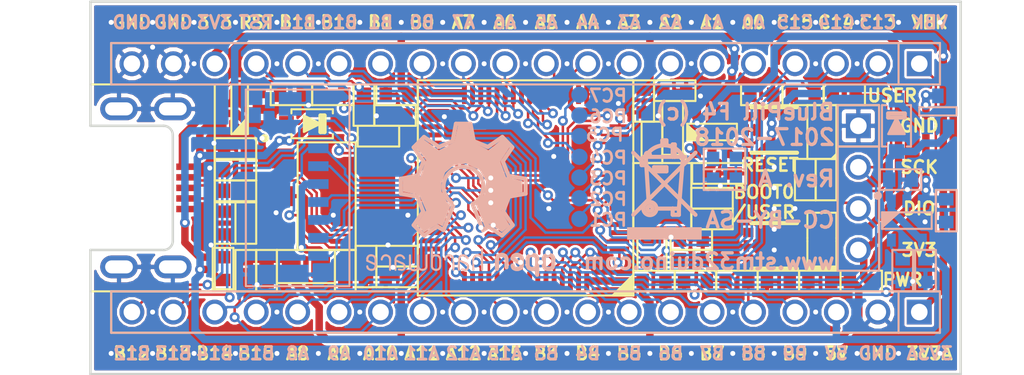
<source format=kicad_pcb>
(kicad_pcb (version 4) (host pcbnew 4.0.7-e2-6376~58~ubuntu16.04.1)
  (title_block (title "BluePill F4") (date 2018-02-02) (rev A) (company www.stm32duino.com) (comment 1 "© 2017-2018, All rights reserved."))
  (layers (0 Top signal) (31 Bottom signal) (34 B.Paste user hide) (35 F.Paste user hide) (36 B.SilkS user hide) (37 F.SilkS user hide) (38 B.Mask user hide) (39 F.Mask user hide) (44 Edge.Cuts user))
  (net 0 "")
  (net 1 GND)
  (net 2 +3V3)
  (net 3 +5V)
  (net 4 AGND)
  (net 5 +3V3A)
  (net 6 "Net-(S1-Pad1)")
  (net 7 "Net-(S1-Pad4)")
  (net 8 "Net-(S2-Pad1)")
  (net 9 "Net-(S2-Pad4)")
  (net 10 /BluePillF4-1/PC14)
  (net 11 /BluePillF4-1/PC15)
  (net 12 /BluePillF4-1/OSCIN)
  (net 13 /BluePillF4-1/OSCOUT)
  (net 14 +VIN)
  (net 15 /BluePillF4-1/VCAP_1)
  (net 16 /BluePillF4-1/VCAP_2)
  (net 17 /BluePillF4-1/NRST)
  (net 18 /BluePillF4-1/SDIO_VDD)
  (net 19 /BluePillF4-1/D1)
  (net 20 /BluePillF4-1/D2_R)
  (net 21 /BluePillF4-1/D2_G)
  (net 22 /BluePillF4-1/D2_B)
  (net 23 /BluePillF4-1/VBUS)
  (net 24 /BluePillF4-1/PC13)
  (net 25 /BluePillF4-1/PA0)
  (net 26 /BluePillF4-1/PA1)
  (net 27 /BluePillF4-1/PA2)
  (net 28 /BluePillF4-1/PA3)
  (net 29 /BluePillF4-1/PA4)
  (net 30 /BluePillF4-1/PA5)
  (net 31 /BluePillF4-1/PA6)
  (net 32 /BluePillF4-1/PA7)
  (net 33 /BluePillF4-1/PB0)
  (net 34 /BluePillF4-1/PB1)
  (net 35 /BluePillF4-1/PB10)
  (net 36 /BluePillF4-1/PB11)
  (net 37 /BluePillF4-1/PB9)
  (net 38 /BluePillF4-1/PB8)
  (net 39 /BluePillF4-1/PB7)
  (net 40 /BluePillF4-1/PB6)
  (net 41 /BluePillF4-1/PB5)
  (net 42 /BluePillF4-1/PB4)
  (net 43 /BluePillF4-1/PB3)
  (net 44 /BluePillF4-1/PA15)
  (net 45 /BluePillF4-1/PA12)
  (net 46 /BluePillF4-1/PA11)
  (net 47 /BluePillF4-1/PA10)
  (net 48 /BluePillF4-1/PA9)
  (net 49 /BluePillF4-1/PA8)
  (net 50 /BluePillF4-1/PB15)
  (net 51 /BluePillF4-1/PB14)
  (net 52 /BluePillF4-1/PB13)
  (net 53 /BluePillF4-1/PB12)
  (net 54 /BluePillF4-1/PA14)
  (net 55 /BluePillF4-1/PA13)
  (net 56 /BluePillF4-1/SDIO_D1)
  (net 57 /BluePillF4-1/SDIO_D0)
  (net 58 /BluePillF4-1/SDIO_CK)
  (net 59 /BluePillF4-1/SDIO_CMD)
  (net 60 /BluePillF4-1/SDIO_D3)
  (net 61 /BluePillF4-1/SDIO_D2)
  (net 62 /BluePillF4-1/DM)
  (net 63 /BluePillF4-1/DP)
  (net 64 /BluePillF4-1/ID)
  (net 65 /BluePillF4-1/PC1)
  (net 66 /BluePillF4-1/PC2)
  (net 67 /BluePillF4-1/PC3)
  (net 68 /BluePillF4-1/PC5)
  (net 69 /BluePillF4-1/PC6)
  (net 70 /BluePillF4-1/PC7)
  (net 71 /BluePillF4-1/PB2)
  (net 72 /BluePillF4-1/BOOT0)
  (net 73 /BluePillF4-1/R6)
  (net 74 /BluePillF4-1/VBUS_EN)
  (net 75 /BluePillF4-1/ISET)
  (net 76 /BluePillF4-2/PROG)
  (net 77 +VBAT)
  (net 78 /BluePillF4-1/VBK)
  (net 79 /BluePillF4-1/PC4)
  (net 80 "Net-(J4-PadG3)")
  (net 81 "Net-(J4-PadG4)")
  (module "BluePillF4 Lib:SOD-123" (layer Top) (at 89.789 60.833 180)
    (fp_text reference D3 hide)
    (fp_text value 1N5819HW hide)
    (pad A smd rect (at 1.5748 0 180) (size 0.89916 0.94996) (layers Top F.Paste F.Mask) (net 23 /BluePillF4-1/VBUS))
    (pad C smd rect (at -1.5748 0) (size 0.89916 0.94996) (layers Top F.Paste F.Mask) (net 3 +5V))
  )
  (module "BluePillF4 Lib:SOD-123" (layer Bottom) (at 125.603 60.96 270)
    (fp_text reference D4 hide)
    (fp_text value 1N5819HW hide)
    (pad A smd rect (at 1.5748 0 270) (size 0.89916 0.94996) (layers Bottom B.Paste B.Mask) (net 3 +5V))
    (pad C smd rect (at -1.5748 0 90) (size 0.89916 0.94996) (layers Bottom B.Paste B.Mask) (net 14 +VIN))
  )
  (module "BluePillF4 Lib:VIA_12MIL" (layer Top) (at 126.2887 64.86)
    (fp_text reference REF** hide)
    (fp_text value VIA_12MIL hide)
    (pad 1 thru_hole circle (at -0.0126 0.0116) (size 0.6096 0.6096) (drill 0.3048) (layers *.Cu) (net 1 GND))
  )
  (module "BluePillF4 Lib:VIA_12MIL" (layer Top) (at 127.3047 66.8412)
    (fp_text reference REF** hide)
    (fp_text value VIA_12MIL hide)
    (pad 1 thru_hole circle (at 0.0509 0.0116) (size 0.6096 0.6096) (drill 0.3048) (layers *.Cu) (net 1 GND))
  )
  (module "BluePillF4 Lib:VIA_12MIL" (layer Top) (at 126.5935 70.4988)
    (fp_text reference REF** hide)
    (fp_text value VIA_12MIL hide)
    (pad 1 thru_hole circle (at 0.0001 0.0116) (size 0.6096 0.6096) (drill 0.3048) (layers *.Cu) (net 1 GND))
  )
  (module "BluePillF4 Lib:VIA_12MIL" (layer Top) (at 113.5887 59.1196)
    (fp_text reference REF** hide)
    (fp_text value VIA_12MIL hide)
    (pad 1 thru_hole circle (at 0.0001 0.0116) (size 0.6096 0.6096) (drill 0.3048) (layers *.Cu) (net 1 GND))
  )
  (module "BluePillF4 Lib:VIA_12MIL" (layer Top) (at 108.5595 59.5768)
    (fp_text reference REF** hide)
    (fp_text value VIA_12MIL hide)
    (pad 1 thru_hole circle (at 0.0001 0.0116) (size 0.6096 0.6096) (drill 0.3048) (layers *.Cu) (net 1 GND))
  )
  (module "BluePillF4 Lib:VIA_12MIL" (layer Top) (at 97.8915 60.3896)
    (fp_text reference REF** hide)
    (fp_text value VIA_12MIL hide)
    (pad 1 thru_hole circle (at 0.0001 0.0116) (size 0.6096 0.6096) (drill 0.3048) (layers *.Cu) (net 1 GND))
  )
  (module "BluePillF4 Lib:TEST_PAD" (layer Bottom) (at 106.1719 62.8534)
    (fp_text reference PC4 hide)
    (fp_text value TEST_PAD hide)
    (pad 1 smd circle (at 0.0001 0.0116) (size 0.99822 0.99822) (layers Bottom B.Paste B.Mask) (net 79 /BluePillF4-1/PC4))
  )
  (module "BluePillF4 Lib:OPEN_HARDWARE_LOGO" (layer Bottom) (at 99.06 64.77 180)
    (fp_text reference U$4 hide)
    (fp_text value "" (at 0 0 180) (layer B.SilkS) (effects (justify mirror)))
  )
  (module "BluePillF4 Lib:VIA_12MIL" (layer Top) (at 85.6488 59.1304)
    (fp_text reference REF** hide)
    (fp_text value VIA_12MIL hide)
  )
  (module "BluePillF4 Lib:VIA_12MIL" (layer Top) (at 85.6488 59.1304)
    (fp_text reference REF** hide)
    (fp_text value VIA_12MIL hide)
  )
  (module "BluePillF4 Lib:VIA_12MIL" (layer Top) (at 88.1634 66.4964)
    (fp_text reference REF** hide)
    (fp_text value VIA_12MIL hide)
    (pad 1 thru_hole circle (at -0.5842 -0.2024) (size 0.6096 0.6096) (drill 0.3048) (layers *.Cu) (net 1 GND))
  )
  (module "BluePillF4 Lib:SOT23-5" (layer Bottom) (at 126.238 66.7766)
    (fp_text reference U5 hide)
    (fp_text value MCP73812T-420I/OT hide)
    (pad 1 smd rect (at -0.95 -1.2 270) (size 0.8 0.55) (layers Bottom B.Paste B.Mask) (net 3 +5V))
    (pad 2 smd rect (at 0 -1.2 270) (size 0.8 0.55) (layers Bottom B.Paste B.Mask) (net 1 GND))
    (pad 3 smd rect (at 0.95 -1.2 270) (size 0.8 0.55) (layers Bottom B.Paste B.Mask) (net 77 +VBAT))
    (pad 4 smd rect (at 0.95 1.2 270) (size 0.8 0.55) (layers Bottom B.Paste B.Mask) (net 3 +5V))
    (pad 5 smd rect (at -0.95 1.2 270) (size 0.8 0.55) (layers Bottom B.Paste B.Mask) (net 76 /BluePillF4-2/PROG))
  )
  (module "BluePillF4 Lib:SOT323" (layer Bottom) (at 128.143 60.071 180)
    (fp_text reference Q1 hide)
    (fp_text value IRLML6402 hide)
    (pad 3 smd rect (at 0 0.95 180) (size 0.7 0.9) (layers Bottom B.Paste B.Mask) (net 77 +VBAT))
    (pad 2 smd rect (at 0.65 -0.95 180) (size 0.7 0.9) (layers Bottom B.Paste B.Mask) (net 14 +VIN))
    (pad 1 smd rect (at -0.65 -0.95 180) (size 0.7 0.9) (layers Bottom B.Paste B.Mask) (net 3 +5V))
  )
  (module "BluePillF4 Lib:VIA_12MIL" (layer Top) (at 90.4748 60.1464)
    (fp_text reference REF** hide)
    (fp_text value VIA_12MIL hide)
    (pad 1 thru_hole circle (at -0.9144 -0.4564) (size 0.6096 0.6096) (drill 0.3048) (layers *.Cu) (net 1 GND))
  )
  (module "BluePillF4 Lib:FB0805" (layer Top) (at 89.408 69.596 180)
    (fp_text reference L3 hide)
    (fp_text value LQW2BASR47J00L hide)
    (pad 1 smd rect (at -0.9 0 180) (size 1.15 1.4) (layers Top F.Paste F.Mask) (net 18 /BluePillF4-1/SDIO_VDD))
    (pad 2 smd rect (at 0.9 0 180) (size 1.15 1.4) (layers Top F.Paste F.Mask) (net 2 +3V3))
  )
  (module "BluePillF4 Lib:VIA_12MIL" (layer Top) (at 116.0272 59.5876)
    (fp_text reference REF** hide)
    (fp_text value VIA_12MIL hide)
  )
  (module "BluePillF4 Lib:1616RGB" (layer Top) (at 121.031 61.341 90)
    (fp_text reference D2 hide)
    (fp_text value 1616RGB hide)
    (pad 1 smd rect (at -0.79756 0.44958 90) (size 0.79756 0.54864) (layers Top F.Paste F.Mask) (net 20 /BluePillF4-1/D2_R))
    (pad 2 smd rect (at -0.79756 -0.44958 90) (size 0.79756 0.54864) (layers Top F.Paste F.Mask) (net 21 /BluePillF4-1/D2_G))
    (pad 3 smd rect (at 0.79756 -0.44958 90) (size 0.79756 0.54864) (layers Top F.Paste F.Mask) (net 22 /BluePillF4-1/D2_B))
    (pad 4 smd rect (at 0.79756 0.44958 90) (size 0.79756 0.54864) (layers Top F.Paste F.Mask) (net 2 +3V3))
  )
  (module "BluePillF4 Lib:VIA_12MIL" (layer Top) (at 92.5576 69.7984)
    (fp_text reference REF** hide)
    (fp_text value VIA_12MIL hide)
    (pad 1 thru_hole circle (at 1.8796 -1.5232) (size 0.6096 0.6096) (drill 0.3048) (layers *.Cu) (net 1 GND))
  )
  (module "BluePillF4 Lib:U02-BFD3111B0-009" (layer Top) (at 78.105 64.77 270)
    (fp_text reference J5 hide)
    (fp_text value U02-BFD3111B0-009 hide)
    (pad 1 smd rect (at -1.29794 -3.92938) (size 1.14808 0.39878) (layers Top F.Paste F.Mask) (net 23 /BluePillF4-1/VBUS))
    (pad 2 smd rect (at -0.6477 -3.92938) (size 1.14808 0.39878) (layers Top F.Paste F.Mask) (net 62 /BluePillF4-1/DM))
    (pad 3 smd rect (at 0 -3.92938) (size 1.14808 0.39878) (layers Top F.Paste F.Mask) (net 63 /BluePillF4-1/DP))
    (pad 4 smd rect (at 0.6477 -3.92938) (size 1.14808 0.39878) (layers Top F.Paste F.Mask) (net 64 /BluePillF4-1/ID))
    (pad 5 smd rect (at 1.29794 -3.92938) (size 1.14808 0.39878) (layers Top F.Paste F.Mask) (net 1 GND))
    (pad S$1 thru_hole oval (at -4.84886 0.15494) (size 2.3 1.4) (drill oval 1.699999 0.800001) (layers *.Cu *.Paste *.Mask) (net 1 GND))
    (pad S$2 thru_hole oval (at 4.84886 0.15494) (size 2.3 1.4) (drill oval 1.699999 0.800001) (layers *.Cu *.Paste *.Mask) (net 1 GND))
    (pad S$3 thru_hole oval (at -4.84886 -3.14452) (size 2.3 1.4) (drill oval 1.699999 0.800001) (layers *.Cu *.Paste *.Mask) (net 1 GND))
    (pad S$4 thru_hole oval (at 4.84886 -3.14452) (size 2.3 1.4) (drill oval 1.699999 0.800001) (layers *.Cu *.Paste *.Mask) (net 1 GND))
  )
  (module "BluePillF4 Lib:VIA_12MIL" (layer Top) (at 113.0299 57.1384)
    (fp_text reference REF** hide)
    (fp_text value VIA_12MIL hide)
    (pad 1 thru_hole circle (at 0 0) (size 0.6096 0.6096) (drill 0.3048) (layers *.Cu) (net 1 GND))
  )
  (module "BluePillF4 Lib:VIA_12MIL" (layer Top) (at 110.617 57.15)
    (fp_text reference REF** hide)
    (fp_text value VIA_12MIL hide)
  )
  (module "BluePillF4 Lib:FC-12M" (layer Top) (at 110.617 68.58 90)
    (fp_text reference Y1 hide)
    (fp_text value FC-12M hide)
    (pad 1 smd rect (at -0.7493 0 180) (size 1.39954 0.6985) (layers Top F.Paste F.Mask) (net 10 /BluePillF4-1/PC14))
    (pad 2 smd rect (at 0.7493 0 180) (size 1.39954 0.6985) (layers Top F.Paste F.Mask) (net 11 /BluePillF4-1/PC15))
  )
  (module "BluePillF4 Lib:FB0603" (layer Top) (at 114.7318 63.881)
    (fp_text reference L2 hide)
    (fp_text value BLM18BA470SN1D hide)
    (pad 1 smd rect (at -0.889 0) (size 1.016 0.762) (layers Top F.Paste F.Mask) (net 4 AGND))
    (pad 2 smd rect (at 0.889 0) (size 1.016 0.762) (layers Top F.Paste F.Mask) (net 1 GND))
  )
  (module "BluePillF4 Lib:CRYSTAL_32X25_2P" (layer Top) (at 111.252 65.278 270)
    (fp_text reference Y2 hide)
    (fp_text value NX3225GD hide)
    (pad 1 smd rect (at -0.95 0 270) (size 1.5 2.7) (layers Top F.Paste F.Mask) (net 13 /BluePillF4-1/OSCOUT))
    (pad 2 smd rect (at 0.95 0 270) (size 1.5 2.7) (layers Top F.Paste F.Mask) (net 12 /BluePillF4-1/OSCIN))
  )
  (module "BluePillF4 Lib:LQFP64" (layer Top) (at 102.87 64.77 180)
    (fp_text reference U3 hide)
    (fp_text value STM32F405RGT6 hide)
    (pad 1 smd rect (at -5.74802 -3.74904 180) (size 1.19888 0.29972) (layers Top F.Paste F.Mask) (net 78 /BluePillF4-1/VBK))
    (pad 2 smd rect (at -5.74802 -3.24866 180) (size 1.19888 0.29972) (layers Top F.Paste F.Mask) (net 24 /BluePillF4-1/PC13))
    (pad 3 smd rect (at -5.74802 -2.74828 180) (size 1.19888 0.29972) (layers Top F.Paste F.Mask) (net 10 /BluePillF4-1/PC14))
    (pad 4 smd rect (at -5.74802 -2.2479 180) (size 1.19888 0.29972) (layers Top F.Paste F.Mask) (net 11 /BluePillF4-1/PC15))
    (pad 5 smd rect (at -5.74802 -1.74752 180) (size 1.19888 0.29972) (layers Top F.Paste F.Mask) (net 12 /BluePillF4-1/OSCIN))
    (pad 6 smd rect (at -5.74802 -1.24968 180) (size 1.19888 0.29972) (layers Top F.Paste F.Mask) (net 13 /BluePillF4-1/OSCOUT))
    (pad 7 smd rect (at -5.74802 -0.7493 180) (size 1.19888 0.29972) (layers Top F.Paste F.Mask) (net 17 /BluePillF4-1/NRST))
    (pad 8 smd rect (at -5.74802 -0.24892 180) (size 1.19888 0.29972) (layers Top F.Paste F.Mask) (net 74 /BluePillF4-1/VBUS_EN))
    (pad 9 smd rect (at -5.74802 0.24892 180) (size 1.19888 0.29972) (layers Top F.Paste F.Mask) (net 65 /BluePillF4-1/PC1))
    (pad 10 smd rect (at -5.74802 0.7493 180) (size 1.19888 0.29972) (layers Top F.Paste F.Mask) (net 66 /BluePillF4-1/PC2))
    (pad 11 smd rect (at -5.74802 1.24968 180) (size 1.19888 0.29972) (layers Top F.Paste F.Mask) (net 67 /BluePillF4-1/PC3))
    (pad 12 smd rect (at -5.74802 1.75006 180) (size 1.19888 0.29972) (layers Top F.Paste F.Mask) (net 4 AGND))
    (pad 13 smd rect (at -5.74802 2.2479 180) (size 1.19888 0.29972) (layers Top F.Paste F.Mask) (net 5 +3V3A))
    (pad 14 smd rect (at -5.74802 2.74828 180) (size 1.19888 0.29972) (layers Top F.Paste F.Mask) (net 25 /BluePillF4-1/PA0))
    (pad 15 smd rect (at -5.74802 3.24866 180) (size 1.19888 0.29972) (layers Top F.Paste F.Mask) (net 26 /BluePillF4-1/PA1))
    (pad 16 smd rect (at -5.74802 3.74904 180) (size 1.19888 0.29972) (layers Top F.Paste F.Mask) (net 27 /BluePillF4-1/PA2))
    (pad 17 smd rect (at -3.74904 5.74802 270) (size 1.19888 0.29972) (layers Top F.Paste F.Mask) (net 28 /BluePillF4-1/PA3))
    (pad 18 smd rect (at -3.24866 5.74802 270) (size 1.19888 0.29972) (layers Top F.Paste F.Mask) (net 1 GND))
    (pad 19 smd rect (at -2.74828 5.74802 270) (size 1.19888 0.29972) (layers Top F.Paste F.Mask) (net 2 +3V3))
    (pad 20 smd rect (at -2.2479 5.74802 270) (size 1.19888 0.29972) (layers Top F.Paste F.Mask) (net 29 /BluePillF4-1/PA4))
    (pad 21 smd rect (at -1.75006 5.74802 270) (size 1.19888 0.29972) (layers Top F.Paste F.Mask) (net 30 /BluePillF4-1/PA5))
    (pad 22 smd rect (at -1.24968 5.74802 270) (size 1.19888 0.29972) (layers Top F.Paste F.Mask) (net 31 /BluePillF4-1/PA6))
    (pad 23 smd rect (at -0.7493 5.74802 270) (size 1.19888 0.29972) (layers Top F.Paste F.Mask) (net 32 /BluePillF4-1/PA7))
    (pad 24 smd rect (at -0.24892 5.74802 270) (size 1.19888 0.29972) (layers Top F.Paste F.Mask) (net 79 /BluePillF4-1/PC4))
    (pad 25 smd rect (at 0.24892 5.74802 270) (size 1.19888 0.29972) (layers Top F.Paste F.Mask) (net 68 /BluePillF4-1/PC5))
    (pad 26 smd rect (at 0.7493 5.74802 270) (size 1.19888 0.29972) (layers Top F.Paste F.Mask) (net 33 /BluePillF4-1/PB0))
    (pad 27 smd rect (at 1.24968 5.74802 270) (size 1.19888 0.29972) (layers Top F.Paste F.Mask) (net 34 /BluePillF4-1/PB1))
    (pad 28 smd rect (at 1.74752 5.74802 270) (size 1.19888 0.29972) (layers Top F.Paste F.Mask) (net 71 /BluePillF4-1/PB2))
    (pad 29 smd rect (at 2.2479 5.74802 270) (size 1.19888 0.29972) (layers Top F.Paste F.Mask) (net 35 /BluePillF4-1/PB10))
    (pad 30 smd rect (at 2.74828 5.74802 270) (size 1.19888 0.29972) (layers Top F.Paste F.Mask) (net 36 /BluePillF4-1/PB11))
    (pad 31 smd rect (at 3.24866 5.74802 270) (size 1.19888 0.29972) (layers Top F.Paste F.Mask) (net 15 /BluePillF4-1/VCAP_1))
    (pad 32 smd rect (at 3.74904 5.74802 270) (size 1.19888 0.29972) (layers Top F.Paste F.Mask) (net 2 +3V3))
    (pad 33 smd rect (at 5.74802 3.74904) (size 1.19888 0.29972) (layers Top F.Paste F.Mask) (net 53 /BluePillF4-1/PB12))
    (pad 34 smd rect (at 5.74802 3.24866) (size 1.19888 0.29972) (layers Top F.Paste F.Mask) (net 52 /BluePillF4-1/PB13))
    (pad 35 smd rect (at 5.74802 2.74828) (size 1.19888 0.29972) (layers Top F.Paste F.Mask) (net 51 /BluePillF4-1/PB14))
    (pad 36 smd rect (at 5.74802 2.2479) (size 1.19888 0.29972) (layers Top F.Paste F.Mask) (net 50 /BluePillF4-1/PB15))
    (pad 37 smd rect (at 5.74802 1.75006) (size 1.19888 0.29972) (layers Top F.Paste F.Mask) (net 69 /BluePillF4-1/PC6))
    (pad 38 smd rect (at 5.74802 1.24968) (size 1.19888 0.29972) (layers Top F.Paste F.Mask) (net 70 /BluePillF4-1/PC7))
    (pad 39 smd rect (at 5.74802 0.7493) (size 1.19888 0.29972) (layers Top F.Paste F.Mask) (net 57 /BluePillF4-1/SDIO_D0))
    (pad 40 smd rect (at 5.74802 0.24892) (size 1.19888 0.29972) (layers Top F.Paste F.Mask) (net 56 /BluePillF4-1/SDIO_D1))
    (pad 41 smd rect (at 5.74802 -0.24892) (size 1.19888 0.29972) (layers Top F.Paste F.Mask) (net 49 /BluePillF4-1/PA8))
    (pad 42 smd rect (at 5.74802 -0.7493) (size 1.19888 0.29972) (layers Top F.Paste F.Mask) (net 48 /BluePillF4-1/PA9))
    (pad 43 smd rect (at 5.74802 -1.24968) (size 1.19888 0.29972) (layers Top F.Paste F.Mask) (net 47 /BluePillF4-1/PA10))
    (pad 44 smd rect (at 5.74802 -1.74752) (size 1.19888 0.29972) (layers Top F.Paste F.Mask) (net 46 /BluePillF4-1/PA11))
    (pad 45 smd rect (at 5.74802 -2.2479) (size 1.19888 0.29972) (layers Top F.Paste F.Mask) (net 45 /BluePillF4-1/PA12))
    (pad 46 smd rect (at 5.74802 -2.74828) (size 1.19888 0.29972) (layers Top F.Paste F.Mask) (net 55 /BluePillF4-1/PA13))
    (pad 47 smd rect (at 5.74802 -3.24866) (size 1.19888 0.29972) (layers Top F.Paste F.Mask) (net 16 /BluePillF4-1/VCAP_2))
    (pad 48 smd rect (at 5.74802 -3.74904) (size 1.19888 0.29972) (layers Top F.Paste F.Mask) (net 2 +3V3))
    (pad 49 smd rect (at 3.74904 -5.74802 90) (size 1.19888 0.29972) (layers Top F.Paste F.Mask) (net 54 /BluePillF4-1/PA14))
    (pad 50 smd rect (at 3.24866 -5.74802 90) (size 1.19888 0.29972) (layers Top F.Paste F.Mask) (net 44 /BluePillF4-1/PA15))
    (pad 51 smd rect (at 2.74828 -5.74802 90) (size 1.19888 0.29972) (layers Top F.Paste F.Mask) (net 61 /BluePillF4-1/SDIO_D2))
    (pad 52 smd rect (at 2.2479 -5.74802 90) (size 1.19888 0.29972) (layers Top F.Paste F.Mask) (net 60 /BluePillF4-1/SDIO_D3))
    (pad 53 smd rect (at 1.74752 -5.74802 90) (size 1.19888 0.29972) (layers Top F.Paste F.Mask) (net 58 /BluePillF4-1/SDIO_CK))
    (pad 54 smd rect (at 1.24968 -5.74802 90) (size 1.19888 0.29972) (layers Top F.Paste F.Mask) (net 59 /BluePillF4-1/SDIO_CMD))
    (pad 55 smd rect (at 0.7493 -5.74802 90) (size 1.19888 0.29972) (layers Top F.Paste F.Mask) (net 43 /BluePillF4-1/PB3))
    (pad 56 smd rect (at 0.24892 -5.74802 90) (size 1.19888 0.29972) (layers Top F.Paste F.Mask) (net 42 /BluePillF4-1/PB4))
    (pad 57 smd rect (at -0.24892 -5.74802 90) (size 1.19888 0.29972) (layers Top F.Paste F.Mask) (net 41 /BluePillF4-1/PB5))
    (pad 58 smd rect (at -0.7493 -5.74802 90) (size 1.19888 0.29972) (layers Top F.Paste F.Mask) (net 40 /BluePillF4-1/PB6))
    (pad 59 smd rect (at -1.24968 -5.74802 90) (size 1.19888 0.29972) (layers Top F.Paste F.Mask) (net 39 /BluePillF4-1/PB7))
    (pad 60 smd rect (at -1.75006 -5.74802 90) (size 1.19888 0.29972) (layers Top F.Paste F.Mask) (net 72 /BluePillF4-1/BOOT0))
    (pad 61 smd rect (at -2.2479 -5.74802 90) (size 1.19888 0.29972) (layers Top F.Paste F.Mask) (net 38 /BluePillF4-1/PB8))
    (pad 62 smd rect (at -2.74828 -5.74802 90) (size 1.19888 0.29972) (layers Top F.Paste F.Mask) (net 37 /BluePillF4-1/PB9))
    (pad 63 smd rect (at -3.24866 -5.74802 90) (size 1.19888 0.29972) (layers Top F.Paste F.Mask) (net 1 GND))
    (pad 64 smd rect (at -3.74904 -5.74802 90) (size 1.19888 0.29972) (layers Top F.Paste F.Mask) (net 2 +3V3))
  )
  (module "BluePillF4 Lib:SKSGACE010" (layer Top) (at 118.11 68.326)
    (fp_text reference S1 hide)
    (fp_text value SKSGACE010 hide)
    (pad 1 smd rect (at -1.5875 -0.812) (size 0.625 0.575) (layers Top F.Paste F.Mask) (net 6 "Net-(S1-Pad1)"))
    (pad 2 smd rect (at -1.5875 0.8125) (size 0.625 0.575) (layers Top F.Paste F.Mask) (net 72 /BluePillF4-1/BOOT0))
    (pad 3 smd rect (at 1.5875 -0.812) (size 0.625 0.575) (layers Top F.Paste F.Mask) (net 2 +3V3))
    (pad 4 smd rect (at 1.5875 0.812) (size 0.625 0.575) (layers Top F.Paste F.Mask) (net 7 "Net-(S1-Pad4)"))
    (pad 5 smd rect (at -1.7125 0 90) (size 0.7 0.325) (layers Top F.Paste F.Mask) (net 1 GND))
    (pad 6 smd rect (at 1.7125 0 90) (size 0.7 0.325) (layers Top F.Paste F.Mask) (net 1 GND))
  )
  (module "BluePillF4 Lib:SKSGACE010" (layer Top) (at 118.11 61.214)
    (fp_text reference S2 hide)
    (fp_text value SKSGACE010 hide)
    (pad 1 smd rect (at -1.5875 -0.812) (size 0.625 0.575) (layers Top F.Paste F.Mask) (net 8 "Net-(S2-Pad1)"))
    (pad 2 smd rect (at -1.5875 0.8125) (size 0.625 0.575) (layers Top F.Paste F.Mask) (net 17 /BluePillF4-1/NRST))
    (pad 3 smd rect (at 1.5875 -0.812) (size 0.625 0.575) (layers Top F.Paste F.Mask) (net 73 /BluePillF4-1/R6))
    (pad 4 smd rect (at 1.5875 0.812) (size 0.625 0.575) (layers Top F.Paste F.Mask) (net 9 "Net-(S2-Pad4)"))
    (pad 5 smd rect (at -1.7125 0 90) (size 0.7 0.325) (layers Top F.Paste F.Mask) (net 1 GND))
    (pad 6 smd rect (at 1.7125 0 90) (size 0.7 0.325) (layers Top F.Paste F.Mask) (net 1 GND))
  )
  (module "BluePillF4 Lib:MH_RA4-1-0.1" (layer Top) (at 127.0762 64.77 270)
    (fp_text reference J3 hide)
    (fp_text value MH_RA4-1 hide)
    (pad 1 thru_hole rect (at -3.81 3.81) (size 1.524 1.524) (drill 1.016) (layers *.Cu *.Mask) (net 1 GND))
    (pad 2 thru_hole circle (at -1.27 3.81) (size 1.524 1.524) (drill 1.016) (layers *.Cu *.Mask) (net 54 /BluePillF4-1/PA14))
    (pad 3 thru_hole circle (at 1.27 3.81) (size 1.524 1.524) (drill 1.016) (layers *.Cu *.Mask) (net 55 /BluePillF4-1/PA13))
    (pad 4 thru_hole circle (at 3.81 3.81) (size 1.524 1.524) (drill 1.016) (layers *.Cu *.Mask) (net 77 +VBAT))
  )
  (module "BluePillF4 Lib:FB0603" (layer Top) (at 111.887 61.087 270)
    (fp_text reference L1 hide)
    (fp_text value FBMH1608HM471-T hide)
    (pad 1 smd rect (at -0.889 0 270) (size 1.016 0.762) (layers Top F.Paste F.Mask) (net 2 +3V3))
    (pad 2 smd rect (at 0.889 0 270) (size 1.016 0.762) (layers Top F.Paste F.Mask) (net 5 +3V3A))
  )
  (module "BluePillF4 Lib:SOT223" (layer Top) (at 90.678 65.278 270)
    (fp_text reference U1 hide)
    (fp_text value AP2114HA-3.3TRG1 hide)
    (pad 1 smd rect (at -2.3114 3.0988 270) (size 1.2192 2.2352) (layers Top F.Paste F.Mask) (net 14 +VIN))
    (pad 2 smd rect (at 0 3.0988 270) (size 1.2192 2.2352) (layers Top F.Paste F.Mask) (net 1 GND))
    (pad 3 smd rect (at 2.3114 3.0988 270) (size 1.2192 2.2352) (layers Top F.Paste F.Mask) (net 2 +3V3))
    (pad PAD smd rect (at 0 -3.099 270) (size 3.6 2.2) (layers Top F.Paste F.Mask) (net 1 GND))
  )
  (module "BluePillF4 Lib:SOT23-5" (layer Top) (at 114.3 61.341)
    (fp_text reference U2 hide)
    (fp_text value AP2112K3.3-TRG1 hide)
    (pad 1 smd rect (at -0.95 1.2 90) (size 0.8 0.55) (layers Top F.Paste F.Mask) (net 14 +VIN))
    (pad 2 smd rect (at 0 1.2 90) (size 0.8 0.55) (layers Top F.Paste F.Mask) (net 4 AGND))
    (pad 3 smd rect (at 0.95 1.2 90) (size 0.8 0.55) (layers Top F.Paste F.Mask) (net 14 +VIN))
    (pad 4 smd rect (at 0.95 -1.2 90) (size 0.8 0.55) (layers Top F.Paste F.Mask))
    (pad 5 smd rect (at -0.95 -1.2 90) (size 0.8 0.55) (layers Top F.Paste F.Mask) (net 5 +3V3A))
  )
  (module "BluePillF4 Lib:VIA_12MIL" (layer Top) (at 114.3508 60.198)
    (fp_text reference REF** hide)
    (fp_text value VIA_12MIL hide)
  )
  (module "BluePillF4 Lib:SOT23-5" (layer Top) (at 85.344 59.944 90)
    (fp_text reference U4 hide)
    (fp_text value SY6280 hide)
    (pad 1 smd rect (at -0.95 1.2 180) (size 0.8 0.55) (layers Top F.Paste F.Mask) (net 23 /BluePillF4-1/VBUS))
    (pad 2 smd rect (at 0 1.2 180) (size 0.8 0.55) (layers Top F.Paste F.Mask) (net 1 GND))
    (pad 3 smd rect (at 0.95 1.2 180) (size 0.8 0.55) (layers Top F.Paste F.Mask) (net 75 /BluePillF4-1/ISET))
    (pad 4 smd rect (at 0.95 -1.2 180) (size 0.8 0.55) (layers Top F.Paste F.Mask) (net 74 /BluePillF4-1/VBUS_EN))
    (pad 5 smd rect (at -0.95 -1.2 180) (size 0.8 0.55) (layers Top F.Paste F.Mask) (net 3 +5V))
  )
  (module "BluePillF4 Lib:LED0603" (layer Top) (at 121.031 67.945 90)
    (fp_text reference D1 hide)
    (fp_text value GREEN hide)
    (pad 2 smd rect (at 0.762 0 90) (size 1.016 1.016) (layers Top F.Paste F.Mask) (net 2 +3V3))
    (pad 1 smd rect (at -0.762 0 90) (size 1.016 1.016) (layers Top F.Paste F.Mask) (net 19 /BluePillF4-1/D1))
  )
  (module "BluePillF4 Lib:VIA_12MIL" (layer Top) (at 94.0308 69.4944)
    (fp_text reference REF** hide)
    (fp_text value VIA_12MIL hide)
    (pad 1 thru_hole circle (at 0.7112 0.1524) (size 0.6096 0.6096) (drill 0.3048) (layers *.Cu) (net 1 GND))
  )
  (module "BluePillF4 Lib:VIA_12MIL" (layer Top) (at 110.9979 60.3388)
    (fp_text reference REF** hide)
    (fp_text value VIA_12MIL hide)
    (pad 1 thru_hole circle (at 0.0001 0.0116) (size 0.6096 0.6096) (drill 0.3048) (layers *.Cu) (net 1 GND))
  )
  (module "BluePillF4 Lib:VIA_12MIL" (layer Top) (at 84.2772 68.4268)
    (fp_text reference REF** hide)
    (fp_text value VIA_12MIL hide)
  )
  (module "BluePillF4 Lib:VIA_12MIL" (layer Top) (at 90.297 66.0392)
    (fp_text reference REF** hide)
    (fp_text value VIA_12MIL hide)
  )
  (module "BluePillF4 Lib:VIA_12MIL" (layer Top) (at 80.01 69.85)
    (fp_text reference REF** hide)
    (fp_text value VIA_12MIL hide)
  )
  (module "BluePillF4 Lib:VIA_12MIL" (layer Top) (at 89.535 68.122)
    (fp_text reference REF** hide)
    (fp_text value VIA_12MIL hide)
  )
  (module "BluePillF4 Lib:VIA_12MIL" (layer Top) (at 91.1352 66.0392)
    (fp_text reference REF** hide)
    (fp_text value VIA_12MIL hide)
    (pad 1 thru_hole circle (at -0.0508 0.4072) (size 0.6096 0.6096) (drill 0.3048) (layers *.Cu) (net 1 GND))
  )
  (module "BluePillF4 Lib:VIA_12MIL" (layer Top) (at 115.57 64.77)
    (fp_text reference REF** hide)
    (fp_text value VIA_12MIL hide)
    (pad 1 thru_hole circle (at -0.762 -0.127) (size 0.6096 0.6096) (drill 0.3048) (layers *.Cu) (net 1 GND))
  )
  (module "BluePillF4 Lib:VIA_12MIL" (layer Top) (at 118.11 68.58)
    (fp_text reference REF** hide)
    (fp_text value VIA_12MIL hide)
    (pad 1 thru_hole circle (at 0 0) (size 0.6096 0.6096) (drill 0.3048) (layers *.Cu) (net 1 GND))
  )
  (module "BluePillF4 Lib:VIA_12MIL" (layer Top) (at 118.11 67.31)
    (fp_text reference REF** hide)
    (fp_text value VIA_12MIL hide)
    (pad 1 thru_hole circle (at 0 0) (size 0.6096 0.6096) (drill 0.3048) (layers *.Cu) (net 1 GND))
  )
  (module "BluePillF4 Lib:VIA_12MIL" (layer Top) (at 118.11 66.04)
    (fp_text reference REF** hide)
    (fp_text value VIA_12MIL hide)
    (pad 1 thru_hole circle (at 0 0) (size 0.6096 0.6096) (drill 0.3048) (layers *.Cu) (net 1 GND))
  )
  (module "BluePillF4 Lib:VIA_12MIL" (layer Top) (at 119.38 66.04)
    (fp_text reference REF** hide)
    (fp_text value VIA_12MIL hide)
    (pad 1 thru_hole circle (at 0 0) (size 0.6096 0.6096) (drill 0.3048) (layers *.Cu) (net 1 GND))
  )
  (module "BluePillF4 Lib:VIA_12MIL" (layer Top) (at 120.65 66.04)
    (fp_text reference REF** hide)
    (fp_text value VIA_12MIL hide)
  )
  (module "BluePillF4 Lib:VIA_12MIL" (layer Top) (at 118.11 60.96)
    (fp_text reference REF** hide)
    (fp_text value VIA_12MIL hide)
  )
  (module "BluePillF4 Lib:VIA_12MIL" (layer Top) (at 118.11 62.23)
    (fp_text reference REF** hide)
    (fp_text value VIA_12MIL hide)
  )
  (module "BluePillF4 Lib:VIA_12MIL" (layer Top) (at 118.11 63.5)
    (fp_text reference REF** hide)
    (fp_text value VIA_12MIL hide)
    (pad 1 thru_hole circle (at 0 0) (size 0.6096 0.6096) (drill 0.3048) (layers *.Cu) (net 1 GND))
  )
  (module "BluePillF4 Lib:VIA_12MIL" (layer Top) (at 118.11 64.7692)
    (fp_text reference REF** hide)
    (fp_text value VIA_12MIL hide)
    (pad 1 thru_hole circle (at 0 0.0008) (size 0.6096 0.6096) (drill 0.3048) (layers *.Cu) (net 1 GND))
  )
  (module "BluePillF4 Lib:VIA_12MIL" (layer Top) (at 120.65 63.5)
    (fp_text reference REF** hide)
    (fp_text value VIA_12MIL hide)
  )
  (module "BluePillF4 Lib:VIA_12MIL" (layer Top) (at 121.92 63.5)
    (fp_text reference REF** hide)
    (fp_text value VIA_12MIL hide)
  )
  (module "BluePillF4 Lib:VIA_12MIL" (layer Top) (at 107.0102 67.6656)
    (fp_text reference REF** hide)
    (fp_text value VIA_12MIL hide)
  )
  (module "BluePillF4 Lib:VIA_12MIL" (layer Top) (at 104.2924 66.04)
    (fp_text reference REF** hide)
    (fp_text value VIA_12MIL hide)
    (pad 1 thru_hole circle (at 0 0) (size 0.6096 0.6096) (drill 0.3048) (layers *.Cu) (net 1 GND))
  )
  (module "BluePillF4 Lib:VIA_12MIL" (layer Top) (at 104.5971 62.828)
    (fp_text reference REF** hide)
    (fp_text value VIA_12MIL hide)
    (pad 1 thru_hole circle (at 0.0001 0.0116) (size 0.6096 0.6096) (drill 0.3048) (layers *.Cu) (net 1 GND))
  )
  (module "BluePillF4 Lib:VIA_12MIL" (layer Top) (at 128.27 54.61)
    (fp_text reference REF** hide)
    (fp_text value VIA_12MIL hide)
    (pad 1 thru_hole circle (at 0 0) (size 0.6096 0.6096) (drill 0.3048) (layers *.Cu) (net 1 GND))
  )
  (module "BluePillF4 Lib:VIA_12MIL" (layer Top) (at 125.73 54.61)
    (fp_text reference REF** hide)
    (fp_text value VIA_12MIL hide)
    (pad 1 thru_hole circle (at 0 0) (size 0.6096 0.6096) (drill 0.3048) (layers *.Cu) (net 1 GND))
  )
  (module "BluePillF4 Lib:VIA_12MIL" (layer Top) (at 123.19 54.61)
    (fp_text reference REF** hide)
    (fp_text value VIA_12MIL hide)
    (pad 1 thru_hole circle (at 0 0) (size 0.6096 0.6096) (drill 0.3048) (layers *.Cu) (net 1 GND))
  )
  (module "BluePillF4 Lib:VIA_12MIL" (layer Top) (at 120.65 54.61)
    (fp_text reference REF** hide)
    (fp_text value VIA_12MIL hide)
    (pad 1 thru_hole circle (at 0 0) (size 0.6096 0.6096) (drill 0.3048) (layers *.Cu) (net 1 GND))
  )
  (module "BluePillF4 Lib:VIA_12MIL" (layer Top) (at 118.11 54.61)
    (fp_text reference REF** hide)
    (fp_text value VIA_12MIL hide)
    (pad 1 thru_hole circle (at 0 0) (size 0.6096 0.6096) (drill 0.3048) (layers *.Cu) (net 1 GND))
  )
  (module "BluePillF4 Lib:VIA_12MIL" (layer Top) (at 115.57 54.61)
    (fp_text reference REF** hide)
    (fp_text value VIA_12MIL hide)
    (pad 1 thru_hole circle (at 0 0) (size 0.6096 0.6096) (drill 0.3048) (layers *.Cu) (net 1 GND))
  )
  (module "BluePillF4 Lib:VIA_12MIL" (layer Top) (at 113.03 54.61)
    (fp_text reference REF** hide)
    (fp_text value VIA_12MIL hide)
    (pad 1 thru_hole circle (at 0 0) (size 0.6096 0.6096) (drill 0.3048) (layers *.Cu) (net 1 GND))
  )
  (module "BluePillF4 Lib:VIA_12MIL" (layer Top) (at 110.49 54.61)
    (fp_text reference REF** hide)
    (fp_text value VIA_12MIL hide)
    (pad 1 thru_hole circle (at 0 0) (size 0.6096 0.6096) (drill 0.3048) (layers *.Cu) (net 1 GND))
  )
  (module "BluePillF4 Lib:VIA_12MIL" (layer Top) (at 107.95 54.61)
    (fp_text reference REF** hide)
    (fp_text value VIA_12MIL hide)
    (pad 1 thru_hole circle (at 0 0) (size 0.6096 0.6096) (drill 0.3048) (layers *.Cu) (net 1 GND))
  )
  (module "BluePillF4 Lib:VIA_12MIL" (layer Top) (at 105.41 54.61)
    (fp_text reference REF** hide)
    (fp_text value VIA_12MIL hide)
    (pad 1 thru_hole circle (at 0 0) (size 0.6096 0.6096) (drill 0.3048) (layers *.Cu) (net 1 GND))
  )
  (module "BluePillF4 Lib:VIA_12MIL" (layer Top) (at 102.87 54.61)
    (fp_text reference REF** hide)
    (fp_text value VIA_12MIL hide)
    (pad 1 thru_hole circle (at 0 0) (size 0.6096 0.6096) (drill 0.3048) (layers *.Cu) (net 1 GND))
  )
  (module "BluePillF4 Lib:VIA_12MIL" (layer Top) (at 100.33 54.61)
    (fp_text reference REF** hide)
    (fp_text value VIA_12MIL hide)
    (pad 1 thru_hole circle (at 0 0) (size 0.6096 0.6096) (drill 0.3048) (layers *.Cu) (net 1 GND))
  )
  (module "BluePillF4 Lib:VIA_12MIL" (layer Top) (at 97.79 54.61)
    (fp_text reference REF** hide)
    (fp_text value VIA_12MIL hide)
    (pad 1 thru_hole circle (at 0 0) (size 0.6096 0.6096) (drill 0.3048) (layers *.Cu) (net 1 GND))
  )
  (module "BluePillF4 Lib:VIA_12MIL" (layer Top) (at 95.25 54.61)
    (fp_text reference REF** hide)
    (fp_text value VIA_12MIL hide)
    (pad 1 thru_hole circle (at 0 0) (size 0.6096 0.6096) (drill 0.3048) (layers *.Cu) (net 1 GND))
  )
  (module "BluePillF4 Lib:VIA_12MIL" (layer Top) (at 92.71 54.61)
    (fp_text reference REF** hide)
    (fp_text value VIA_12MIL hide)
    (pad 1 thru_hole circle (at 0 0) (size 0.6096 0.6096) (drill 0.3048) (layers *.Cu) (net 1 GND))
  )
  (module "BluePillF4 Lib:VIA_12MIL" (layer Top) (at 90.17 54.61)
    (fp_text reference REF** hide)
    (fp_text value VIA_12MIL hide)
    (pad 1 thru_hole circle (at 0 0) (size 0.6096 0.6096) (drill 0.3048) (layers *.Cu) (net 1 GND))
  )
  (module "BluePillF4 Lib:VIA_12MIL" (layer Top) (at 87.63 54.61)
    (fp_text reference REF** hide)
    (fp_text value VIA_12MIL hide)
    (pad 1 thru_hole circle (at 0 0) (size 0.6096 0.6096) (drill 0.3048) (layers *.Cu) (net 1 GND))
  )
  (module "BluePillF4 Lib:VIA_12MIL" (layer Top) (at 85.09 54.61)
    (fp_text reference REF** hide)
    (fp_text value VIA_12MIL hide)
    (pad 1 thru_hole circle (at 0 0) (size 0.6096 0.6096) (drill 0.3048) (layers *.Cu) (net 1 GND))
  )
  (module "BluePillF4 Lib:VIA_12MIL" (layer Top) (at 82.55 54.61)
    (fp_text reference REF** hide)
    (fp_text value VIA_12MIL hide)
    (pad 1 thru_hole circle (at 0 0) (size 0.6096 0.6096) (drill 0.3048) (layers *.Cu) (net 1 GND))
  )
  (module "BluePillF4 Lib:VIA_12MIL" (layer Top) (at 80.01 54.61)
    (fp_text reference REF** hide)
    (fp_text value VIA_12MIL hide)
    (pad 1 thru_hole circle (at 0 0) (size 0.6096 0.6096) (drill 0.3048) (layers *.Cu) (net 1 GND))
  )
  (module "BluePillF4 Lib:VIA_12MIL" (layer Top) (at 77.47 54.61)
    (fp_text reference REF** hide)
    (fp_text value VIA_12MIL hide)
    (pad 1 thru_hole circle (at 0 0) (size 0.6096 0.6096) (drill 0.3048) (layers *.Cu) (net 1 GND))
  )
  (module "BluePillF4 Lib:VIA_12MIL" (layer Top) (at 90.297 64.7692)
    (fp_text reference REF** hide)
    (fp_text value VIA_12MIL hide)
  )
  (module "BluePillF4 Lib:VIA_12MIL" (layer Top) (at 91.2876 64.7692)
    (fp_text reference REF** hide)
    (fp_text value VIA_12MIL hide)
  )
  (module "BluePillF4 Lib:VIA_12MIL" (layer Top) (at 91.44 63.5)
    (fp_text reference REF** hide)
    (fp_text value VIA_12MIL hide)
  )
  (module "BluePillF4 Lib:VIA_12MIL" (layer Top) (at 90.17 63.5)
    (fp_text reference REF** hide)
    (fp_text value VIA_12MIL hide)
  )
  (module "BluePillF4 Lib:VIA_12MIL" (layer Top) (at 80.01 59.69)
    (fp_text reference REF** hide)
    (fp_text value VIA_12MIL hide)
  )
  (module "BluePillF4 Lib:VIA_12MIL" (layer Top) (at 80.01 56.134)
    (fp_text reference REF** hide)
    (fp_text value VIA_12MIL hide)
    (pad 1 thru_hole circle (at 0 0) (size 0.6096 0.6096) (drill 0.3048) (layers *.Cu) (net 1 GND))
  )
  (module "BluePillF4 Lib:VIA_12MIL" (layer Top) (at 82.55 57.15)
    (fp_text reference REF** hide)
    (fp_text value VIA_12MIL hide)
    (pad 1 thru_hole circle (at 0 0) (size 0.6096 0.6096) (drill 0.3048) (layers *.Cu) (net 1 GND))
  )
  (module "BluePillF4 Lib:VIA_12MIL" (layer Top) (at 85.09 57.15)
    (fp_text reference REF** hide)
    (fp_text value VIA_12MIL hide)
  )
  (module "BluePillF4 Lib:VIA_12MIL" (layer Top) (at 87.63 57.15)
    (fp_text reference REF** hide)
    (fp_text value VIA_12MIL hide)
  )
  (module "BluePillF4 Lib:VIA_12MIL" (layer Top) (at 97.79 57.15)
    (fp_text reference REF** hide)
    (fp_text value VIA_12MIL hide)
    (pad 1 thru_hole circle (at 0 0) (size 0.6096 0.6096) (drill 0.3048) (layers *.Cu) (net 1 GND))
  )
  (module "BluePillF4 Lib:VIA_12MIL" (layer Top) (at 100.33 57.15)
    (fp_text reference REF** hide)
    (fp_text value VIA_12MIL hide)
    (pad 1 thru_hole circle (at 0 0) (size 0.6096 0.6096) (drill 0.3048) (layers *.Cu) (net 1 GND))
  )
  (module "BluePillF4 Lib:VIA_12MIL" (layer Top) (at 102.87 57.15)
    (fp_text reference REF** hide)
    (fp_text value VIA_12MIL hide)
    (pad 1 thru_hole circle (at 0 0) (size 0.6096 0.6096) (drill 0.3048) (layers *.Cu) (net 1 GND))
  )
  (module "BluePillF4 Lib:VIA_12MIL" (layer Top) (at 105.41 57.15)
    (fp_text reference REF** hide)
    (fp_text value VIA_12MIL hide)
    (pad 1 thru_hole circle (at 0 0) (size 0.6096 0.6096) (drill 0.3048) (layers *.Cu) (net 1 GND))
  )
  (module "BluePillF4 Lib:VIA_12MIL" (layer Top) (at 107.95 57.15)
    (fp_text reference REF** hide)
    (fp_text value VIA_12MIL hide)
    (pad 1 thru_hole circle (at 0 0) (size 0.6096 0.6096) (drill 0.3048) (layers *.Cu) (net 1 GND))
  )
  (module "BluePillF4 Lib:VIA_12MIL" (layer Top) (at 115.57 57.15)
    (fp_text reference REF** hide)
    (fp_text value VIA_12MIL hide)
  )
  (module "BluePillF4 Lib:VIA_12MIL" (layer Top) (at 120.65 57.15)
    (fp_text reference REF** hide)
    (fp_text value VIA_12MIL hide)
    (pad 1 thru_hole circle (at 0 0) (size 0.6096 0.6096) (drill 0.3048) (layers *.Cu) (net 1 GND))
  )
  (module "BluePillF4 Lib:VIA_12MIL" (layer Top) (at 123.19 57.15)
    (fp_text reference REF** hide)
    (fp_text value VIA_12MIL hide)
    (pad 1 thru_hole circle (at 0 0) (size 0.6096 0.6096) (drill 0.3048) (layers *.Cu) (net 1 GND))
  )
  (module "BluePillF4 Lib:VIA_12MIL" (layer Top) (at 128.27 59.69)
    (fp_text reference REF** hide)
    (fp_text value VIA_12MIL hide)
  )
  (module "BluePillF4 Lib:VIA_12MIL" (layer Top) (at 128.27 62.23)
    (fp_text reference REF** hide)
    (fp_text value VIA_12MIL hide)
  )
  (module "BluePillF4 Lib:VIA_12MIL" (layer Top) (at 128.27 64.77)
    (fp_text reference REF** hide)
    (fp_text value VIA_12MIL hide)
  )
  (module "BluePillF4 Lib:VIA_12MIL" (layer Top) (at 128.27 67.31)
    (fp_text reference REF** hide)
    (fp_text value VIA_12MIL hide)
  )
  (module "BluePillF4 Lib:VIA_12MIL" (layer Top) (at 127 68.58)
    (fp_text reference REF** hide)
    (fp_text value VIA_12MIL hide)
  )
  (module "BluePillF4 Lib:VIA_12MIL" (layer Top) (at 128.27 69.85)
    (fp_text reference REF** hide)
    (fp_text value VIA_12MIL hide)
  )
  (module "BluePillF4 Lib:VIA_12MIL" (layer Top) (at 125.73 73.66)
    (fp_text reference REF** hide)
    (fp_text value VIA_12MIL hide)
  )
  (module "BluePillF4 Lib:VIA_12MIL" (layer Top) (at 120.65 72.39)
    (fp_text reference REF** hide)
    (fp_text value VIA_12MIL hide)
    (pad 1 thru_hole circle (at 0 0) (size 0.6096 0.6096) (drill 0.3048) (layers *.Cu) (net 1 GND))
  )
  (module "BluePillF4 Lib:VIA_12MIL" (layer Top) (at 115.57 72.39)
    (fp_text reference REF** hide)
    (fp_text value VIA_12MIL hide)
    (pad 1 thru_hole circle (at 0 0) (size 0.6096 0.6096) (drill 0.3048) (layers *.Cu) (net 1 GND))
  )
  (module "BluePillF4 Lib:VIA_12MIL" (layer Top) (at 107.95 72.39)
    (fp_text reference REF** hide)
    (fp_text value VIA_12MIL hide)
    (pad 1 thru_hole circle (at 0 0) (size 0.6096 0.6096) (drill 0.3048) (layers *.Cu) (net 1 GND))
  )
  (module "BluePillF4 Lib:VIA_12MIL" (layer Top) (at 105.41 72.39)
    (fp_text reference REF** hide)
    (fp_text value VIA_12MIL hide)
    (pad 1 thru_hole circle (at 0 0) (size 0.6096 0.6096) (drill 0.3048) (layers *.Cu) (net 1 GND))
  )
  (module "BluePillF4 Lib:VIA_12MIL" (layer Top) (at 102.87 72.39)
    (fp_text reference REF** hide)
    (fp_text value VIA_12MIL hide)
    (pad 1 thru_hole circle (at 0 0) (size 0.6096 0.6096) (drill 0.3048) (layers *.Cu) (net 1 GND))
  )
  (module "BluePillF4 Lib:VIA_12MIL" (layer Top) (at 100.33 72.39)
    (fp_text reference REF** hide)
    (fp_text value VIA_12MIL hide)
    (pad 1 thru_hole circle (at 0 0) (size 0.6096 0.6096) (drill 0.3048) (layers *.Cu) (net 1 GND))
  )
  (module "BluePillF4 Lib:VIA_12MIL" (layer Top) (at 97.79 72.39)
    (fp_text reference REF** hide)
    (fp_text value VIA_12MIL hide)
    (pad 1 thru_hole circle (at 0 0) (size 0.6096 0.6096) (drill 0.3048) (layers *.Cu) (net 1 GND))
  )
  (module "BluePillF4 Lib:VIA_12MIL" (layer Top) (at 92.71 72.39)
    (fp_text reference REF** hide)
    (fp_text value VIA_12MIL hide)
    (pad 1 thru_hole circle (at 0 0) (size 0.6096 0.6096) (drill 0.3048) (layers *.Cu) (net 1 GND))
  )
  (module "BluePillF4 Lib:VIA_12MIL" (layer Top) (at 90.17 72.39)
    (fp_text reference REF** hide)
    (fp_text value VIA_12MIL hide)
  )
  (module "BluePillF4 Lib:VIA_12MIL" (layer Top) (at 87.63 72.39)
    (fp_text reference REF** hide)
    (fp_text value VIA_12MIL hide)
    (pad 1 thru_hole circle (at 0 0) (size 0.6096 0.6096) (drill 0.3048) (layers *.Cu) (net 1 GND))
  )
  (module "BluePillF4 Lib:VIA_12MIL" (layer Top) (at 82.55 72.39)
    (fp_text reference REF** hide)
    (fp_text value VIA_12MIL hide)
  )
  (module "BluePillF4 Lib:VIA_12MIL" (layer Top) (at 80.01 72.39)
    (fp_text reference REF** hide)
    (fp_text value VIA_12MIL hide)
    (pad 1 thru_hole circle (at 0 0) (size 0.6096 0.6096) (drill 0.3048) (layers *.Cu) (net 1 GND))
  )
  (module "BluePillF4 Lib:VIA_12MIL" (layer Top) (at 128.27 74.93)
    (fp_text reference REF** hide)
    (fp_text value VIA_12MIL hide)
    (pad 1 thru_hole circle (at 0 0) (size 0.6096 0.6096) (drill 0.3048) (layers *.Cu) (net 1 GND))
  )
  (module "BluePillF4 Lib:VIA_12MIL" (layer Top) (at 125.73 74.93)
    (fp_text reference REF** hide)
    (fp_text value VIA_12MIL hide)
    (pad 1 thru_hole circle (at 0 0) (size 0.6096 0.6096) (drill 0.3048) (layers *.Cu) (net 1 GND))
  )
  (module "BluePillF4 Lib:VIA_12MIL" (layer Top) (at 123.19 74.93)
    (fp_text reference REF** hide)
    (fp_text value VIA_12MIL hide)
    (pad 1 thru_hole circle (at 0 0) (size 0.6096 0.6096) (drill 0.3048) (layers *.Cu) (net 1 GND))
  )
  (module "BluePillF4 Lib:VIA_12MIL" (layer Top) (at 120.65 74.93)
    (fp_text reference REF** hide)
    (fp_text value VIA_12MIL hide)
    (pad 1 thru_hole circle (at 0 0) (size 0.6096 0.6096) (drill 0.3048) (layers *.Cu) (net 1 GND))
  )
  (module "BluePillF4 Lib:VIA_12MIL" (layer Top) (at 118.11 74.93)
    (fp_text reference REF** hide)
    (fp_text value VIA_12MIL hide)
    (pad 1 thru_hole circle (at 0 0) (size 0.6096 0.6096) (drill 0.3048) (layers *.Cu) (net 1 GND))
  )
  (module "BluePillF4 Lib:VIA_12MIL" (layer Top) (at 115.57 74.93)
    (fp_text reference REF** hide)
    (fp_text value VIA_12MIL hide)
    (pad 1 thru_hole circle (at 0 0) (size 0.6096 0.6096) (drill 0.3048) (layers *.Cu) (net 1 GND))
  )
  (module "BluePillF4 Lib:VIA_12MIL" (layer Top) (at 113.03 74.93)
    (fp_text reference REF** hide)
    (fp_text value VIA_12MIL hide)
    (pad 1 thru_hole circle (at 0 0) (size 0.6096 0.6096) (drill 0.3048) (layers *.Cu) (net 1 GND))
  )
  (module "BluePillF4 Lib:VIA_12MIL" (layer Top) (at 110.49 74.93)
    (fp_text reference REF** hide)
    (fp_text value VIA_12MIL hide)
    (pad 1 thru_hole circle (at 0 0) (size 0.6096 0.6096) (drill 0.3048) (layers *.Cu) (net 1 GND))
  )
  (module "BluePillF4 Lib:VIA_12MIL" (layer Top) (at 107.95 74.93)
    (fp_text reference REF** hide)
    (fp_text value VIA_12MIL hide)
    (pad 1 thru_hole circle (at 0 0) (size 0.6096 0.6096) (drill 0.3048) (layers *.Cu) (net 1 GND))
  )
  (module "BluePillF4 Lib:VIA_12MIL" (layer Top) (at 105.41 74.93)
    (fp_text reference REF** hide)
    (fp_text value VIA_12MIL hide)
    (pad 1 thru_hole circle (at 0 0) (size 0.6096 0.6096) (drill 0.3048) (layers *.Cu) (net 1 GND))
  )
  (module "BluePillF4 Lib:VIA_12MIL" (layer Top) (at 102.87 74.93)
    (fp_text reference REF** hide)
    (fp_text value VIA_12MIL hide)
    (pad 1 thru_hole circle (at 0 0) (size 0.6096 0.6096) (drill 0.3048) (layers *.Cu) (net 1 GND))
  )
  (module "BluePillF4 Lib:VIA_12MIL" (layer Top) (at 100.33 74.93)
    (fp_text reference REF** hide)
    (fp_text value VIA_12MIL hide)
    (pad 1 thru_hole circle (at 0 0) (size 0.6096 0.6096) (drill 0.3048) (layers *.Cu) (net 1 GND))
  )
  (module "BluePillF4 Lib:VIA_12MIL" (layer Top) (at 97.79 74.93)
    (fp_text reference REF** hide)
    (fp_text value VIA_12MIL hide)
    (pad 1 thru_hole circle (at 0 0) (size 0.6096 0.6096) (drill 0.3048) (layers *.Cu) (net 1 GND))
  )
  (module "BluePillF4 Lib:VIA_12MIL" (layer Top) (at 95.25 74.93)
    (fp_text reference REF** hide)
    (fp_text value VIA_12MIL hide)
    (pad 1 thru_hole circle (at 0 0) (size 0.6096 0.6096) (drill 0.3048) (layers *.Cu) (net 1 GND))
  )
  (module "BluePillF4 Lib:VIA_12MIL" (layer Top) (at 92.71 74.93)
    (fp_text reference REF** hide)
    (fp_text value VIA_12MIL hide)
    (pad 1 thru_hole circle (at 0 0) (size 0.6096 0.6096) (drill 0.3048) (layers *.Cu) (net 1 GND))
  )
  (module "BluePillF4 Lib:VIA_12MIL" (layer Top) (at 90.17 74.93)
    (fp_text reference REF** hide)
    (fp_text value VIA_12MIL hide)
    (pad 1 thru_hole circle (at 0 0) (size 0.6096 0.6096) (drill 0.3048) (layers *.Cu) (net 1 GND))
  )
  (module "BluePillF4 Lib:VIA_12MIL" (layer Top) (at 87.63 74.93)
    (fp_text reference REF** hide)
    (fp_text value VIA_12MIL hide)
    (pad 1 thru_hole circle (at 0 0) (size 0.6096 0.6096) (drill 0.3048) (layers *.Cu) (net 1 GND))
  )
  (module "BluePillF4 Lib:VIA_12MIL" (layer Top) (at 85.09 74.93)
    (fp_text reference REF** hide)
    (fp_text value VIA_12MIL hide)
    (pad 1 thru_hole circle (at 0 0) (size 0.6096 0.6096) (drill 0.3048) (layers *.Cu) (net 1 GND))
  )
  (module "BluePillF4 Lib:VIA_12MIL" (layer Top) (at 82.55 74.93)
    (fp_text reference REF** hide)
    (fp_text value VIA_12MIL hide)
    (pad 1 thru_hole circle (at 0 0) (size 0.6096 0.6096) (drill 0.3048) (layers *.Cu) (net 1 GND))
  )
  (module "BluePillF4 Lib:VIA_12MIL" (layer Top) (at 80.01 74.93)
    (fp_text reference REF** hide)
    (fp_text value VIA_12MIL hide)
    (pad 1 thru_hole circle (at 0 0) (size 0.6096 0.6096) (drill 0.3048) (layers *.Cu) (net 1 GND))
  )
  (module "BluePillF4 Lib:VIA_12MIL" (layer Top) (at 77.47 74.93)
    (fp_text reference REF** hide)
    (fp_text value VIA_12MIL hide)
    (pad 1 thru_hole circle (at 0 0) (size 0.6096 0.6096) (drill 0.3048) (layers *.Cu) (net 1 GND))
  )
  (module TEST_PAD (layer Bottom) (at 106.1719 60.3134 180)
    (fp_text reference PC6 hide)
    (fp_text value TEST_PAD hide)
    (pad 1 smd circle (at -0.0001 -0.0116 180) (size 1 1) (layers Bottom B.Paste B.Mask) (net 69 /BluePillF4-1/PC6))
  )
  (module TEST_PAD (layer Bottom) (at 106.1719 59.0434 180)
    (fp_text reference PC7 hide)
    (fp_text value TEST_PAD hide)
    (pad 1 smd circle (at -0.0001 -0.0116 180) (size 1 1) (layers Bottom B.Paste B.Mask) (net 70 /BluePillF4-1/PC7))
  )
  (module TEST_PAD (layer Bottom) (at 106.1719 61.5834 180)
    (fp_text reference PC5 hide)
    (fp_text value TEST_PAD hide)
    (pad 1 smd circle (at -0.0001 -0.0116 180) (size 1 1) (layers Bottom B.Paste B.Mask) (net 68 /BluePillF4-1/PC5))
  )
  (module TEST_PAD (layer Bottom) (at 106.1719 64.1234)
    (fp_text reference PC3 hide)
    (fp_text value TEST_PAD hide)
    (pad 1 smd circle (at 0.0001 0.0116) (size 1 1) (layers Bottom B.Paste B.Mask) (net 67 /BluePillF4-1/PC3))
  )
  (module TEST_PAD (layer Bottom) (at 106.1719 65.3934)
    (fp_text reference PC2 hide)
    (fp_text value TEST_PAD hide)
    (pad 1 smd circle (at 0.0001 0.0116) (size 1 1) (layers Bottom B.Paste B.Mask) (net 66 /BluePillF4-1/PC2))
  )
  (module TEST_PAD (layer Bottom) (at 106.1719 66.6634)
    (fp_text reference PC1 hide)
    (fp_text value TEST_PAD hide)
    (pad 1 smd circle (at 0.0001 0.0116) (size 1 1) (layers Bottom B.Paste B.Mask) (net 65 /BluePillF4-1/PC1))
  )
  (module TEST_PAD (layer Bottom) (at 106.1719 66.4094)
    (fp_text reference PC0 hide)
    (fp_text value TEST_PAD hide)
  )
  (module RECYCLE_BIN_LOGO (layer Bottom) (at 113.665 67.945 180)
    (fp_text reference U$6 hide)
    (fp_text value "" (at 0 0 180) (layer B.SilkS) (effects (justify mirror)))
  )
  (module MH20-1-0.1 (layer Top) (at 127 72.39 180)
    (fp_text reference J2 hide)
    (fp_text value MH20-1 hide)
    (pad 1 thru_hole rect (at 0 0 270) (size 1.524 1.524) (drill 1.016) (layers *.Cu *.Mask) (net 5 +3V3A))
    (pad 2 thru_hole circle (at 2.54 0 270) (size 1.524 1.524) (drill 1.016) (layers *.Cu *.Mask) (net 1 GND))
    (pad 3 thru_hole circle (at 5.08 0 270) (size 1.524 1.524) (drill 1.016) (layers *.Cu *.Mask) (net 3 +5V))
    (pad 4 thru_hole circle (at 7.62 0 270) (size 1.524 1.524) (drill 1.016) (layers *.Cu *.Mask) (net 37 /BluePillF4-1/PB9))
    (pad 5 thru_hole circle (at 10.16 0 270) (size 1.524 1.524) (drill 1.016) (layers *.Cu *.Mask) (net 38 /BluePillF4-1/PB8))
    (pad 6 thru_hole circle (at 12.7 0 270) (size 1.524 1.524) (drill 1.016) (layers *.Cu *.Mask) (net 39 /BluePillF4-1/PB7))
    (pad 7 thru_hole circle (at 15.24 0 270) (size 1.524 1.524) (drill 1.016) (layers *.Cu *.Mask) (net 40 /BluePillF4-1/PB6))
    (pad 8 thru_hole circle (at 17.78 0 270) (size 1.524 1.524) (drill 1.016) (layers *.Cu *.Mask) (net 41 /BluePillF4-1/PB5))
    (pad 9 thru_hole circle (at 20.32 0 270) (size 1.524 1.524) (drill 1.016) (layers *.Cu *.Mask) (net 42 /BluePillF4-1/PB4))
    (pad 10 thru_hole circle (at 22.86 0 270) (size 1.524 1.524) (drill 1.016) (layers *.Cu *.Mask) (net 43 /BluePillF4-1/PB3))
    (pad 11 thru_hole circle (at 25.4 0 270) (size 1.524 1.524) (drill 1.016) (layers *.Cu *.Mask) (net 44 /BluePillF4-1/PA15))
    (pad 12 thru_hole circle (at 27.94 0 270) (size 1.524 1.524) (drill 1.016) (layers *.Cu *.Mask) (net 45 /BluePillF4-1/PA12))
    (pad 13 thru_hole circle (at 30.48 0 270) (size 1.524 1.524) (drill 1.016) (layers *.Cu *.Mask) (net 46 /BluePillF4-1/PA11))
    (pad 14 thru_hole circle (at 33.02 0 270) (size 1.524 1.524) (drill 1.016) (layers *.Cu *.Mask) (net 47 /BluePillF4-1/PA10))
    (pad 15 thru_hole circle (at 35.56 0 270) (size 1.524 1.524) (drill 1.016) (layers *.Cu *.Mask) (net 48 /BluePillF4-1/PA9))
    (pad 16 thru_hole circle (at 38.1 0 270) (size 1.524 1.524) (drill 1.016) (layers *.Cu *.Mask) (net 49 /BluePillF4-1/PA8))
    (pad 17 thru_hole circle (at 40.64 0 270) (size 1.524 1.524) (drill 1.016) (layers *.Cu *.Mask) (net 50 /BluePillF4-1/PB15))
    (pad 18 thru_hole circle (at 43.18 0 270) (size 1.524 1.524) (drill 1.016) (layers *.Cu *.Mask) (net 51 /BluePillF4-1/PB14))
    (pad 19 thru_hole circle (at 45.72 0 270) (size 1.524 1.524) (drill 1.016) (layers *.Cu *.Mask) (net 52 /BluePillF4-1/PB13))
    (pad 20 thru_hole circle (at 48.26 0 270) (size 1.524 1.524) (drill 1.016) (layers *.Cu *.Mask) (net 53 /BluePillF4-1/PB12))
  )
  (module MH20-1-0.1 (layer Top) (at 127 57.15 180)
    (fp_text reference J1 hide)
    (fp_text value MH20-1 hide)
    (pad 1 thru_hole rect (at 0 0 270) (size 1.524 1.524) (drill 1.016) (layers *.Cu *.Mask) (net 78 /BluePillF4-1/VBK))
    (pad 2 thru_hole circle (at 2.54 0 270) (size 1.524 1.524) (drill 1.016) (layers *.Cu *.Mask) (net 24 /BluePillF4-1/PC13))
    (pad 3 thru_hole circle (at 5.08 0 270) (size 1.524 1.524) (drill 1.016) (layers *.Cu *.Mask) (net 10 /BluePillF4-1/PC14))
    (pad 4 thru_hole circle (at 7.62 0 270) (size 1.524 1.524) (drill 1.016) (layers *.Cu *.Mask) (net 11 /BluePillF4-1/PC15))
    (pad 5 thru_hole circle (at 10.16 0 270) (size 1.524 1.524) (drill 1.016) (layers *.Cu *.Mask) (net 25 /BluePillF4-1/PA0))
    (pad 6 thru_hole circle (at 12.7 0 270) (size 1.524 1.524) (drill 1.016) (layers *.Cu *.Mask) (net 26 /BluePillF4-1/PA1))
    (pad 7 thru_hole circle (at 15.24 0 270) (size 1.524 1.524) (drill 1.016) (layers *.Cu *.Mask) (net 27 /BluePillF4-1/PA2))
    (pad 8 thru_hole circle (at 17.78 0 270) (size 1.524 1.524) (drill 1.016) (layers *.Cu *.Mask) (net 28 /BluePillF4-1/PA3))
    (pad 9 thru_hole circle (at 20.32 0 270) (size 1.524 1.524) (drill 1.016) (layers *.Cu *.Mask) (net 29 /BluePillF4-1/PA4))
    (pad 10 thru_hole circle (at 22.86 0 270) (size 1.524 1.524) (drill 1.016) (layers *.Cu *.Mask) (net 30 /BluePillF4-1/PA5))
    (pad 11 thru_hole circle (at 25.4 0 270) (size 1.524 1.524) (drill 1.016) (layers *.Cu *.Mask) (net 31 /BluePillF4-1/PA6))
    (pad 12 thru_hole circle (at 27.94 0 270) (size 1.524 1.524) (drill 1.016) (layers *.Cu *.Mask) (net 32 /BluePillF4-1/PA7))
    (pad 13 thru_hole circle (at 30.48 0 270) (size 1.524 1.524) (drill 1.016) (layers *.Cu *.Mask) (net 33 /BluePillF4-1/PB0))
    (pad 14 thru_hole circle (at 33.02 0 270) (size 1.524 1.524) (drill 1.016) (layers *.Cu *.Mask) (net 34 /BluePillF4-1/PB1))
    (pad 15 thru_hole circle (at 35.56 0 270) (size 1.524 1.524) (drill 1.016) (layers *.Cu *.Mask) (net 35 /BluePillF4-1/PB10))
    (pad 16 thru_hole circle (at 38.1 0 270) (size 1.524 1.524) (drill 1.016) (layers *.Cu *.Mask) (net 36 /BluePillF4-1/PB11))
    (pad 17 thru_hole circle (at 40.64 0 270) (size 1.524 1.524) (drill 1.016) (layers *.Cu *.Mask) (net 17 /BluePillF4-1/NRST))
    (pad 18 thru_hole circle (at 43.18 0 270) (size 1.524 1.524) (drill 1.016) (layers *.Cu *.Mask) (net 2 +3V3))
    (pad 19 thru_hole circle (at 45.72 0 270) (size 1.524 1.524) (drill 1.016) (layers *.Cu *.Mask) (net 1 GND))
    (pad 20 thru_hole circle (at 48.26 0 270) (size 1.524 1.524) (drill 1.016) (layers *.Cu *.Mask) (net 1 GND))
  )
  (module "BluePillF4 Lib:C0603" (layer Top) (at 94.996 70.231 180)
    (fp_text reference C13 hide)
    (fp_text value 100n hide)
    (pad 1 smd rect (at -0.6985 0 270) (size 0.889 0.762) (layers Top F.Paste F.Mask) (net 2 +3V3))
    (pad 2 smd rect (at 0.6985 0 270) (size 0.889 0.762) (layers Top F.Paste F.Mask) (net 1 GND))
  )
  (module "BluePillF4 Lib:C0603" (layer Top) (at 94.996 68.961)
    (fp_text reference C14 hide)
    (fp_text value 2u2 hide)
    (pad 1 smd rect (at -0.6985 0 90) (size 0.889 0.762) (layers Top F.Paste F.Mask) (net 1 GND))
    (pad 2 smd rect (at 0.6985 0 90) (size 0.889 0.762) (layers Top F.Paste F.Mask) (net 16 /BluePillF4-1/VCAP_2))
  )
  (module "BluePillF4 Lib:C0603" (layer Top) (at 85.725 69.85 270)
    (fp_text reference C8 hide)
    (fp_text value 4u7 hide)
    (pad 1 smd rect (at -0.6985 0) (size 0.889 0.762) (layers Top F.Paste F.Mask) (net 2 +3V3))
    (pad 2 smd rect (at 0.6985 0) (size 0.889 0.762) (layers Top F.Paste F.Mask) (net 1 GND))
  )
  (module "BluePillF4 Lib:C0603" (layer Top) (at 91.821 69.85 270)
    (fp_text reference C16 hide)
    (fp_text value 4u7 hide)
    (pad 1 smd rect (at -0.6985 0) (size 0.889 0.762) (layers Top F.Paste F.Mask) (net 1 GND))
    (pad 2 smd rect (at 0.6985 0) (size 0.889 0.762) (layers Top F.Paste F.Mask) (net 18 /BluePillF4-1/SDIO_VDD))
  )
  (module "BluePillF4 Lib:C0603" (layer Top) (at 85.09 62.357 180)
    (fp_text reference C6 hide)
    (fp_text value 4u7 hide)
    (pad 1 smd rect (at -0.6985 0 270) (size 0.889 0.762) (layers Top F.Paste F.Mask) (net 14 +VIN))
    (pad 2 smd rect (at 0.6985 0 270) (size 0.889 0.762) (layers Top F.Paste F.Mask) (net 1 GND))
  )
  (module "BluePillF4 Lib:C0603" (layer Top) (at 94.869 60.325)
    (fp_text reference C11 hide)
    (fp_text value 2u2 hide)
    (pad 1 smd rect (at -0.6985 0 90) (size 0.889 0.762) (layers Top F.Paste F.Mask) (net 1 GND))
    (pad 2 smd rect (at 0.6985 0 90) (size 0.889 0.762) (layers Top F.Paste F.Mask) (net 15 /BluePillF4-1/VCAP_1))
  )
  (module "BluePillF4 Lib:C0603" (layer Top) (at 94.996 59.055 180)
    (fp_text reference C12 hide)
    (fp_text value 100n hide)
    (pad 1 smd rect (at -0.6985 0 270) (size 0.889 0.762) (layers Top F.Paste F.Mask) (net 2 +3V3))
    (pad 2 smd rect (at 0.6985 0 270) (size 0.889 0.762) (layers Top F.Paste F.Mask) (net 1 GND))
  )
  (module "BluePillF4 Lib:C0603" (layer Top) (at 110.109 59.436 90)
    (fp_text reference C10 hide)
    (fp_text value 100n hide)
    (pad 1 smd rect (at -0.6985 0 180) (size 0.889 0.762) (layers Top F.Paste F.Mask) (net 1 GND))
    (pad 2 smd rect (at 0.6985 0 180) (size 0.889 0.762) (layers Top F.Paste F.Mask) (net 2 +3V3))
  )
  (module "BluePillF4 Lib:C0603" (layer Top) (at 110.617 61.976 90)
    (fp_text reference C7 hide)
    (fp_text value 100n hide)
    (pad 1 smd rect (at -0.6985 0 180) (size 0.889 0.762) (layers Top F.Paste F.Mask) (net 4 AGND))
    (pad 2 smd rect (at 0.6985 0 180) (size 0.889 0.762) (layers Top F.Paste F.Mask) (net 5 +3V3A))
  )
  (module "BluePillF4 Lib:C0603" (layer Top) (at 112.014 58.801)
    (fp_text reference C1 hide)
    (fp_text value 10u hide)
    (pad 1 smd rect (at -0.6985 0 90) (size 0.889 0.762) (layers Top F.Paste F.Mask) (net 2 +3V3))
    (pad 2 smd rect (at 0.6985 0 90) (size 0.889 0.762) (layers Top F.Paste F.Mask) (net 1 GND))
  )
  (module "BluePillF4 Lib:C0603" (layer Top) (at 114.3 65.405)
    (fp_text reference C5 hide)
    (fp_text value 20p hide)
    (pad 1 smd rect (at -0.6985 0 90) (size 0.889 0.762) (layers Top F.Paste F.Mask) (net 13 /BluePillF4-1/OSCOUT))
    (pad 2 smd rect (at 0.6985 0 90) (size 0.889 0.762) (layers Top F.Paste F.Mask) (net 1 GND))
  )
  (module "BluePillF4 Lib:C0603" (layer Top) (at 114.3 66.675)
    (fp_text reference C4 hide)
    (fp_text value 20p hide)
    (pad 1 smd rect (at -0.6985 0 90) (size 0.889 0.762) (layers Top F.Paste F.Mask) (net 12 /BluePillF4-1/OSCIN))
    (pad 2 smd rect (at 0.6985 0 90) (size 0.889 0.762) (layers Top F.Paste F.Mask) (net 1 GND))
  )
  (module "BluePillF4 Lib:C0603" (layer Top) (at 110.744 70.485 180)
    (fp_text reference C9 hide)
    (fp_text value 100n hide)
    (pad 1 smd rect (at -0.6985 0 270) (size 0.889 0.762) (layers Top F.Paste F.Mask) (net 1 GND))
    (pad 2 smd rect (at 0.6985 0 270) (size 0.889 0.762) (layers Top F.Paste F.Mask) (net 2 +3V3))
  )
  (module "BluePillF4 Lib:C0603" (layer Top) (at 113.03 69.2023)
    (fp_text reference C2 hide)
    (fp_text value 6p8 hide)
    (pad 1 smd rect (at -0.6985 0 90) (size 0.889 0.762) (layers Top F.Paste F.Mask) (net 10 /BluePillF4-1/PC14))
    (pad 2 smd rect (at 0.6985 0 90) (size 0.889 0.762) (layers Top F.Paste F.Mask) (net 1 GND))
  )
  (module "BluePillF4 Lib:C0603" (layer Top) (at 113.03 67.945)
    (fp_text reference C3 hide)
    (fp_text value 6p8 hide)
    (pad 1 smd rect (at -0.6985 0 90) (size 0.889 0.762) (layers Top F.Paste F.Mask) (net 11 /BluePillF4-1/PC15))
    (pad 2 smd rect (at 0.6985 0 90) (size 0.889 0.762) (layers Top F.Paste F.Mask) (net 1 GND))
  )
  (module "BluePillF4 Lib:C0603" (layer Top) (at 120.904 70.485)
    (fp_text reference C17 hide)
    (fp_text value 100n hide)
    (pad 1 smd rect (at -0.6985 0 90) (size 0.889 0.762) (layers Top F.Paste F.Mask) (net 1 GND))
    (pad 2 smd rect (at 0.6985 0 90) (size 0.889 0.762) (layers Top F.Paste F.Mask) (net 2 +3V3))
  )
  (module "BluePillF4 Lib:C0603" (layer Top) (at 117.348 59.055 180)
    (fp_text reference C15 hide)
    (fp_text value 100n hide)
    (pad 1 smd rect (at -0.6985 0 270) (size 0.889 0.762) (layers Top F.Paste F.Mask) (net 1 GND))
    (pad 2 smd rect (at 0.6985 0 270) (size 0.889 0.762) (layers Top F.Paste F.Mask) (net 17 /BluePillF4-1/NRST))
  )
  (module "BluePillF4 Lib:C0603" (layer Top) (at 86.995 69.85 90)
    (fp_text reference C18 hide)
    (fp_text value 100n hide)
    (pad 1 smd rect (at -0.6985 0 180) (size 0.889 0.762) (layers Top F.Paste F.Mask) (net 1 GND))
    (pad 2 smd rect (at 0.6985 0 180) (size 0.889 0.762) (layers Top F.Paste F.Mask) (net 2 +3V3))
  )
  (module "BluePillF4 Lib:C0603" (layer Bottom) (at 127.381 69.85 270)
    (fp_text reference C19 hide)
    (fp_text value 1u hide)
    (pad 1 smd rect (at -0.6985 0 180) (size 0.889 0.762) (layers Bottom B.Paste B.Mask) (net 3 +5V))
    (pad 2 smd rect (at 0.6985 0 180) (size 0.889 0.762) (layers Bottom B.Paste B.Mask) (net 1 GND))
  )
  (module "BluePillF4 Lib:C0603" (layer Bottom) (at 128.651 66.167 270)
    (fp_text reference C20 hide)
    (fp_text value 1u hide)
    (pad 1 smd rect (at -0.6985 0 180) (size 0.889 0.762) (layers Bottom B.Paste B.Mask) (net 77 +VBAT))
    (pad 2 smd rect (at 0.6985 0 180) (size 0.889 0.762) (layers Bottom B.Paste B.Mask) (net 1 GND))
  )
  (module "BluePillF4 Lib:R0603" (layer Top) (at 91.059 59.055)
    (fp_text reference R12 hide)
    (fp_text value 510R hide)
    (pad 1 smd rect (at -0.6985 0 90) (size 0.889 0.762) (layers Top F.Paste F.Mask) (net 23 /BluePillF4-1/VBUS))
    (pad 2 smd rect (at 0.6985 0 90) (size 0.889 0.762) (layers Top F.Paste F.Mask) (net 48 /BluePillF4-1/PA9))
  )
  (module "BluePillF4 Lib:R0603" (layer Top) (at 85.725 66.929 90)
    (fp_text reference R8 hide)
    (fp_text value 1k5 hide)
    (pad 1 smd rect (at -0.6985 0 180) (size 0.889 0.762) (layers Top F.Paste F.Mask) (net 2 +3V3))
    (pad 2 smd rect (at 0.6985 0 180) (size 0.889 0.762) (layers Top F.Paste F.Mask) (net 45 /BluePillF4-1/PA12))
  )
  (module "BluePillF4 Lib:R0603" (layer Top) (at 84.455 66.929 270)
    (fp_text reference R11 hide)
    (fp_text value 1k hide)
    (pad 1 smd rect (at -0.6985 0) (size 0.889 0.762) (layers Top F.Paste F.Mask) (net 64 /BluePillF4-1/ID))
    (pad 2 smd rect (at 0.6985 0) (size 0.889 0.762) (layers Top F.Paste F.Mask) (net 47 /BluePillF4-1/PA10))
  )
  (module "BluePillF4 Lib:R0603" (layer Top) (at 85.09 64.9478)
    (fp_text reference R10 hide)
    (fp_text value 22R hide)
    (pad 1 smd rect (at -0.6985 0 90) (size 0.889 0.762) (layers Top F.Paste F.Mask) (net 63 /BluePillF4-1/DP))
    (pad 2 smd rect (at 0.6985 0 90) (size 0.889 0.762) (layers Top F.Paste F.Mask) (net 45 /BluePillF4-1/PA12))
  )
  (module "BluePillF4 Lib:R0603" (layer Top) (at 85.09 63.6778)
    (fp_text reference R9 hide)
    (fp_text value 22R hide)
    (pad 1 smd rect (at -0.6985 0 90) (size 0.889 0.762) (layers Top F.Paste F.Mask) (net 62 /BluePillF4-1/DM))
    (pad 2 smd rect (at 0.6985 0 90) (size 0.889 0.762) (layers Top F.Paste F.Mask) (net 46 /BluePillF4-1/PA11))
  )
  (module "BluePillF4 Lib:R0603" (layer Top) (at 88.519 59.055)
    (fp_text reference R13 hide)
    (fp_text value 10k hide)
    (pad 1 smd rect (at -0.6985 0 90) (size 0.889 0.762) (layers Top F.Paste F.Mask) (net 75 /BluePillF4-1/ISET))
    (pad 2 smd rect (at 0.6985 0 90) (size 0.889 0.762) (layers Top F.Paste F.Mask) (net 1 GND))
  )
  (module "BluePillF4 Lib:R0603" (layer Top) (at 92.964 59.69 270)
    (fp_text reference R7 hide)
    (fp_text value 100k hide)
    (pad 1 smd rect (at -0.6985 0) (size 0.889 0.762) (layers Top F.Paste F.Mask) (net 74 /BluePillF4-1/VBUS_EN))
    (pad 2 smd rect (at 0.6985 0) (size 0.889 0.762) (layers Top F.Paste F.Mask) (net 1 GND))
  )
  (module "BluePillF4 Lib:R0603" (layer Top) (at 93.853 61.595 180)
    (fp_text reference R1 hide)
    (fp_text value 100k hide)
    (pad 1 smd rect (at -0.6985 0 270) (size 0.889 0.762) (layers Top F.Paste F.Mask) (net 71 /BluePillF4-1/PB2))
    (pad 2 smd rect (at 0.6985 0 270) (size 0.889 0.762) (layers Top F.Paste F.Mask) (net 1 GND))
  )
  (module "BluePillF4 Lib:R0603" (layer Top) (at 113.284 70.485 180)
    (fp_text reference R4 hide)
    (fp_text value 100k hide)
    (pad 1 smd rect (at -0.6985 0 270) (size 0.889 0.762) (layers Top F.Paste F.Mask) (net 72 /BluePillF4-1/BOOT0))
    (pad 2 smd rect (at 0.6985 0 270) (size 0.889 0.762) (layers Top F.Paste F.Mask) (net 1 GND))
  )
  (module "BluePillF4 Lib:R0603" (layer Top) (at 115.824 70.485 180)
    (fp_text reference R5 hide)
    (fp_text value 0R hide)
    (pad 1 smd rect (at -0.6985 0 270) (size 0.889 0.762) (layers Top F.Paste F.Mask) (net 38 /BluePillF4-1/PB8))
    (pad 2 smd rect (at 0.6985 0 270) (size 0.889 0.762) (layers Top F.Paste F.Mask) (net 72 /BluePillF4-1/BOOT0))
  )
  (module "BluePillF4 Lib:R0603" (layer Top) (at 118.364 70.485)
    (fp_text reference R2 hide)
    (fp_text value 510R hide)
    (pad 1 smd rect (at -0.6985 0 90) (size 0.889 0.762) (layers Top F.Paste F.Mask) (net 1 GND))
    (pad 2 smd rect (at 0.6985 0 90) (size 0.889 0.762) (layers Top F.Paste F.Mask) (net 19 /BluePillF4-1/D1))
  )
  (module "BluePillF4 Lib:R0603" (layer Top) (at 119.888 59.055 180)
    (fp_text reference R6 hide)
    (fp_text value 10k hide)
    (pad 1 smd rect (at -0.6985 0 270) (size 0.889 0.762) (layers Top F.Paste F.Mask) (net 2 +3V3))
    (pad 2 smd rect (at 0.6985 0 270) (size 0.889 0.762) (layers Top F.Paste F.Mask) (net 73 /BluePillF4-1/R6))
  )
  (module "BluePillF4 Lib:R0603" (layer Top) (at 121.285 64.262 90)
    (fp_text reference R3 hide)
    (fp_text value 560R hide)
    (pad 1 smd rect (at -0.6985 0 180) (size 0.889 0.762) (layers Top F.Paste F.Mask) (net 24 /BluePillF4-1/PC13))
    (pad 2 smd rect (at 0.6985 0 180) (size 0.889 0.762) (layers Top F.Paste F.Mask) (net 20 /BluePillF4-1/D2_R))
  )
  (module "BluePillF4 Lib:R0603" (layer Top) (at 120.015 64.262 90)
    (fp_text reference R14 hide)
    (fp_text value 560R hide)
    (pad 1 smd rect (at -0.6985 0 180) (size 0.889 0.762) (layers Top F.Paste F.Mask) (net 55 /BluePillF4-1/PA13))
    (pad 2 smd rect (at 0.6985 0 180) (size 0.889 0.762) (layers Top F.Paste F.Mask) (net 21 /BluePillF4-1/D2_G))
  )
  (module "BluePillF4 Lib:R0603" (layer Top) (at 122.4026 59.055 180)
    (fp_text reference R15 hide)
    (fp_text value 220R hide)
    (pad 1 smd rect (at -0.6985 0 270) (size 0.889 0.762) (layers Top F.Paste F.Mask) (net 54 /BluePillF4-1/PA14))
    (pad 2 smd rect (at 0.6985 0 270) (size 0.889 0.762) (layers Top F.Paste F.Mask) (net 22 /BluePillF4-1/D2_B))
  )
  (module "BluePillF4 Lib:R0603" (layer Top) (at 93.091 69.596 270)
    (fp_text reference R16 hide)
    (fp_text value 1M hide)
    (pad 1 smd rect (at -0.6985 0) (size 0.889 0.762) (layers Top F.Paste F.Mask) (net 60 /BluePillF4-1/SDIO_D3))
    (pad 2 smd rect (at 0.6985 0) (size 0.889 0.762) (layers Top F.Paste F.Mask) (net 1 GND))
  )
  (module "BluePillF4 Lib:R0603" (layer Bottom) (at 125.984 69.85 270)
    (fp_text reference R17 hide)
    (fp_text value 15k hide)
    (pad 1 smd rect (at -0.6985 0 180) (size 0.889 0.762) (layers Bottom B.Paste B.Mask) (net 76 /BluePillF4-2/PROG))
    (pad 2 smd rect (at 0.6985 0 180) (size 0.889 0.762) (layers Bottom B.Paste B.Mask) (net 1 GND))
  )
  (module "BluePillF4 Lib:R0603" (layer Bottom) (at 125.857 64.262)
    (fp_text reference R18 hide)
    (fp_text value 10k hide)
    (pad 1 smd rect (at -0.6985 0 270) (size 0.889 0.762) (layers Bottom B.Paste B.Mask) (net 3 +5V))
    (pad 2 smd rect (at 0.6985 0 270) (size 0.889 0.762) (layers Bottom B.Paste B.Mask) (net 1 GND))
  )
  (module "BluePillF4 Lib:R0603" (layer Top) (at 84.328 69.723 90)
    (fp_text reference R19 hide)
    (fp_text value 0R hide)
    (pad 1 smd rect (at -0.6985 0 180) (size 0.889 0.762) (layers Top F.Paste F.Mask) (net 3 +5V))
    (pad 2 smd rect (at 0.6985 0 180) (size 0.889 0.762) (layers Top F.Paste F.Mask) (net 14 +VIN))
  )
  (module "BluePillF4 Lib:R0603" (layer Top) (at 123.444 70.485)
    (fp_text reference R20 hide)
    (fp_text value 0R hide)
    (pad 1 smd rect (at -0.6985 0 90) (size 0.889 0.762) (layers Top F.Paste F.Mask) (net 2 +3V3))
    (pad 2 smd rect (at 0.6985 0 90) (size 0.889 0.762) (layers Top F.Paste F.Mask) (net 77 +VBAT))
  )
  (module "BluePillF4 Lib:VIA_12MIL" (layer Top) (at 83.2612 66.3702)
    (fp_text reference REF** hide)
    (fp_text value VIA_12MIL hide)
  )
  (module "BluePillF4 Lib:47309-2651" (layer Bottom) (at 90.17 65.0875 90)
    (fp_text reference J4 hide)
    (fp_text value 47309-2651 hide)
    (pad P1 smd rect (at 3.85 0) (size 1.25 0.6) (layers Bottom B.Paste B.Mask) (net 61 /BluePillF4-1/SDIO_D2))
    (pad P2 smd rect (at 2.75 0) (size 1.25 0.6) (layers Bottom B.Paste B.Mask) (net 60 /BluePillF4-1/SDIO_D3))
    (pad P3 smd rect (at 1.65 0) (size 1.25 0.6) (layers Bottom B.Paste B.Mask) (net 59 /BluePillF4-1/SDIO_CMD))
    (pad P4 smd rect (at 0.55 0) (size 1.25 0.6) (layers Bottom B.Paste B.Mask) (net 18 /BluePillF4-1/SDIO_VDD))
    (pad P5 smd rect (at -0.55 0) (size 1.25 0.6) (layers Bottom B.Paste B.Mask) (net 58 /BluePillF4-1/SDIO_CK))
    (pad P6 smd rect (at -1.65 0) (size 1.25 0.6) (layers Bottom B.Paste B.Mask) (net 1 GND))
    (pad P7 smd rect (at -2.75 0) (size 1.25 0.6) (layers Bottom B.Paste B.Mask) (net 57 /BluePillF4-1/SDIO_D0))
    (pad P8 smd rect (at -3.85 0) (size 1.25 0.6) (layers Bottom B.Paste B.Mask) (net 56 /BluePillF4-1/SDIO_D1))
    (pad G1 smd rect (at -5 -2.48) (size 3.75 1.2) (layers Bottom B.Paste B.Mask) (net 1 GND))
    (pad G2 smd rect (at 5.475 -1.725 270) (size 1.45 1.4) (layers Bottom B.Paste B.Mask) (net 1 GND))
    (pad G3 smd rect (at 5.7 -2.975 270) (size 1 0.6) (layers Bottom B.Paste B.Mask) (net 80 "Net-(J4-PadG3)"))
    (pad G4 smd rect (at 4.775 -3.95 90) (size 0.95 0.85) (layers Bottom B.Paste B.Mask) (net 81 "Net-(J4-PadG4)"))
  )
  (module "BluePillF4 Lib:VIA_12MIL" (layer Top) (at 95.7072 66.4464)
    (fp_text reference REF** hide)
    (fp_text value VIA_12MIL hide)
    (pad 1 thru_hole circle (at -0.0508 0) (size 0.6096 0.6096) (drill 0.3048) (layers *.Cu) (net 1 GND))
  )
  (module "BluePillF4 Lib:VIA_12MIL" (layer Top) (at 94.488 60.198)
    (fp_text reference REF** hide)
    (fp_text value VIA_12MIL hide)
    (pad 1 thru_hole circle (at -0.762 0.1524) (size 0.6096 0.6096) (drill 0.3048) (layers *.Cu) (net 1 GND))
  )
  (module "BluePillF4 Lib:VIA_12MIL" (layer Top) (at 83.5152 63.5508)
    (fp_text reference REF** hide)
    (fp_text value VIA_12MIL hide)
    (pad 1 thru_hole circle (at 0 0) (size 0.6096 0.6096) (drill 0.3048) (layers *.Cu) (net 1 GND))
  )
  (module "BluePillF4 Lib:VIA_12MIL" (layer Top) (at 86.4108 70.7136)
    (fp_text reference REF** hide)
    (fp_text value VIA_12MIL hide)
    (pad 1 thru_hole circle (at 0 0) (size 0.6096 0.6096) (drill 0.3048) (layers *.Cu) (net 1 GND))
  )
  (module "BluePillF4 Lib:VIA_12MIL" (layer Top) (at 83.6676 62.0268)
    (fp_text reference REF** hide)
    (fp_text value VIA_12MIL hide)
    (pad 1 thru_hole circle (at 0.1016 0) (size 0.6096 0.6096) (drill 0.3048) (layers *.Cu) (net 1 GND))
  )
  (module "BluePillF4 Lib:VIA_12MIL" (layer Top) (at 83.4644 66.929)
    (fp_text reference REF** hide)
    (fp_text value VIA_12MIL hide)
    (pad 1 thru_hole circle (at 0.127 1.3462) (size 0.6096 0.6096) (drill 0.3048) (layers *.Cu) (net 1 GND))
  )
  (module "BluePillF4 Lib:R0603" (layer Bottom) (at 115.062 62.992)
    (fp_text reference R21 hide)
    (fp_text value 10k hide)
    (pad 1 smd rect (at -0.6985 0 270) (size 0.889 0.762) (layers Bottom B.Paste B.Mask) (net 14 +VIN))
    (pad 2 smd rect (at 0.6985 0 270) (size 0.889 0.762) (layers Bottom B.Paste B.Mask) (net 65 /BluePillF4-1/PC1))
  )
  (module "BluePillF4 Lib:R0603" (layer Bottom) (at 115.062 64.262 180)
    (fp_text reference R22 hide)
    (fp_text value 10k hide)
    (pad 1 smd rect (at -0.6985 0 90) (size 0.889 0.762) (layers Bottom B.Paste B.Mask) (net 65 /BluePillF4-1/PC1))
    (pad 2 smd rect (at 0.6985 0 90) (size 0.889 0.762) (layers Bottom B.Paste B.Mask) (net 1 GND))
  )
  (module "BluePillF4 Lib:VIA_12MIL" (layer Top) (at 90.17 57.15)
    (fp_text reference REF** hide)
    (fp_text value VIA_12MIL hide)
    (pad 1 thru_hole circle (at 0 0) (size 0.6096 0.6096) (drill 0.3048) (layers *.Cu) (net 1 GND))
  )
  (module "BluePillF4 Lib:VIA_12MIL" (layer Top) (at 87.63 57.15)
    (fp_text reference REF** hide)
    (fp_text value VIA_12MIL hide)
    (pad 1 thru_hole circle (at 0 0) (size 0.6096 0.6096) (drill 0.3048) (layers *.Cu) (net 1 GND))
  )
  (gr_arc (start 80.67802 68.0085) (end 81.24952 68.072) (angle 90) (layer Edge.Cuts) (width 0.15))
  (gr_arc (start 80.67802 61.5315) (end 80.67802 60.96) (angle 90) (layer Edge.Cuts) (width 0.15))
  (gr_line (start 76.2 68.58) (end 80.61452 68.58) (angle 90) (layer Edge.Cuts) (width 0.15))
  (gr_line (start 81.24952 68.072) (end 81.24952 61.5315) (angle 90) (layer Edge.Cuts) (width 0.15))
  (gr_line (start 80.67802 60.96) (end 76.2 60.96) (angle 90) (layer Edge.Cuts) (width 0.15))
  (gr_line (start 129.54 76.2) (end 76.2 76.2) (angle 90) (layer Edge.Cuts) (width 0.15))
  (gr_line (start 129.54 53.34) (end 129.54 76.2) (angle 90) (layer Edge.Cuts) (width 0.15))
  (gr_line (start 76.2 53.34) (end 129.54 53.34) (angle 90) (layer Edge.Cuts) (width 0.15))
  (gr_line (start 76.2 60.96) (end 76.2 53.34) (angle 90) (layer Edge.Cuts) (width 0.15))
  (gr_line (start 76.2 76.2) (end 76.2 68.58) (angle 90) (layer Edge.Cuts) (width 0.15))
  (gr_text VBK (at 127.635 54.6092) (layer F.SilkS) (effects (font (size 0.77216 0.77216) (thickness 0.16256))))
  (gr_text C13 (at 124.46 54.61) (layer F.SilkS) (effects (font (size 0.77216 0.77216) (thickness 0.16256))))
  (gr_text C14 (at 121.92 54.61) (layer F.SilkS) (effects (font (size 0.77216 0.77216) (thickness 0.16256))))
  (gr_text C15 (at 119.38 54.61) (layer F.SilkS) (effects (font (size 0.77216 0.77216) (thickness 0.16256))))
  (gr_text A0 (at 116.84 54.61) (layer F.SilkS) (effects (font (size 0.77216 0.77216) (thickness 0.16256))))
  (gr_text A1 (at 114.3 54.61) (layer F.SilkS) (effects (font (size 0.77216 0.77216) (thickness 0.16256))))
  (gr_text A2 (at 111.76 54.61) (layer F.SilkS) (effects (font (size 0.77216 0.77216) (thickness 0.16256))))
  (gr_text A3 (at 109.22 54.61) (layer F.SilkS) (effects (font (size 0.77216 0.77216) (thickness 0.16256))))
  (gr_text A4 (at 106.68 54.61) (layer F.SilkS) (effects (font (size 0.77216 0.77216) (thickness 0.16256))))
  (gr_text A5 (at 104.14 54.61) (layer F.SilkS) (effects (font (size 0.77216 0.77216) (thickness 0.16256))))
  (gr_text A6 (at 101.6 54.61) (layer F.SilkS) (effects (font (size 0.77216 0.77216) (thickness 0.16256))))
  (gr_text A7 (at 99.06 54.61) (layer F.SilkS) (effects (font (size 0.77216 0.77216) (thickness 0.16256))))
  (gr_text B0 (at 96.52 54.61) (layer F.SilkS) (effects (font (size 0.77216 0.77216) (thickness 0.16256))))
  (gr_text B1 (at 93.98 54.61) (layer F.SilkS) (effects (font (size 0.77216 0.77216) (thickness 0.16256))))
  (gr_text B10 (at 91.44 54.61) (layer F.SilkS) (effects (font (size 0.77216 0.77216) (thickness 0.16256))))
  (gr_text B11 (at 88.9 54.61) (layer F.SilkS) (effects (font (size 0.77216 0.77216) (thickness 0.16256))))
  (gr_text RST (at 86.36 54.61) (layer F.SilkS) (effects (font (size 0.77216 0.77216) (thickness 0.16256))))
  (gr_text 3V3 (at 83.82 54.61) (layer F.SilkS) (effects (font (size 0.77216 0.77216) (thickness 0.16256))))
  (gr_text GND (at 81.28 54.61) (layer F.SilkS) (effects (font (size 0.77216 0.77216) (thickness 0.16256))))
  (gr_text GND (at 78.74 54.61) (layer F.SilkS) (effects (font (size 0.77216 0.77216) (thickness 0.16256))))
  (gr_text B12 (at 78.74 74.93) (layer F.SilkS) (effects (font (size 0.77216 0.77216) (thickness 0.16256))))
  (gr_text B13 (at 81.28 74.93) (layer F.SilkS) (effects (font (size 0.77216 0.77216) (thickness 0.16256))))
  (gr_text B14 (at 83.82 74.93) (layer F.SilkS) (effects (font (size 0.77216 0.77216) (thickness 0.16256))))
  (gr_text B15 (at 86.36 74.93) (layer F.SilkS) (effects (font (size 0.77216 0.77216) (thickness 0.16256))))
  (gr_text A8 (at 88.9 74.93) (layer F.SilkS) (effects (font (size 0.77216 0.77216) (thickness 0.16256))))
  (gr_text A9 (at 91.44 74.93) (layer F.SilkS) (effects (font (size 0.77216 0.77216) (thickness 0.16256))))
  (gr_text A10 (at 93.98 74.93) (layer F.SilkS) (effects (font (size 0.77216 0.77216) (thickness 0.16256))))
  (gr_text A11 (at 96.52 74.93) (layer F.SilkS) (effects (font (size 0.77216 0.77216) (thickness 0.16256))))
  (gr_text A12 (at 99.06 74.93) (layer F.SilkS) (effects (font (size 0.77216 0.77216) (thickness 0.16256))))
  (gr_text A15 (at 101.6 74.93) (layer F.SilkS) (effects (font (size 0.77216 0.77216) (thickness 0.16256))))
  (gr_text B3 (at 104.14 74.93) (layer F.SilkS) (effects (font (size 0.77216 0.77216) (thickness 0.16256))))
  (gr_text B4 (at 106.68 74.93) (layer F.SilkS) (effects (font (size 0.77216 0.77216) (thickness 0.16256))))
  (gr_text B5 (at 109.22 74.93) (layer F.SilkS) (effects (font (size 0.77216 0.77216) (thickness 0.16256))))
  (gr_text B6 (at 111.76 74.93) (layer F.SilkS) (effects (font (size 0.77216 0.77216) (thickness 0.16256))))
  (gr_text B7 (at 114.3 74.93) (layer F.SilkS) (effects (font (size 0.77216 0.77216) (thickness 0.16256))))
  (gr_text B8 (at 116.84 74.93) (layer F.SilkS) (effects (font (size 0.77216 0.77216) (thickness 0.16256))))
  (gr_text B9 (at 119.38 74.93) (layer F.SilkS) (effects (font (size 0.77216 0.77216) (thickness 0.16256))))
  (gr_text 5V (at 121.92 74.93) (layer F.SilkS) (effects (font (size 0.77216 0.77216) (thickness 0.16256))))
  (gr_text GND (at 124.46 74.93) (layer F.SilkS) (effects (font (size 0.77216 0.77216) (thickness 0.16256))))
  (gr_text 3V3A (at 127.635 74.9292) (layer F.SilkS) (effects (font (size 0.77216 0.77216) (thickness 0.16256))))
  (gr_text 3V3 (at 127 68.58) (layer F.SilkS) (effects (font (size 0.77216 0.77216) (thickness 0.16256))))
  (gr_text DIO (at 127 66.04) (layer F.SilkS) (effects (font (size 0.77216 0.77216) (thickness 0.16256))))
  (gr_text SCK (at 127 63.5) (layer F.SilkS) (effects (font (size 0.77216 0.77216) (thickness 0.16256))))
  (gr_text GND (at 127 60.96) (layer F.SilkS) (effects (font (size 0.77216 0.77216) (thickness 0.16256))))
  (gr_text www.stm32duino.com (at 121.92 69.85) (layer B.SilkS) (effects (font (size 0.9652 0.9652) (thickness 0.2032)) (justify left bottom mirror)))
  (gr_text "BluePill F4 (c)\n2017-2018" (at 121.92 62.23) (layer B.SilkS) (effects (font (size 0.9652 0.9652) (thickness 0.2032)) (justify left bottom mirror)))
  (gr_text CC-BY-SA (at 121.92 67.31) (layer B.SilkS) (effects (font (size 0.9652 0.9652) (thickness 0.2032)) (justify left bottom mirror)))
  (gr_text Rev. (at 121.92 64.77) (layer B.SilkS) (effects (font (size 0.9652 0.9652) (thickness 0.2032)) (justify left bottom mirror)))
  (gr_text A (at 118.11 64.77) (layer B.SilkS) (effects (font (size 0.9652 0.9652) (thickness 0.2032)) (justify left bottom mirror)))
  (gr_text VBK (at 127.635 54.6092) (layer B.SilkS) (effects (font (size 0.77216 0.77216) (thickness 0.16256)) (justify mirror)))
  (gr_text C13 (at 124.46 54.61) (layer B.SilkS) (effects (font (size 0.77216 0.77216) (thickness 0.16256)) (justify mirror)))
  (gr_text C14 (at 121.92 54.61) (layer B.SilkS) (effects (font (size 0.77216 0.77216) (thickness 0.16256)) (justify mirror)))
  (gr_text C15 (at 119.38 54.61) (layer B.SilkS) (effects (font (size 0.77216 0.77216) (thickness 0.16256)) (justify mirror)))
  (gr_text A0 (at 116.84 54.61) (layer B.SilkS) (effects (font (size 0.77216 0.77216) (thickness 0.16256)) (justify mirror)))
  (gr_text A1 (at 114.3 54.61) (layer B.SilkS) (effects (font (size 0.77216 0.77216) (thickness 0.16256)) (justify mirror)))
  (gr_text A2 (at 111.76 54.61) (layer B.SilkS) (effects (font (size 0.77216 0.77216) (thickness 0.16256)) (justify mirror)))
  (gr_text A3 (at 109.22 54.61) (layer B.SilkS) (effects (font (size 0.77216 0.77216) (thickness 0.16256)) (justify mirror)))
  (gr_text A4 (at 106.68 54.61) (layer B.SilkS) (effects (font (size 0.77216 0.77216) (thickness 0.16256)) (justify mirror)))
  (gr_text A5 (at 104.14 54.61) (layer B.SilkS) (effects (font (size 0.77216 0.77216) (thickness 0.16256)) (justify mirror)))
  (gr_text A6 (at 101.6 54.61) (layer B.SilkS) (effects (font (size 0.77216 0.77216) (thickness 0.16256)) (justify mirror)))
  (gr_text A7 (at 99.06 54.61) (layer B.SilkS) (effects (font (size 0.77216 0.77216) (thickness 0.16256)) (justify mirror)))
  (gr_text B0 (at 96.52 54.61) (layer B.SilkS) (effects (font (size 0.77216 0.77216) (thickness 0.16256)) (justify mirror)))
  (gr_text B1 (at 93.98 54.61) (layer B.SilkS) (effects (font (size 0.77216 0.77216) (thickness 0.16256)) (justify mirror)))
  (gr_text B10 (at 91.44 54.61) (layer B.SilkS) (effects (font (size 0.77216 0.77216) (thickness 0.16256)) (justify mirror)))
  (gr_text B11 (at 88.9 54.61) (layer B.SilkS) (effects (font (size 0.77216 0.77216) (thickness 0.16256)) (justify mirror)))
  (gr_text RST (at 86.36 54.61) (layer B.SilkS) (effects (font (size 0.77216 0.77216) (thickness 0.16256)) (justify mirror)))
  (gr_text 3V3 (at 83.82 54.61) (layer B.SilkS) (effects (font (size 0.77216 0.77216) (thickness 0.16256)) (justify mirror)))
  (gr_text GND (at 81.28 54.61) (layer B.SilkS) (effects (font (size 0.77216 0.77216) (thickness 0.16256)) (justify mirror)))
  (gr_text GND (at 78.74 54.61) (layer B.SilkS) (effects (font (size 0.77216 0.77216) (thickness 0.16256)) (justify mirror)))
  (gr_text B12 (at 78.74 74.93) (layer B.SilkS) (effects (font (size 0.77216 0.77216) (thickness 0.16256)) (justify mirror)))
  (gr_text B13 (at 81.28 74.93) (layer B.SilkS) (effects (font (size 0.77216 0.77216) (thickness 0.16256)) (justify mirror)))
  (gr_text B14 (at 83.82 74.93) (layer B.SilkS) (effects (font (size 0.77216 0.77216) (thickness 0.16256)) (justify mirror)))
  (gr_text B15 (at 86.36 74.93) (layer B.SilkS) (effects (font (size 0.77216 0.77216) (thickness 0.16256)) (justify mirror)))
  (gr_text A8 (at 88.9 74.93) (layer B.SilkS) (effects (font (size 0.77216 0.77216) (thickness 0.16256)) (justify mirror)))
  (gr_text A9 (at 91.44 74.93) (layer B.SilkS) (effects (font (size 0.77216 0.77216) (thickness 0.16256)) (justify mirror)))
  (gr_text A10 (at 93.98 74.93) (layer B.SilkS) (effects (font (size 0.77216 0.77216) (thickness 0.16256)) (justify mirror)))
  (gr_text A11 (at 96.52 74.93) (layer B.SilkS) (effects (font (size 0.77216 0.77216) (thickness 0.16256)) (justify mirror)))
  (gr_text A12 (at 99.06 74.93) (layer B.SilkS) (effects (font (size 0.77216 0.77216) (thickness 0.16256)) (justify mirror)))
  (gr_text A15 (at 101.6 74.93) (layer B.SilkS) (effects (font (size 0.77216 0.77216) (thickness 0.16256)) (justify mirror)))
  (gr_text B3 (at 104.14 74.93) (layer B.SilkS) (effects (font (size 0.77216 0.77216) (thickness 0.16256)) (justify mirror)))
  (gr_text B4 (at 106.68 74.93) (layer B.SilkS) (effects (font (size 0.77216 0.77216) (thickness 0.16256)) (justify mirror)))
  (gr_text B5 (at 109.22 74.93) (layer B.SilkS) (effects (font (size 0.77216 0.77216) (thickness 0.16256)) (justify mirror)))
  (gr_text B6 (at 111.76 74.93) (layer B.SilkS) (effects (font (size 0.77216 0.77216) (thickness 0.16256)) (justify mirror)))
  (gr_text B7 (at 114.3 74.93) (layer B.SilkS) (effects (font (size 0.77216 0.77216) (thickness 0.16256)) (justify mirror)))
  (gr_text B8 (at 116.84 74.93) (layer B.SilkS) (effects (font (size 0.77216 0.77216) (thickness 0.16256)) (justify mirror)))
  (gr_text B9 (at 119.38 74.93) (layer B.SilkS) (effects (font (size 0.77216 0.77216) (thickness 0.16256)) (justify mirror)))
  (gr_text 5V (at 121.92 74.93) (layer B.SilkS) (effects (font (size 0.77216 0.77216) (thickness 0.16256)) (justify mirror)))
  (gr_text GND (at 124.46 74.93) (layer B.SilkS) (effects (font (size 0.77216 0.77216) (thickness 0.16256)) (justify mirror)))
  (gr_text 3V3A (at 127.635 74.9292) (layer B.SilkS) (effects (font (size 0.77216 0.77216) (thickness 0.16256)) (justify mirror)))
  (gr_text PC4 (at 106.6799 62.4724) (layer B.SilkS) (effects (font (size 0.77216 0.77216) (thickness 0.16256)) (justify right top mirror)))
  (gr_text PC1 (at 106.6799 66.2824) (layer B.SilkS) (effects (font (size 0.77216 0.77216) (thickness 0.16256)) (justify right top mirror)))
  (gr_text PC2 (at 106.6799 65.0124) (layer B.SilkS) (effects (font (size 0.77216 0.77216) (thickness 0.16256)) (justify right top mirror)))
  (gr_text PC3 (at 106.6799 63.7424) (layer B.SilkS) (effects (font (size 0.77216 0.77216) (thickness 0.16256)) (justify right top mirror)))
  (gr_text PC5 (at 108.9659 61.9644) (layer B.SilkS) (effects (font (size 0.77216 0.77216) (thickness 0.16256)) (justify left bottom mirror)))
  (gr_text PC6 (at 106.6799 59.9324) (layer B.SilkS) (effects (font (size 0.77216 0.77216) (thickness 0.16256)) (justify right top mirror)))
  (gr_text PC7 (at 106.6799 58.6624) (layer B.SilkS) (effects (font (size 0.77216 0.77216) (thickness 0.16256)) (justify right top mirror)))
  (gr_text RESET (at 117.8559 63.3614) (layer F.SilkS) (effects (font (size 0.77216 0.77216) (thickness 0.16256))))
  (gr_text "BOOT0\n/USER" (at 117.4749 65.6474) (layer F.SilkS) (effects (font (size 0.77216 0.77216) (thickness 0.16256))))
  (gr_text PWR (at 125.984 70.408) (layer F.SilkS) (effects (font (size 0.77216 0.77216) (thickness 0.16256))))
  (gr_text USER (at 125.349 59.105) (layer F.SilkS) (effects (font (size 0.77216 0.77216) (thickness 0.16256))))
  (segment (start 114.3635 64.262) (end 114.427 64.262) (width 0.1524) (layer Bottom) (net 1))
  (segment (start 114.427 64.262) (end 114.808 64.643) (width 0.1524) (layer Bottom) (net 1))
  (segment (start 90.17 66.7375) (end 90.7933 66.7375) (width 0.4572) (layer Bottom) (net 1))
  (segment (start 90.7933 66.7375) (end 91.0844 66.4464) (width 0.4572) (layer Bottom) (net 1))
  (segment (start 126.2761 64.8716) (end 126.2761 64.5414) (width 0.4572) (layer Bottom) (net 1))
  (segment (start 126.2761 64.5414) (end 126.5555 64.262) (width 0.4572) (layer Bottom) (net 1))
  (segment (start 126.2761 64.8716) (end 126.2761 65.5385) (width 0.4572) (layer Bottom) (net 1))
  (segment (start 126.2761 65.5385) (end 126.238 65.5766) (width 0.4572) (layer Bottom) (net 1))
  (segment (start 114.808 64.643) (end 114.808 65.2145) (width 0.1524) (layer Top) (net 1))
  (segment (start 114.808 65.2145) (end 114.9985 65.405) (width 0.1524) (layer Top) (net 1))
  (segment (start 106.11866 70.51802) (end 106.11866 69.724796) (width 0.1524) (layer Top) (net 1))
  (segment (start 106.11866 69.724796) (end 106.362128 69.481328) (width 0.1524) (layer Top) (net 1))
  (segment (start 94.1705 60.325) (end 93.7514 60.325) (width 0.4572) (layer Top) (net 1))
  (segment (start 93.7514 60.325) (end 93.726 60.3504) (width 0.4572) (layer Top) (net 1))
  (segment (start 92.964 60.3885) (end 93.6879 60.3885) (width 0.4572) (layer Top) (net 1))
  (segment (start 93.6879 60.3885) (end 93.726 60.3504) (width 0.4572) (layer Top) (net 1))
  (segment (start 93.1545 61.595) (end 93.1545 60.579) (width 0.4572) (layer Top) (net 1))
  (segment (start 93.1545 60.579) (end 92.964 60.3885) (width 0.4572) (layer Top) (net 1))
  (segment (start 89.2175 59.055) (end 89.2175 59.3471) (width 0.4572) (layer Top) (net 1))
  (segment (start 89.2175 59.3471) (end 89.5604 59.69) (width 0.4572) (layer Top) (net 1))
  (segment (start 83.7692 62.0268) (end 84.0613 62.0268) (width 0.4572) (layer Top) (net 1))
  (segment (start 84.0613 62.0268) (end 84.3915 62.357) (width 0.4572) (layer Top) (net 1))
  (segment (start 94.2975 70.231) (end 94.2975 70.0913) (width 0.4572) (layer Top) (net 1))
  (segment (start 94.2975 70.0913) (end 94.742 69.6468) (width 0.4572) (layer Top) (net 1))
  (segment (start 94.2975 68.961) (end 94.2975 68.4149) (width 0.4572) (layer Top) (net 1))
  (segment (start 94.2975 68.4149) (end 94.4372 68.2752) (width 0.4572) (layer Top) (net 1))
  (segment (start 91.821 69.1515) (end 91.948 69.1515) (width 0.1524) (layer Top) (net 1))
  (segment (start 91.948 69.1515) (end 93.091 70.2945) (width 0.1524) (layer Top) (net 1))
  (segment (start 87.5792 65.278) (end 87.5792 66.294) (width 0.4572) (layer Top) (net 1))
  (segment (start 86.4108 70.7136) (end 86.8291 70.7136) (width 0.4571) (layer Top) (net 1))
  (segment (start 86.8291 70.7136) (end 86.995 70.5477) (width 0.4571) (layer Top) (net 1))
  (segment (start 87.69 70.0875) (end 87.0369 70.0875) (width 0.4571) (layer Bottom) (net 1))
  (segment (start 87.0369 70.0875) (end 86.4108 70.7136) (width 0.4571) (layer Bottom) (net 1))
  (segment (start 123.2915 72.8473) (end 122.0724 74.0664) (width 0.4572) (layer Top) (net 2))
  (segment (start 122.9106 70.485) (end 123.2915 70.8659) (width 0.4572) (layer Top) (net 2))
  (segment (start 123.2915 70.8659) (end 123.2915 72.8473) (width 0.4572) (layer Top) (net 2))
  (segment (start 122.0724 74.0664) (end 110.49 74.0664) (width 0.4572) (layer Top) (net 2))
  (segment (start 122.7455 70.485) (end 122.9106 70.485) (width 0.4572) (layer Top) (net 2))
  (segment (start 122.7455 70.485) (end 122.8205 70.485) (width 0.4572) (layer Top) (net 2))
  (segment (start 121.6025 70.485) (end 122.7455 70.485) (width 0.4572) (layer Top) (net 2))
  (segment (start 122.0724 67.3608) (end 122.0724 70.0151) (width 0.4572) (layer Top) (net 2))
  (segment (start 122.0724 70.0151) (end 121.6025 70.485) (width 0.4572) (layer Top) (net 2))
  (segment (start 119.6975 67.514) (end 120.7 67.514) (width 0.1524) (layer Top) (net 2))
  (segment (start 120.7 67.514) (end 121.031 67.183) (width 0.1524) (layer Top) (net 2))
  (segment (start 122.0724 67.3608) (end 121.2088 67.3608) (width 0.4572) (layer Top) (net 2))
  (segment (start 121.2088 67.3608) (end 121.031 67.183) (width 0.4572) (layer Top) (net 2))
  (segment (start 124.5108 65.672772) (end 124.5108 66.5988) (width 0.4572) (layer Top) (net 2))
  (segment (start 125.73 64.453572) (end 124.5108 65.672772) (width 0.4572) (layer Top) (net 2))
  (segment (start 117.9576 55.4736) (end 125.1204 55.4736) (width 0.4572) (layer Top) (net 2))
  (segment (start 125.1204 55.4736) (end 125.73 56.0832) (width 0.4572) (layer Top) (net 2))
  (segment (start 125.73 56.0832) (end 125.73 64.453572) (width 0.4572) (layer Top) (net 2))
  (segment (start 123.7488 67.3608) (end 122.0724 67.3608) (width 0.4572) (layer Top) (net 2))
  (segment (start 124.5108 66.5988) (end 123.7488 67.3608) (width 0.4572) (layer Top) (net 2))
  (segment (start 120.5865 59.055) (end 120.5865 59.3217) (width 0.1524) (layer Top) (net 2))
  (segment (start 120.5865 59.3217) (end 121.48058 60.21578) (width 0.1524) (layer Top) (net 2))
  (segment (start 121.48058 60.21578) (end 121.48058 60.54344) (width 0.1524) (layer Top) (net 2))
  (segment (start 117.9576 55.4736) (end 117.9576 57.15) (width 0.1524) (layer Top) (net 2))
  (segment (start 117.9576 57.15) (end 119.0244 58.2168) (width 0.1524) (layer Top) (net 2))
  (segment (start 119.0244 58.2168) (end 119.7483 58.2168) (width 0.1524) (layer Top) (net 2))
  (segment (start 119.7483 58.2168) (end 120.5865 59.055) (width 0.1524) (layer Top) (net 2))
  (segment (start 110.4899 55.4736) (end 117.9576 55.4736) (width 0.4572) (layer Top) (net 2))
  (segment (start 111.3155 58.801) (end 111.3155 59.6265) (width 0.4572) (layer Top) (net 2))
  (segment (start 111.3155 59.6265) (end 111.887 60.198) (width 0.4572) (layer Top) (net 2))
  (segment (start 110.109 58.7375) (end 111.252 58.7375) (width 0.4572) (layer Top) (net 2))
  (segment (start 111.252 58.7375) (end 111.3155 58.801) (width 0.4572) (layer Top) (net 2))
  (segment (start 110.4899 55.4736) (end 110.4899 58.3566) (width 0.4572) (layer Top) (net 2))
  (segment (start 110.4899 58.3566) (end 110.109 58.7375) (width 0.4572) (layer Top) (net 2))
  (segment (start 105.9179 60.0709) (end 106.945682 60.0709) (width 0.4572) (layer Top) (net 2))
  (segment (start 105.61828 59.77128) (end 105.9179 60.0709) (width 0.3048) (layer Top) (net 2))
  (segment (start 105.61828 59.02198) (end 105.61828 59.77128) (width 0.3048) (layer Top) (net 2))
  (segment (start 108.279082 58.7375) (end 110.109 58.7375) (width 0.4572) (layer Top) (net 2))
  (segment (start 106.945682 60.0709) (end 108.279082 58.7375) (width 0.4572) (layer Top) (net 2))
  (segment (start 95.25 55.4736) (end 110.4899 55.4736) (width 0.4572) (layer Top) (net 2))
  (segment (start 110.49 74.0664) (end 95.25 74.0664) (width 0.4572) (layer Top) (net 2))
  (segment (start 110.0455 70.485) (end 110.0455 71.3359) (width 0.4572) (layer Top) (net 2))
  (segment (start 110.0455 71.3359) (end 110.49 71.7804) (width 0.4572) (layer Top) (net 2))
  (segment (start 110.49 71.7804) (end 110.49 74.0664) (width 0.4572) (layer Top) (net 2))
  (segment (start 106.61904 70.51802) (end 106.79938 70.51802) (width 0.3048) (layer Top) (net 2))
  (segment (start 106.8324 70.485) (end 110.0455 70.485) (width 0.4572) (layer Top) (net 2))
  (segment (start 106.79938 70.51802) (end 106.8324 70.485) (width 0.3048) (layer Top) (net 2))
  (segment (start 99.12096 59.02198) (end 99.06158 59.02198) (width 0.3048) (layer Top) (net 2))
  (segment (start 99.06158 59.02198) (end 98.9676 58.928) (width 0.3048) (layer Top) (net 2))
  (segment (start 95.8215 58.928) (end 98.9676 58.928) (width 0.4572) (layer Top) (net 2))
  (segment (start 95.8215 58.928) (end 95.6945 59.055) (width 0.4572) (layer Top) (net 2))
  (segment (start 95.25 55.4736) (end 95.25 58.6105) (width 0.4572) (layer Top) (net 2))
  (segment (start 95.25 58.6105) (end 95.6945 59.055) (width 0.4572) (layer Top) (net 2))
  (segment (start 83.82 57.15) (end 83.82 56.5404) (width 0.4572) (layer Top) (net 2))
  (segment (start 83.82 56.5404) (end 84.8868 55.4736) (width 0.4572) (layer Top) (net 2))
  (segment (start 84.8868 55.4736) (end 95.25 55.4736) (width 0.4572) (layer Top) (net 2))
  (segment (start 83.82 57.15) (end 83.82 56.6928) (width 0.4572) (layer Top) (net 2))
  (segment (start 90.2208 72.0852) (end 90.2208 73.6092) (width 0.4572) (layer Top) (net 2))
  (segment (start 90.2208 73.6092) (end 90.678 74.0664) (width 0.4572) (layer Top) (net 2))
  (segment (start 90.678 74.0664) (end 95.25 74.0664) (width 0.4572) (layer Top) (net 2))
  (segment (start 88.508 70.3724) (end 90.2208 72.0852) (width 0.4572) (layer Top) (net 2))
  (segment (start 88.508 69.596) (end 88.508 70.3724) (width 0.4572) (layer Top) (net 2))
  (segment (start 95.6945 70.231) (end 95.6945 70.5739) (width 0.4572) (layer Top) (net 2))
  (segment (start 95.6945 70.5739) (end 95.25 71.0184) (width 0.4572) (layer Top) (net 2))
  (segment (start 95.25 71.0184) (end 95.25 74.0664) (width 0.4572) (layer Top) (net 2))
  (segment (start 96.4692 68.7324) (end 96.4692 69.6468) (width 0.4572) (layer Top) (net 2))
  (segment (start 96.4692 68.58) (end 96.4692 68.7324) (width 0.3048) (layer Top) (net 2))
  (segment (start 96.53016 68.51904) (end 96.4692 68.58) (width 0.3048) (layer Top) (net 2))
  (segment (start 96.4692 69.6468) (end 95.885 70.231) (width 0.4572) (layer Top) (net 2))
  (segment (start 95.885 70.231) (end 95.6945 70.231) (width 0.4572) (layer Top) (net 2))
  (segment (start 97.12198 68.51904) (end 96.53016 68.51904) (width 0.3048) (layer Top) (net 2))
  (segment (start 85.725 67.6275) (end 87.5411 67.6275) (width 0.4572) (layer Top) (net 2))
  (segment (start 87.5411 67.6275) (end 87.5792 67.5894) (width 0.4572) (layer Top) (net 2))
  (segment (start 85.725 69.1515) (end 85.725 67.6275) (width 0.4572) (layer Top) (net 2))
  (segment (start 86.995 69.1515) (end 85.725 69.1515) (width 0.4572) (layer Top) (net 2))
  (segment (start 86.995 69.1515) (end 88.0635 69.1515) (width 0.4572) (layer Top) (net 2))
  (segment (start 88.0635 69.1515) (end 88.508 69.596) (width 0.4572) (layer Top) (net 2))
  (segment (start 82.9056 62.7888) (end 86.868 62.7888) (width 0.4572) (layer Bottom) (net 3))
  (segment (start 86.868 62.7888) (end 87.7824 61.8744) (width 0.4572) (layer Bottom) (net 3))
  (segment (start 87.7824 61.8744) (end 88.392 61.8744) (width 0.4572) (layer Bottom) (net 3))
  (via (at 88.392 61.8744) (size 0.6096) (drill 0.3048) (layers Top Bottom) (net 3))
  (segment (start 87.7824 61.8744) (end 88.392 61.8744) (width 0.4571) (layer Top) (net 3))
  (via (at 87.7824 61.8744) (size 0.6096) (drill 0.3048) (layers Top Bottom) (net 3))
  (segment (start 128.793 61.021) (end 128.793 61.4014) (width 0.4572) (layer Bottom) (net 3))
  (segment (start 128.793 61.4014) (end 128.168 62.0264) (width 0.4572) (layer Bottom) (net 3))
  (segment (start 127.2536 62.0264) (end 128.168 62.0264) (width 0.4572) (layer Bottom) (net 3))
  (segment (start 126.7452 62.5348) (end 125.603 62.5348) (width 0.4572) (layer Bottom) (net 3))
  (segment (start 127.2536 62.0264) (end 126.7452 62.5348) (width 0.4572) (layer Bottom) (net 3))
  (segment (start 125.1585 64.262) (end 125.1585 62.9793) (width 0.4572) (layer Bottom) (net 3))
  (segment (start 125.1585 62.9793) (end 125.603 62.5348) (width 0.4572) (layer Bottom) (net 3))
  (segment (start 125.1585 64.262) (end 125.1585 65.4471) (width 0.4572) (layer Bottom) (net 3))
  (segment (start 125.1585 65.4471) (end 125.288 65.5766) (width 0.4572) (layer Bottom) (net 3))
  (segment (start 125.288 65.5766) (end 125.288 66.1417) (width 0.4572) (layer Bottom) (net 3))
  (segment (start 125.288 66.1417) (end 127.1229 67.9766) (width 0.4572) (layer Bottom) (net 3))
  (segment (start 127.1229 67.9766) (end 127.188 67.9766) (width 0.4572) (layer Bottom) (net 3))
  (segment (start 127.188 67.9766) (end 127.1229 67.9766) (width 0.4572) (layer Bottom) (net 3))
  (segment (start 127.188 67.9766) (end 127.188 68.9585) (width 0.4572) (layer Bottom) (net 3))
  (segment (start 127.188 68.9585) (end 127.381 69.1515) (width 0.4572) (layer Bottom) (net 3))
  (segment (start 127.381 69.1515) (end 127.9787 69.1515) (width 0.4572) (layer Bottom) (net 3))
  (segment (start 128.6252 69.798) (end 128.6252 73.4564) (width 0.4572) (layer Bottom) (net 3))
  (segment (start 127.9787 69.1515) (end 128.6252 69.798) (width 0.4572) (layer Bottom) (net 3))
  (segment (start 128.016 74.0656) (end 121.92 74.0656) (width 0.4572) (layer Bottom) (net 3))
  (segment (start 128.6252 73.4564) (end 128.016 74.0656) (width 0.4572) (layer Bottom) (net 3))
  (segment (start 121.92 72.39) (end 121.92 74.0656) (width 0.4572) (layer Bottom) (net 3))
  (segment (start 121.92 74.0656) (end 121.9192 74.0664) (width 0.4572) (layer Bottom) (net 3))
  (segment (start 83.1723 74.0664) (end 82.6135 73.5076) (width 0.4572) (layer Bottom) (net 3))
  (segment (start 82.6135 70.3961) (end 82.6135 73.5076) (width 0.4572) (layer Bottom) (net 3))
  (segment (start 82.6135 70.3961) (end 82.9183 70.0913) (width 0.4572) (layer Bottom) (net 3))
  (segment (start 82.9183 70.0913) (end 82.9183 69.7738) (width 0.4572) (layer Bottom) (net 3))
  (segment (start 121.9192 74.0664) (end 83.1723 74.0664) (width 0.4572) (layer Bottom) (net 3))
  (segment (start 82.9183 69.7738) (end 82.9183 68.8975) (width 0.4572) (layer Bottom) (net 3))
  (segment (start 82.7532 62.9412) (end 82.9056 62.7888) (width 0.4572) (layer Bottom) (net 3))
  (segment (start 82.7532 68.7324) (end 82.7532 62.9412) (width 0.4572) (layer Bottom) (net 3))
  (segment (start 82.9183 68.8975) (end 82.7532 68.7324) (width 0.4572) (layer Bottom) (net 3))
  (segment (start 84.144 60.894) (end 83.4288 60.894) (width 0.4572) (layer Top) (net 3))
  (via (at 82.9056 62.7888) (size 0.6096) (drill 0.3048) (layers Top Bottom) (net 3))
  (segment (start 82.9056 61.4172) (end 82.9056 62.7888) (width 0.4572) (layer Top) (net 3))
  (segment (start 83.4288 60.894) (end 82.9056 61.4172) (width 0.4572) (layer Top) (net 3))
  (segment (start 84.328 70.4215) (end 84.0994 70.4215) (width 0.4572) (layer Top) (net 3))
  (segment (start 84.0994 70.4215) (end 83.4517 69.7738) (width 0.4572) (layer Top) (net 3))
  (segment (start 83.4517 69.7738) (end 82.9183 69.7738) (width 0.4572) (layer Top) (net 3))
  (via (at 82.9183 69.7738) (size 0.6096) (drill 0.3048) (layers Top Bottom) (net 3))
  (segment (start 88.392 61.8744) (end 88.6968 61.8744) (width 0.4571) (layer Top) (net 3))
  (segment (start 88.6968 61.8744) (end 89.739 60.8322) (width 0.4571) (layer Top) (net 3))
  (segment (start 89.739 60.8322) (end 91.3638 60.8322) (width 0.4571) (layer Top) (net 3))
  (segment (start 114.3 62.541) (end 114.3 63.4238) (width 0.4572) (layer Top) (net 4))
  (segment (start 114.3 63.4238) (end 113.8428 63.881) (width 0.4572) (layer Top) (net 4))
  (segment (start 113.8428 63.881) (end 113.4225 63.881) (width 0.4572) (layer Top) (net 4))
  (segment (start 113.4225 63.881) (end 113.4109 63.8694) (width 0.4572) (layer Top) (net 4))
  (segment (start 113.4109 63.8694) (end 113.8428 63.881) (width 0.4572) (layer Top) (net 4))
  (segment (start 112.4712 62.9296) (end 112.4712 62.9297) (width 0.4064) (layer Top) (net 4))
  (segment (start 112.4712 62.9297) (end 113.4109 63.8694) (width 0.4064) (layer Top) (net 4))
  (segment (start 110.8721 62.9296) (end 112.4712 62.9296) (width 0.4572) (layer Top) (net 4))
  (segment (start 110.8721 62.9296) (end 110.617 62.6745) (width 0.4572) (layer Top) (net 4))
  (segment (start 108.61802 63.01994) (end 110.27156 63.01994) (width 0.3048) (layer Top) (net 4))
  (segment (start 110.27156 63.01994) (end 110.617 62.6745) (width 0.3048) (layer Top) (net 4))
  (segment (start 110.6169 62.5994) (end 110.6169 62.7518) (width 0.3046) (layer Top) (net 4))
  (segment (start 128.4731 56.6812) (end 128.4731 70.9169) (width 0.4572) (layer Top) (net 5))
  (via (at 128.4731 56.6812) (size 0.6096) (drill 0.3048) (layers Top Bottom) (net 5))
  (segment (start 128.4731 70.9169) (end 127 72.39) (width 0.4572) (layer Top) (net 5))
  (segment (start 113.35 60.141) (end 113.35 60.7605) (width 0.4572) (layer Top) (net 5))
  (segment (start 113.35 60.7605) (end 113.3855 60.796) (width 0.4572) (layer Top) (net 5))
  (segment (start 111.887 61.976) (end 112.2055 61.976) (width 0.4572) (layer Top) (net 5))
  (segment (start 112.2055 61.976) (end 113.3855 60.796) (width 0.4572) (layer Top) (net 5))
  (segment (start 111.887 61.976) (end 111.3155 61.976) (width 0.4572) (layer Top) (net 5))
  (segment (start 111.3155 61.976) (end 110.617 61.2775) (width 0.4572) (layer Top) (net 5))
  (segment (start 108.61802 62.5221) (end 109.3851 62.5221) (width 0.3048) (layer Top) (net 5))
  (segment (start 110.3249 61.2775) (end 110.617 61.2775) (width 0.3048) (layer Top) (net 5))
  (segment (start 109.728 61.8744) (end 110.3249 61.2775) (width 0.3048) (layer Top) (net 5))
  (segment (start 109.728 62.1792) (end 109.728 61.8744) (width 0.3048) (layer Top) (net 5))
  (segment (start 109.3851 62.5221) (end 109.728 62.1792) (width 0.3048) (layer Top) (net 5))
  (segment (start 118.8719 55.4729) (end 127.8744 55.4729) (width 0.4571) (layer Bottom) (net 5))
  (segment (start 128.4731 56.0716) (end 128.4731 56.6812) (width 0.4571) (layer Bottom) (net 5))
  (segment (start 127.8744 55.4729) (end 128.4731 56.0716) (width 0.4571) (layer Bottom) (net 5))
  (segment (start 113.3855 60.796) (end 113.396952 60.796) (width 0.4571) (layer Bottom) (net 5))
  (segment (start 118.11 56.2348) (end 118.11 57.7588) (width 0.4571) (layer Bottom) (net 5))
  (segment (start 118.8719 55.4729) (end 118.11 56.2348) (width 0.4571) (layer Bottom) (net 5))
  (segment (start 118.11 57.7588) (end 117.194948 58.673852) (width 0.4571) (layer Bottom) (net 5))
  (via (at 113.3855 60.796) (size 0.6096) (drill 0.3048) (layers Top Bottom) (net 5))
  (segment (start 115.3667 58.673852) (end 117.194948 58.673852) (width 0.4571) (layer Bottom) (net 5))
  (segment (start 113.396952 60.796) (end 115.3667 58.673852) (width 0.4571) (layer Bottom) (net 5))
  (segment (start 117.043198 67.996546) (end 117.043198 59.903168) (width 0.1524) (layer Bottom) (net 10))
  (segment (start 121.909162 57.15) (end 120.842366 58.216796) (width 0.1524) (layer Bottom) (net 10))
  (segment (start 111.506 68.681582) (end 111.506 68.6308) (width 0.1524) (layer Bottom) (net 10))
  (via (at 111.506 68.6308) (size 0.6096) (drill 0.3048) (layers Top Bottom) (net 10))
  (segment (start 116.154962 68.884782) (end 117.043198 67.996546) (width 0.1524) (layer Bottom) (net 10))
  (segment (start 111.7092 68.884782) (end 116.154962 68.884782) (width 0.1524) (layer Bottom) (net 10))
  (segment (start 111.506 68.681582) (end 111.7092 68.884782) (width 0.1524) (layer Bottom) (net 10))
  (segment (start 118.72957 58.216796) (end 120.842366 58.216796) (width 0.1524) (layer Bottom) (net 10))
  (segment (start 117.043198 59.903168) (end 118.72957 58.216796) (width 0.1524) (layer Bottom) (net 10))
  (segment (start 121.909162 57.15) (end 121.92 57.15) (width 0.1524) (layer Bottom) (net 10))
  (segment (start 112.3315 69.2023) (end 112.0775 69.2023) (width 0.1524) (layer Top) (net 10))
  (segment (start 112.0775 69.2023) (end 111.506 68.6308) (width 0.1524) (layer Top) (net 10))
  (segment (start 110.617 69.3293) (end 110.8075 69.3293) (width 0.1524) (layer Top) (net 10))
  (segment (start 110.8075 69.3293) (end 111.506 68.6308) (width 0.1524) (layer Top) (net 10))
  (segment (start 110.3249 69.3293) (end 110.617 69.3293) (width 0.1524) (layer Top) (net 10))
  (segment (start 108.61802 67.51828) (end 109.42828 67.51828) (width 0.1524) (layer Top) (net 10))
  (segment (start 109.5756 68.58) (end 110.3249 69.3293) (width 0.1524) (layer Top) (net 10))
  (segment (start 109.5756 67.6656) (end 109.5756 68.58) (width 0.1524) (layer Top) (net 10))
  (segment (start 109.42828 67.51828) (end 109.5756 67.6656) (width 0.1524) (layer Top) (net 10))
  (segment (start 111.7854 67.7926) (end 110.6551 67.7926) (width 0.1524) (layer Top) (net 11))
  (segment (start 110.6551 67.7926) (end 110.617 67.8307) (width 0.1524) (layer Top) (net 11))
  (segment (start 111.7854 67.7926) (end 111.83622 67.7926) (width 0.1524) (layer Bottom) (net 11))
  (segment (start 116.738396 59.776914) (end 119.36531 57.15) (width 0.1524) (layer Bottom) (net 11))
  (via (at 111.7854 67.7926) (size 0.6096) (drill 0.3048) (layers Top Bottom) (net 11))
  (segment (start 116.028708 68.57998) (end 116.738396 67.870292) (width 0.1524) (layer Bottom) (net 11))
  (segment (start 116.738396 67.870292) (end 116.738396 59.776914) (width 0.1524) (layer Bottom) (net 11))
  (segment (start 112.6236 68.57998) (end 116.028708 68.57998) (width 0.1524) (layer Bottom) (net 11))
  (segment (start 111.83622 67.7926) (end 112.6236 68.57998) (width 0.1524) (layer Bottom) (net 11))
  (segment (start 119.36531 57.15) (end 119.38 57.15) (width 0.1524) (layer Bottom) (net 11))
  (segment (start 112.3315 67.945) (end 111.9378 67.945) (width 0.1524) (layer Top) (net 11))
  (segment (start 111.9378 67.945) (end 111.7854 67.7926) (width 0.1524) (layer Top) (net 11))
  (segment (start 108.61802 67.0179) (end 109.5375 67.0179) (width 0.1524) (layer Top) (net 11))
  (segment (start 109.5375 67.0179) (end 110.3503 67.8307) (width 0.1524) (layer Top) (net 11))
  (segment (start 110.3503 67.8307) (end 110.617 67.8307) (width 0.1524) (layer Top) (net 11))
  (segment (start 111.9378 67.945) (end 111.7854 67.7926) (width 0.1524) (layer Top) (net 11))
  (segment (start 108.61802 66.51752) (end 110.96248 66.51752) (width 0.1524) (layer Top) (net 12))
  (segment (start 110.96248 66.51752) (end 111.252 66.228) (width 0.1524) (layer Top) (net 12))
  (segment (start 111.252 66.228) (end 113.1545 66.228) (width 0.1524) (layer Top) (net 12))
  (segment (start 113.1545 66.228) (end 113.6015 66.675) (width 0.1524) (layer Top) (net 12))
  (segment (start 111.252 64.328) (end 112.0292 64.328) (width 0.1524) (layer Top) (net 13))
  (segment (start 112.0292 64.328) (end 112.776 65.0748) (width 0.1524) (layer Top) (net 13))
  (segment (start 112.776 65.0748) (end 113.2713 65.0748) (width 0.1524) (layer Top) (net 13))
  (segment (start 113.2713 65.0748) (end 113.6015 65.405) (width 0.1524) (layer Top) (net 13))
  (segment (start 113.6015 65.405) (end 113.5634 65.405) (width 0.1524) (layer Top) (net 13))
  (segment (start 111.252 64.328) (end 110.6272 64.328) (width 0.1524) (layer Top) (net 13))
  (segment (start 110.6272 64.328) (end 109.5756 65.3796) (width 0.1524) (layer Top) (net 13))
  (segment (start 109.39272 66.01968) (end 109.5756 65.8368) (width 0.1524) (layer Top) (net 13))
  (segment (start 109.5756 65.8368) (end 109.5756 65.3796) (width 0.1524) (layer Top) (net 13))
  (segment (start 108.61802 66.01968) (end 109.39272 66.01968) (width 0.1524) (layer Top) (net 13))
  (segment (start 114.3635 62.992) (end 113.5888 62.992) (width 0.1524) (layer Bottom) (net 14))
  (via (at 112.9284 62.3316) (size 0.6096) (drill 0.3048) (layers Top Bottom) (net 14))
  (segment (start 112.9284 62.3316) (end 113.1378 62.541) (width 0.4572) (layer Top) (net 14))
  (segment (start 113.5888 62.992) (end 112.9284 62.3316) (width 0.1524) (layer Bottom) (net 14))
  (segment (start 81.9912 61.5696) (end 81.9912 66.9036) (width 0.4572) (layer Bottom) (net 14))
  (via (at 81.9912 66.9036) (size 0.6096) (drill 0.3048) (layers Top Bottom) (net 14))
  (segment (start 84.328 69.0245) (end 82.8929 69.0245) (width 0.4572) (layer Top) (net 14))
  (segment (start 82.8929 69.0245) (end 81.9912 68.1228) (width 0.4572) (layer Top) (net 14))
  (segment (start 81.9912 66.9036) (end 81.9912 68.1228) (width 0.4572) (layer Top) (net 14))
  (segment (start 82.296 61.2648) (end 85.0392 61.2648) (width 0.4572) (layer Bottom) (net 14))
  (segment (start 82.296 61.2648) (end 81.9912 61.5696) (width 0.4572) (layer Bottom) (net 14))
  (segment (start 85.0392 61.2648) (end 86.2584 61.2648) (width 0.4572) (layer Bottom) (net 14))
  (via (at 86.7156 61.722) (size 0.6096) (drill 0.3048) (layers Top Bottom) (net 14))
  (segment (start 86.7156 61.722) (end 86.7156 62.3316) (width 0.4572) (layer Top) (net 14))
  (segment (start 86.7156 61.722) (end 86.2584 61.2648) (width 0.4572) (layer Bottom) (net 14))
  (segment (start 85.7885 62.357) (end 86.741 62.357) (width 0.4572) (layer Top) (net 14))
  (segment (start 86.741 62.357) (end 86.7156 62.3316) (width 0.4572) (layer Top) (net 14))
  (segment (start 87.5792 62.9666) (end 87.3506 62.9666) (width 0.4572) (layer Top) (net 14))
  (segment (start 87.3506 62.9666) (end 86.7156 62.3316) (width 0.4572) (layer Top) (net 14))
  (segment (start 117.9576 61.4164) (end 117.9576 60.8068) (width 0.4572) (layer Top) (net 14))
  (segment (start 115.5192 62.7888) (end 117.0432 62.7888) (width 0.4572) (layer Top) (net 14))
  (via (at 117.9576 60.8068) (size 0.6096) (drill 0.3048) (layers Top Bottom) (net 14))
  (segment (start 117.0432 62.7888) (end 117.9576 61.8744) (width 0.4572) (layer Top) (net 14))
  (segment (start 117.9576 60.8068) (end 117.9576 61.8744) (width 0.4572) (layer Top) (net 14))
  (segment (start 117.9576 60.3504) (end 119.3292 58.9788) (width 0.4572) (layer Bottom) (net 14))
  (segment (start 121.462948 58.673852) (end 121.158 58.9788) (width 0.4572) (layer Bottom) (net 14))
  (segment (start 124.891652 58.673852) (end 125.603 59.3852) (width 0.4572) (layer Bottom) (net 14))
  (segment (start 124.891652 58.673852) (end 121.462948 58.673852) (width 0.4572) (layer Bottom) (net 14))
  (segment (start 119.3292 58.9788) (end 121.158 58.9788) (width 0.4572) (layer Bottom) (net 14))
  (via (at 117.9576 61.4164) (size 0.6096) (drill 0.3048) (layers Top Bottom) (net 14))
  (segment (start 117.9576 61.4164) (end 117.9576 60.3504) (width 0.4572) (layer Bottom) (net 14))
  (segment (start 127.493 61.021) (end 127.2388 61.021) (width 0.4572) (layer Bottom) (net 14))
  (segment (start 127.2388 61.021) (end 125.603 59.3852) (width 0.4572) (layer Bottom) (net 14))
  (segment (start 85.8012 55.4732) (end 85.8012 55.4736) (width 0.4572) (layer Bottom) (net 14))
  (segment (start 85.8012 55.4736) (end 85.0392 56.2356) (width 0.4572) (layer Bottom) (net 14))
  (segment (start 85.0392 56.2356) (end 85.0392 61.2648) (width 0.4572) (layer Bottom) (net 14))
  (segment (start 114.9207 55.4732) (end 85.8012 55.4732) (width 0.4572) (layer Bottom) (net 14))
  (segment (start 114.9207 55.4732) (end 115.6715 56.224) (width 0.4572) (layer Bottom) (net 14))
  (segment (start 115.6715 56.224) (end 115.6715 57.4541) (width 0.4572) (layer Bottom) (net 14))
  (segment (start 114.1592 59.5768) (end 115.5192 58.2168) (width 0.4572) (layer Top) (net 14))
  (segment (start 115.5192 58.2168) (end 115.5192 57.6064) (width 0.4572) (layer Top) (net 14))
  (segment (start 114.1475 61.5072) (end 114.1475 59.5768) (width 0.4572) (layer Top) (net 14))
  (segment (start 114.1475 59.5768) (end 114.1592 59.5768) (width 0.4572) (layer Top) (net 14))
  (via (at 115.5192 57.6064) (size 0.6096) (drill 0.3048) (layers Top Bottom) (net 14))
  (via (at 115.6715 56.224) (size 0.6096) (drill 0.3048) (layers Top Bottom) (net 14))
  (segment (start 115.6715 57.4541) (end 115.5192 57.6064) (width 0.4572) (layer Bottom) (net 14))
  (segment (start 114.1475 61.5072) (end 114.8472 61.5072) (width 0.4572) (layer Top) (net 14))
  (segment (start 114.8472 61.5072) (end 115.25 61.91) (width 0.4572) (layer Top) (net 14))
  (segment (start 115.25 61.91) (end 115.25 62.541) (width 0.4572) (layer Top) (net 14))
  (segment (start 115.25 62.541) (end 115.2714 62.541) (width 0.4572) (layer Top) (net 14))
  (segment (start 115.2714 62.541) (end 115.5192 62.7888) (width 0.4572) (layer Top) (net 14))
  (segment (start 113.35 62.541) (end 113.35 61.7576) (width 0.4572) (layer Top) (net 14))
  (segment (start 113.6004 61.5072) (end 114.1475 61.5072) (width 0.4572) (layer Top) (net 14))
  (segment (start 113.35 61.7576) (end 113.6004 61.5072) (width 0.4572) (layer Top) (net 14))
  (segment (start 113.35 62.541) (end 113.1378 62.541) (width 0.4572) (layer Top) (net 14))
  (segment (start 95.5675 60.325) (end 95.7326 60.325) (width 0.1524) (layer Top) (net 15))
  (segment (start 95.7326 60.325) (end 96.672398 59.385202) (width 0.1524) (layer Top) (net 15))
  (segment (start 96.672398 59.385202) (end 98.373386 59.385202) (width 0.1524) (layer Top) (net 15))
  (segment (start 98.373386 59.385202) (end 98.881384 59.8932) (width 0.1524) (layer Top) (net 15))
  (segment (start 98.881384 59.8932) (end 99.3648 59.8932) (width 0.1524) (layer Top) (net 15))
  (segment (start 99.3648 59.8932) (end 99.62134 59.63666) (width 0.1524) (layer Top) (net 15))
  (segment (start 99.62134 59.63666) (end 99.62134 59.02198) (width 0.1524) (layer Top) (net 15))
  (segment (start 97.12198 68.01866) (end 96.42094 68.01866) (width 0.1524) (layer Top) (net 16))
  (segment (start 96.42094 68.01866) (end 95.6945 68.7451) (width 0.1524) (layer Top) (net 16))
  (segment (start 95.6945 68.7451) (end 95.6945 68.961) (width 0.1524) (layer Top) (net 16))
  (segment (start 109.954362 68.57998) (end 110.79482 68.57998) (width 0.1524) (layer Bottom) (net 17))
  (segment (start 116.0523 62.0265) (end 116.0018 61.976) (width 0.1524) (layer Top) (net 17))
  (via (at 116.0018 61.976) (size 0.6096) (drill 0.3048) (layers Top Bottom) (net 17))
  (segment (start 116.5225 62.0265) (end 116.0523 62.0265) (width 0.1524) (layer Top) (net 17))
  (segment (start 107.442 66.5988) (end 108.0516 67.2084) (width 0.1524) (layer Bottom) (net 17))
  (segment (start 108.0516 67.2084) (end 108.0516 67.665594) (width 0.1524) (layer Bottom) (net 17))
  (segment (start 108.0516 67.665594) (end 108.204 67.817994) (width 0.1524) (layer Bottom) (net 17))
  (segment (start 108.204 67.817994) (end 109.192376 67.817994) (width 0.1524) (layer Bottom) (net 17))
  (segment (start 109.192376 67.817994) (end 109.954362 68.57998) (width 0.1524) (layer Bottom) (net 17))
  (segment (start 107.442 66.5988) (end 107.2896 66.5988) (width 0.1524) (layer Bottom) (net 17))
  (segment (start 116.433594 62.407794) (end 116.0018 61.976) (width 0.1524) (layer Bottom) (net 17))
  (segment (start 116.433594 67.744038) (end 116.433594 62.407794) (width 0.1524) (layer Bottom) (net 17))
  (segment (start 115.902454 68.275178) (end 116.433594 67.744038) (width 0.1524) (layer Bottom) (net 17))
  (segment (start 112.749854 68.275178) (end 115.902454 68.275178) (width 0.1524) (layer Bottom) (net 17))
  (segment (start 112.381938 67.907262) (end 112.749854 68.275178) (width 0.1524) (layer Bottom) (net 17))
  (segment (start 112.381938 67.576338) (end 112.381938 67.907262) (width 0.1524) (layer Bottom) (net 17))
  (segment (start 112.014 67.2084) (end 112.381938 67.576338) (width 0.1524) (layer Bottom) (net 17))
  (segment (start 111.5568 67.2084) (end 112.014 67.2084) (width 0.1524) (layer Bottom) (net 17))
  (segment (start 111.0996 67.6656) (end 111.5568 67.2084) (width 0.1524) (layer Bottom) (net 17))
  (segment (start 111.0996 68.2752) (end 111.0996 67.6656) (width 0.1524) (layer Bottom) (net 17))
  (segment (start 110.79482 68.57998) (end 111.0996 68.2752) (width 0.1524) (layer Bottom) (net 17))
  (segment (start 97.967044 61.721988) (end 101.798724 61.721988) (width 0.1524) (layer Bottom) (net 17))
  (segment (start 101.798724 61.721988) (end 103.174812 63.098076) (width 0.1524) (layer Bottom) (net 17))
  (segment (start 103.174812 63.098076) (end 103.174812 66.59886) (width 0.1524) (layer Bottom) (net 17))
  (segment (start 103.174812 66.59886) (end 104.0892 67.513248) (width 0.1524) (layer Bottom) (net 17))
  (segment (start 104.0892 67.513248) (end 106.375152 67.513248) (width 0.1524) (layer Bottom) (net 17))
  (segment (start 106.375152 67.513248) (end 107.2896 66.5988) (width 0.1524) (layer Bottom) (net 17))
  (via (at 107.2896 66.1416) (size 0.6096) (drill 0.3048) (layers Top Bottom) (net 17))
  (segment (start 107.2896 66.5988) (end 107.2896 66.1416) (width 0.1524) (layer Bottom) (net 17))
  (segment (start 107.9119 65.5193) (end 108.61802 65.5193) (width 0.1524) (layer Top) (net 17))
  (segment (start 107.9119 65.5193) (end 107.2896 66.1416) (width 0.1524) (layer Top) (net 17))
  (segment (start 91.7448 58.5216) (end 90.8304 58.5216) (width 0.1524) (layer Bottom) (net 17))
  (segment (start 95.376254 59.131198) (end 92.354398 59.131198) (width 0.1524) (layer Bottom) (net 17))
  (segment (start 92.354398 59.131198) (end 91.7448 58.5216) (width 0.1524) (layer Bottom) (net 17))
  (segment (start 97.967044 61.721988) (end 95.376254 59.131198) (width 0.1524) (layer Bottom) (net 17))
  (segment (start 86.4108 57.15) (end 86.36 57.15) (width 0.1524) (layer Bottom) (net 17))
  (segment (start 87.4776 58.2168) (end 86.4108 57.15) (width 0.1524) (layer Bottom) (net 17))
  (segment (start 90.5256 58.2168) (end 87.4776 58.2168) (width 0.1524) (layer Bottom) (net 17))
  (segment (start 90.8304 58.5216) (end 90.5256 58.2168) (width 0.1524) (layer Bottom) (net 17))
  (segment (start 116.5225 62.0265) (end 116.8911 62.0265) (width 0.1524) (layer Top) (net 17))
  (segment (start 117.1956 59.6011) (end 116.6495 59.055) (width 0.1524) (layer Top) (net 17))
  (segment (start 117.1956 61.722) (end 117.1956 59.6011) (width 0.1524) (layer Top) (net 17))
  (segment (start 116.8911 62.0265) (end 117.1956 61.722) (width 0.1524) (layer Top) (net 17))
  (segment (start 89.1286 68.4276) (end 89.1286 64.7954) (width 0.4572) (layer Bottom) (net 18))
  (segment (start 89.3064 68.4276) (end 89.1286 68.4276) (width 0.4572) (layer Top) (net 18))
  (segment (start 89.4588 68.58) (end 89.3064 68.4276) (width 0.4572) (layer Top) (net 18))
  (segment (start 90.2208 68.58) (end 89.4588 68.58) (width 0.4572) (layer Top) (net 18))
  (segment (start 90.308 68.6672) (end 90.2208 68.58) (width 0.4572) (layer Top) (net 18))
  (segment (start 90.308 69.596) (end 90.308 68.6672) (width 0.4572) (layer Top) (net 18))
  (via (at 89.1286 68.4276) (size 0.6096) (drill 0.3048) (layers Top Bottom) (net 18))
  (segment (start 89.3865 64.5375) (end 90.17 64.5375) (width 0.4572) (layer Bottom) (net 18))
  (segment (start 89.1286 64.7954) (end 89.3865 64.5375) (width 0.4572) (layer Bottom) (net 18))
  (segment (start 91.821 70.5485) (end 91.7321 70.5485) (width 0.4572) (layer Top) (net 18))
  (segment (start 91.8845 70.5485) (end 91.44 70.104) (width 0.4572) (layer Top) (net 18))
  (segment (start 91.44 70.104) (end 91.1208 70.104) (width 0.4572) (layer Top) (net 18))
  (segment (start 91.1208 70.104) (end 90.6128 69.596) (width 0.4572) (layer Top) (net 18))
  (segment (start 121.031 68.707) (end 121.031 69.1642) (width 0.1524) (layer Top) (net 19))
  (segment (start 121.031 69.1642) (end 120.396 69.7992) (width 0.1524) (layer Top) (net 19))
  (segment (start 120.396 69.7992) (end 119.3292 69.7992) (width 0.1524) (layer Top) (net 19))
  (segment (start 119.3292 69.7992) (end 119.0625 70.0659) (width 0.1524) (layer Top) (net 19))
  (segment (start 119.0625 70.0659) (end 119.0625 70.485) (width 0.1524) (layer Top) (net 19))
  (segment (start 121.48058 62.13856) (end 121.48058 63.36792) (width 0.1524) (layer Top) (net 20))
  (segment (start 121.48058 63.36792) (end 121.285 63.5635) (width 0.1524) (layer Top) (net 20))
  (segment (start 120.015 63.5635) (end 120.015 63.0174) (width 0.1524) (layer Top) (net 21))
  (segment (start 120.015 63.0174) (end 120.58142 62.45098) (width 0.1524) (layer Top) (net 21))
  (segment (start 120.58142 62.45098) (end 120.58142 62.13856) (width 0.1524) (layer Top) (net 21))
  (segment (start 122.0724 60.96) (end 122.0724 59.5884) (width 0.1524) (layer Top) (net 22))
  (segment (start 121.7676 61.2648) (end 122.0724 60.96) (width 0.1524) (layer Top) (net 22))
  (segment (start 121.158 61.2648) (end 121.7676 61.2648) (width 0.1524) (layer Top) (net 22))
  (segment (start 120.58142 60.68822) (end 121.158 61.2648) (width 0.1524) (layer Top) (net 22))
  (segment (start 122.0724 59.5884) (end 121.7041 59.2201) (width 0.1524) (layer Top) (net 22))
  (segment (start 121.7041 59.2201) (end 121.7041 59.055) (width 0.1524) (layer Top) (net 22))
  (segment (start 120.58142 60.54344) (end 120.58142 60.68822) (width 0.1524) (layer Top) (net 22))
  (segment (start 90.3605 59.055) (end 90.3605 60.0583) (width 0.1524) (layer Top) (net 23))
  (segment (start 88.9762 60.833) (end 88.2142 60.833) (width 0.1524) (layer Top) (net 23))
  (segment (start 89.4588 60.3504) (end 88.9762 60.833) (width 0.1524) (layer Top) (net 23))
  (segment (start 90.0684 60.3504) (end 89.4588 60.3504) (width 0.1524) (layer Top) (net 23))
  (segment (start 90.3605 60.0583) (end 90.0684 60.3504) (width 0.1524) (layer Top) (net 23))
  (segment (start 86.544 60.894) (end 88.1532 60.894) (width 0.4572) (layer Top) (net 23))
  (segment (start 88.1532 60.894) (end 88.2142 60.833) (width 0.4572) (layer Top) (net 23))
  (segment (start 82.03438 63.47206) (end 82.03438 63.44158) (width 0.4572) (layer Top) (net 23))
  (segment (start 82.03438 63.44158) (end 81.8388 63.246) (width 0.4572) (layer Top) (net 23))
  (segment (start 81.8388 63.246) (end 81.8388 61.5696) (width 0.4572) (layer Top) (net 23))
  (segment (start 81.8388 61.5696) (end 83.2104 60.198) (width 0.4572) (layer Top) (net 23))
  (segment (start 83.2104 60.198) (end 85.1916 60.198) (width 0.4572) (layer Top) (net 23))
  (segment (start 85.1916 60.198) (end 85.8876 60.894) (width 0.4572) (layer Top) (net 23))
  (segment (start 85.8876 60.894) (end 86.544 60.894) (width 0.4572) (layer Top) (net 23))
  (segment (start 117.348 68.1228) (end 117.348 60.029422) (width 0.1524) (layer Bottom) (net 24))
  (segment (start 120.96862 58.521598) (end 121.273568 58.21665) (width 0.1524) (layer Bottom) (net 24))
  (segment (start 121.273568 58.21665) (end 123.39335 58.21665) (width 0.1524) (layer Bottom) (net 24))
  (segment (start 107.442 67.3608) (end 107.442 67.717888) (width 0.1524) (layer Bottom) (net 24))
  (via (at 107.442 67.3608) (size 0.6096) (drill 0.3048) (layers Top Bottom) (net 24))
  (segment (start 107.442 67.6656) (end 107.442 67.3608) (width 0.1524) (layer Top) (net 24))
  (segment (start 107.79506 68.01866) (end 107.442 67.6656) (width 0.1524) (layer Top) (net 24))
  (segment (start 108.61802 68.01866) (end 107.79506 68.01866) (width 0.1524) (layer Top) (net 24))
  (segment (start 123.39335 58.21665) (end 124.46 57.15) (width 0.1524) (layer Bottom) (net 24))
  (segment (start 116.281216 69.189584) (end 117.348 68.1228) (width 0.1524) (layer Bottom) (net 24))
  (segment (start 111.042832 69.189584) (end 116.281216 69.189584) (width 0.1524) (layer Bottom) (net 24))
  (segment (start 110.73803 68.884782) (end 111.042832 69.189584) (width 0.1524) (layer Bottom) (net 24))
  (segment (start 109.828108 68.884782) (end 110.73803 68.884782) (width 0.1524) (layer Bottom) (net 24))
  (segment (start 109.066122 68.122796) (end 109.828108 68.884782) (width 0.1524) (layer Bottom) (net 24))
  (segment (start 107.846908 68.122796) (end 109.066122 68.122796) (width 0.1524) (layer Bottom) (net 24))
  (segment (start 107.442 67.717888) (end 107.846908 68.122796) (width 0.1524) (layer Bottom) (net 24))
  (segment (start 118.855824 58.521598) (end 120.96862 58.521598) (width 0.1524) (layer Bottom) (net 24))
  (segment (start 117.348 60.029422) (end 118.855824 58.521598) (width 0.1524) (layer Bottom) (net 24))
  (segment (start 121.285 64.9605) (end 124.57649 64.9605) (width 0.1524) (layer Top) (net 24))
  (segment (start 125.272798 57.962798) (end 124.46 57.15) (width 0.1524) (layer Top) (net 24))
  (segment (start 125.272798 64.264192) (end 125.272798 57.962798) (width 0.1524) (layer Top) (net 24))
  (segment (start 124.57649 64.9605) (end 125.272798 64.264192) (width 0.1524) (layer Top) (net 24))
  (segment (start 107.2896 62.1792) (end 107.289602 62.1792) (width 0.1524) (layer Bottom) (net 25))
  (segment (start 107.44708 62.02172) (end 107.2896 62.1792) (width 0.1524) (layer Top) (net 25))
  (via (at 107.2896 62.1792) (size 0.6096) (drill 0.3048) (layers Top Bottom) (net 25))
  (segment (start 108.61802 62.02172) (end 107.44708 62.02172) (width 0.1524) (layer Top) (net 25))
  (segment (start 115.7733 58.2167) (end 116.84 57.15) (width 0.1524) (layer Bottom) (net 25))
  (segment (start 113.664356 58.2167) (end 115.7733 58.2167) (width 0.1524) (layer Bottom) (net 25))
  (segment (start 113.359454 58.521602) (end 113.664356 58.2167) (width 0.1524) (layer Bottom) (net 25))
  (segment (start 111.25051 58.521602) (end 113.359454 58.521602) (width 0.1524) (layer Bottom) (net 25))
  (segment (start 109.728004 60.044108) (end 111.25051 58.521602) (width 0.1524) (layer Bottom) (net 25))
  (segment (start 109.728004 60.781452) (end 109.728004 60.044108) (width 0.1524) (layer Bottom) (net 25))
  (segment (start 109.092254 61.417202) (end 109.728004 60.781452) (width 0.1524) (layer Bottom) (net 25))
  (segment (start 108.0516 61.417202) (end 109.092254 61.417202) (width 0.1524) (layer Bottom) (net 25))
  (segment (start 107.289602 62.1792) (end 108.0516 61.417202) (width 0.1524) (layer Bottom) (net 25))
  (segment (start 114.3 57.15) (end 113.2332 58.2168) (width 0.1524) (layer Bottom) (net 26))
  (segment (start 107.54614 61.52134) (end 108.61802 61.52134) (width 0.1524) (layer Top) (net 26))
  (via (at 107.2896 61.2648) (size 0.6096) (drill 0.3048) (layers Top Bottom) (net 26))
  (segment (start 107.54614 61.52134) (end 107.2896 61.2648) (width 0.1524) (layer Top) (net 26))
  (segment (start 107.442 61.1124) (end 107.2896 61.2648) (width 0.1524) (layer Bottom) (net 26))
  (segment (start 108.966 61.1124) (end 107.442 61.1124) (width 0.1524) (layer Bottom) (net 26))
  (segment (start 109.423202 60.655198) (end 108.966 61.1124) (width 0.1524) (layer Bottom) (net 26))
  (segment (start 109.423202 59.917854) (end 109.423202 60.655198) (width 0.1524) (layer Bottom) (net 26))
  (segment (start 111.124256 58.2168) (end 109.423202 59.917854) (width 0.1524) (layer Bottom) (net 26))
  (segment (start 113.2332 58.2168) (end 111.124256 58.2168) (width 0.1524) (layer Bottom) (net 26))
  (segment (start 108.6612 60.5028) (end 109.1184 60.0456) (width 0.1524) (layer Bottom) (net 27))
  (segment (start 108.61802 60.54598) (end 108.6612 60.5028) (width 0.1524) (layer Top) (net 27))
  (via (at 108.6612 60.5028) (size 0.6096) (drill 0.3048) (layers Top Bottom) (net 27))
  (segment (start 108.61802 61.02096) (end 108.61802 60.54598) (width 0.1524) (layer Top) (net 27))
  (segment (start 109.1184 59.7916) (end 111.76 57.15) (width 0.1524) (layer Bottom) (net 27))
  (segment (start 109.1184 60.0456) (end 109.1184 59.7916) (width 0.1524) (layer Bottom) (net 27))
  (segment (start 107.35 59.02) (end 109.22 57.15) (width 0.1524) (layer Top) (net 28))
  (segment (start 106.62 59.02) (end 107.35 59.02) (width 0.1524) (layer Top) (net 28))
  (segment (start 105.1179 59.02198) (end 105.1179 58.4073) (width 0.1524) (layer Top) (net 29))
  (segment (start 105.1179 58.4073) (end 106.3752 57.15) (width 0.1524) (layer Top) (net 29))
  (segment (start 106.3752 57.15) (end 106.68 57.15) (width 0.1524) (layer Top) (net 29))
  (segment (start 104.62006 59.02198) (end 104.62006 57.63006) (width 0.1524) (layer Top) (net 30))
  (segment (start 104.62006 57.63006) (end 104.14 57.15) (width 0.1524) (layer Top) (net 30))
  (segment (start 101.6 57.15) (end 101.6 58.192144) (width 0.1524) (layer Bottom) (net 31))
  (segment (start 104.11968 59.77128) (end 104.5464 60.198) (width 0.1524) (layer Top) (net 31))
  (via (at 104.5464 60.198) (size 0.6096) (drill 0.3048) (layers Top Bottom) (net 31))
  (segment (start 104.11968 59.77128) (end 104.11968 59.02198) (width 0.1524) (layer Top) (net 31))
  (segment (start 103.605856 60.198) (end 104.5464 60.198) (width 0.1524) (layer Bottom) (net 31))
  (segment (start 101.6 58.192144) (end 103.605856 60.198) (width 0.1524) (layer Bottom) (net 31))
  (segment (start 104.1908 60.8838) (end 104.165402 60.8838) (width 0.1524) (layer Top) (net 32))
  (segment (start 104.1908 60.8838) (end 103.8606 60.8838) (width 0.1524) (layer Bottom) (net 32))
  (segment (start 102.412798 59.435998) (end 101.59851 59.435998) (width 0.1524) (layer Bottom) (net 32))
  (segment (start 101.59851 59.435998) (end 100.988906 58.826394) (width 0.1524) (layer Bottom) (net 32))
  (segment (start 99.06 57.15) (end 99.06 58.016576) (width 0.1524) (layer Bottom) (net 32))
  (segment (start 99.869818 58.826394) (end 100.988906 58.826394) (width 0.1524) (layer Bottom) (net 32))
  (segment (start 99.06 58.016576) (end 99.869818 58.826394) (width 0.1524) (layer Bottom) (net 32))
  (via (at 104.1908 60.8838) (size 0.6096) (drill 0.3048) (layers Top Bottom) (net 32))
  (segment (start 103.8606 60.8838) (end 102.412798 59.435998) (width 0.1524) (layer Bottom) (net 32))
  (segment (start 103.936802 60.6552) (end 103.936802 60.198002) (width 0.1524) (layer Top) (net 32))
  (segment (start 104.165402 60.8838) (end 103.936802 60.6552) (width 0.1524) (layer Top) (net 32))
  (segment (start 103.936802 60.198002) (end 103.9368 60.198) (width 0.1524) (layer Top) (net 32))
  (segment (start 103.6193 59.02198) (end 103.6193 59.7281) (width 0.1524) (layer Top) (net 32))
  (segment (start 103.7844 60.0456) (end 103.9368 60.198) (width 0.1524) (layer Top) (net 32))
  (segment (start 103.9368 60.198) (end 103.936802 60.198002) (width 0.1524) (layer Top) (net 32))
  (segment (start 103.7844 59.8932) (end 103.7844 60.0456) (width 0.1524) (layer Top) (net 32))
  (segment (start 103.6193 59.7281) (end 103.7844 59.8932) (width 0.1524) (layer Top) (net 32))
  (segment (start 96.52 57.15) (end 96.52 58.119664) (width 0.1524) (layer Bottom) (net 33))
  (segment (start 102.1207 59.9313) (end 102.4128 60.2234) (width 0.1524) (layer Top) (net 33))
  (segment (start 102.1207 59.9313) (end 102.1207 59.02198) (width 0.1524) (layer Top) (net 33))
  (via (at 102.4128 60.2234) (size 0.6096) (drill 0.3048) (layers Top Bottom) (net 33))
  (segment (start 101.9302 59.7408) (end 102.4128 60.2234) (width 0.1524) (layer Bottom) (net 33))
  (segment (start 101.472256 59.7408) (end 101.9302 59.7408) (width 0.1524) (layer Bottom) (net 33))
  (segment (start 100.862652 59.131196) (end 101.472256 59.7408) (width 0.1524) (layer Bottom) (net 33))
  (segment (start 99.743564 59.131196) (end 100.862652 59.131196) (width 0.1524) (layer Bottom) (net 33))
  (segment (start 99.438762 58.826394) (end 99.743564 59.131196) (width 0.1524) (layer Bottom) (net 33))
  (segment (start 97.22673 58.826394) (end 99.438762 58.826394) (width 0.1524) (layer Bottom) (net 33))
  (segment (start 96.52 58.119664) (end 97.22673 58.826394) (width 0.1524) (layer Bottom) (net 33))
  (segment (start 99.312508 59.131196) (end 97.100476 59.131196) (width 0.1524) (layer Bottom) (net 34))
  (segment (start 101.62032 60.31992) (end 101.6508 60.3504) (width 0.1524) (layer Top) (net 34))
  (via (at 101.6508 60.3504) (size 0.6096) (drill 0.3048) (layers Top Bottom) (net 34))
  (segment (start 101.62032 59.02198) (end 101.62032 60.31992) (width 0.1524) (layer Top) (net 34))
  (segment (start 100.736398 59.435998) (end 101.6508 60.3504) (width 0.1524) (layer Bottom) (net 34))
  (segment (start 99.61731 59.435998) (end 100.736398 59.435998) (width 0.1524) (layer Bottom) (net 34))
  (segment (start 99.312508 59.131196) (end 99.61731 59.435998) (width 0.1524) (layer Bottom) (net 34))
  (segment (start 94.74199 57.91199) (end 93.98 57.15) (width 0.1524) (layer Bottom) (net 34))
  (segment (start 95.88127 57.91199) (end 94.74199 57.91199) (width 0.1524) (layer Bottom) (net 34))
  (segment (start 97.100476 59.131196) (end 95.88127 57.91199) (width 0.1524) (layer Bottom) (net 34))
  (segment (start 95.755016 58.216792) (end 93.547454 58.216792) (width 0.1524) (layer Bottom) (net 35))
  (segment (start 93.547454 58.216792) (end 92.93786 57.607198) (width 0.1524) (layer Bottom) (net 35))
  (segment (start 92.93786 57.607198) (end 91.897198 57.607198) (width 0.1524) (layer Bottom) (net 35))
  (segment (start 91.897198 57.607198) (end 91.44 57.15) (width 0.1524) (layer Bottom) (net 35))
  (segment (start 95.755016 58.216792) (end 96.974222 59.435998) (width 0.1524) (layer Bottom) (net 35))
  (segment (start 96.974222 59.435998) (end 99.186254 59.435998) (width 0.1524) (layer Bottom) (net 35))
  (segment (start 99.186254 59.435998) (end 99.491056 59.7408) (width 0.1524) (layer Bottom) (net 35))
  (segment (start 99.491056 59.7408) (end 100.2284 59.7408) (width 0.1524) (layer Bottom) (net 35))
  (segment (start 100.2284 59.7408) (end 100.5586 60.071) (width 0.1524) (layer Bottom) (net 35))
  (segment (start 100.6221 59.02198) (end 100.6221 60.0075) (width 0.1524) (layer Top) (net 35))
  (via (at 100.5586 60.071) (size 0.6096) (drill 0.3048) (layers Top Bottom) (net 35))
  (segment (start 100.6221 60.0075) (end 100.5586 60.071) (width 0.1524) (layer Top) (net 35))
  (segment (start 88.9 57.15) (end 88.9 57.200798) (width 0.1524) (layer Bottom) (net 36))
  (segment (start 88.9 57.200798) (end 89.6112 57.911998) (width 0.1524) (layer Bottom) (net 36))
  (segment (start 89.6112 57.911998) (end 90.651854 57.911998) (width 0.1524) (layer Bottom) (net 36))
  (segment (start 90.651854 57.911998) (end 90.956654 58.216798) (width 0.1524) (layer Bottom) (net 36))
  (segment (start 90.956654 58.216798) (end 91.897202 58.216798) (width 0.1524) (layer Bottom) (net 36))
  (segment (start 91.897202 58.216798) (end 92.202 57.912) (width 0.1524) (layer Bottom) (net 36))
  (segment (start 92.202 57.912) (end 92.811606 57.912) (width 0.1524) (layer Bottom) (net 36))
  (segment (start 92.811606 57.912) (end 93.4212 58.521594) (width 0.1524) (layer Bottom) (net 36))
  (segment (start 93.4212 58.521594) (end 95.628762 58.521594) (width 0.1524) (layer Bottom) (net 36))
  (segment (start 95.628762 58.521594) (end 96.847968 59.7408) (width 0.1524) (layer Bottom) (net 36))
  (segment (start 96.847968 59.7408) (end 99.06 59.7408) (width 0.1524) (layer Bottom) (net 36))
  (segment (start 99.06 59.7408) (end 99.6696 60.3504) (width 0.1524) (layer Bottom) (net 36))
  (via (at 99.6696 60.3504) (size 0.6096) (drill 0.3048) (layers Top Bottom) (net 36))
  (segment (start 100.12172 59.02198) (end 100.12172 59.74588) (width 0.1524) (layer Top) (net 36))
  (segment (start 99.6696 60.198) (end 99.6696 60.3504) (width 0.1524) (layer Top) (net 36))
  (segment (start 100.12172 59.74588) (end 99.6696 60.198) (width 0.1524) (layer Top) (net 36))
  (segment (start 106.8324 68.7324) (end 106.68 68.7324) (width 0.1524) (layer Top) (net 37))
  (segment (start 105.61828 69.641792) (end 105.765672 69.4944) (width 0.1524) (layer Top) (net 37))
  (segment (start 105.765672 69.4944) (end 105.918 69.4944) (width 0.1524) (layer Top) (net 37))
  (segment (start 105.61828 70.51802) (end 105.61828 69.641792) (width 0.1524) (layer Top) (net 37))
  (segment (start 107.111056 68.7324) (end 108.482646 70.10399) (width 0.1524) (layer Bottom) (net 37))
  (segment (start 108.482646 70.10399) (end 110.233014 70.10399) (width 0.1524) (layer Bottom) (net 37))
  (segment (start 110.233014 70.10399) (end 110.537816 70.408792) (width 0.1524) (layer Bottom) (net 37))
  (segment (start 110.537816 70.408792) (end 113.511848 70.408792) (width 0.1524) (layer Bottom) (net 37))
  (segment (start 113.511848 70.408792) (end 114.121454 71.018398) (width 0.1524) (layer Bottom) (net 37))
  (segment (start 114.121454 71.018398) (end 115.035854 71.018398) (width 0.1524) (layer Bottom) (net 37))
  (segment (start 115.035854 71.018398) (end 115.340654 71.323198) (width 0.1524) (layer Bottom) (net 37))
  (segment (start 115.340654 71.323198) (end 117.347998 71.323198) (width 0.1524) (layer Bottom) (net 37))
  (segment (start 117.347998 71.323198) (end 117.6528 71.628) (width 0.1524) (layer Bottom) (net 37))
  (segment (start 117.6528 71.628) (end 118.618 71.628) (width 0.1524) (layer Bottom) (net 37))
  (segment (start 118.618 71.628) (end 119.38 72.39) (width 0.1524) (layer Bottom) (net 37))
  (via (at 106.8324 68.7324) (size 0.6096) (drill 0.3048) (layers Top Bottom) (net 37))
  (segment (start 106.8324 68.7324) (end 107.111056 68.7324) (width 0.1524) (layer Bottom) (net 37))
  (segment (start 106.68 68.7324) (end 105.918 69.4944) (width 0.1524) (layer Top) (net 37))
  (segment (start 105.918 68.7324) (end 105.93968 68.7324) (width 0.1524) (layer Bottom) (net 38))
  (segment (start 105.1179 69.711116) (end 105.6132 69.215816) (width 0.1524) (layer Top) (net 38))
  (segment (start 105.6132 69.215816) (end 105.6132 69.0372) (width 0.1524) (layer Top) (net 38))
  (segment (start 105.6132 69.0372) (end 105.918 68.7324) (width 0.1524) (layer Top) (net 38))
  (via (at 105.918 68.7324) (size 0.6096) (drill 0.3048) (layers Top Bottom) (net 38))
  (segment (start 105.1179 70.51802) (end 105.1179 69.711116) (width 0.1524) (layer Top) (net 38))
  (segment (start 116.078 71.628) (end 116.84 72.39) (width 0.1524) (layer Bottom) (net 38))
  (segment (start 115.2144 71.628) (end 116.078 71.628) (width 0.1524) (layer Bottom) (net 38))
  (segment (start 114.9096 71.3232) (end 115.2144 71.628) (width 0.1524) (layer Bottom) (net 38))
  (segment (start 113.9952 71.3232) (end 114.9096 71.3232) (width 0.1524) (layer Bottom) (net 38))
  (segment (start 113.385594 70.713594) (end 113.9952 71.3232) (width 0.1524) (layer Bottom) (net 38))
  (segment (start 110.411562 70.713594) (end 113.385594 70.713594) (width 0.1524) (layer Bottom) (net 38))
  (segment (start 110.10676 70.408792) (end 110.411562 70.713594) (width 0.1524) (layer Bottom) (net 38))
  (segment (start 108.356392 70.408792) (end 110.10676 70.408792) (width 0.1524) (layer Bottom) (net 38))
  (segment (start 107.28959 69.34199) (end 108.356392 70.408792) (width 0.1524) (layer Bottom) (net 38))
  (segment (start 106.54927 69.34199) (end 107.28959 69.34199) (width 0.1524) (layer Bottom) (net 38))
  (segment (start 105.93968 68.7324) (end 106.54927 69.34199) (width 0.1524) (layer Bottom) (net 38))
  (segment (start 116.5225 70.485) (end 116.5225 72.0725) (width 0.1524) (layer Top) (net 38))
  (segment (start 116.5225 72.0725) (end 116.84 72.39) (width 0.1524) (layer Top) (net 38))
  (segment (start 104.2416 68.7324) (end 104.241606 68.7324) (width 0.1524) (layer Bottom) (net 39))
  (segment (start 112.9284 71.9328) (end 113.8428 71.9328) (width 0.1524) (layer Bottom) (net 39))
  (segment (start 112.318798 71.323198) (end 112.9284 71.9328) (width 0.1524) (layer Bottom) (net 39))
  (segment (start 110.159054 71.323198) (end 112.318798 71.323198) (width 0.1524) (layer Bottom) (net 39))
  (segment (start 109.854252 71.018396) (end 110.159054 71.323198) (width 0.1524) (layer Bottom) (net 39))
  (segment (start 108.051596 71.018396) (end 109.854252 71.018396) (width 0.1524) (layer Bottom) (net 39))
  (segment (start 106.984794 69.951594) (end 108.051596 71.018396) (width 0.1524) (layer Bottom) (net 39))
  (segment (start 106.296762 69.951594) (end 106.984794 69.951594) (width 0.1524) (layer Bottom) (net 39))
  (segment (start 105.991962 69.646794) (end 106.296762 69.951594) (width 0.1524) (layer Bottom) (net 39))
  (segment (start 105.613194 69.646794) (end 105.991962 69.646794) (width 0.1524) (layer Bottom) (net 39))
  (segment (start 105.308394 69.341994) (end 105.613194 69.646794) (width 0.1524) (layer Bottom) (net 39))
  (segment (start 104.8512 69.341994) (end 105.308394 69.341994) (width 0.1524) (layer Bottom) (net 39))
  (segment (start 104.241606 68.7324) (end 104.8512 69.341994) (width 0.1524) (layer Bottom) (net 39))
  (segment (start 113.8428 71.9328) (end 114.3 72.39) (width 0.1524) (layer Bottom) (net 39))
  (segment (start 104.11968 70.51802) (end 104.11968 69.76872) (width 0.1524) (layer Top) (net 39))
  (via (at 104.2416 68.7324) (size 0.6096) (drill 0.3048) (layers Top Bottom) (net 39))
  (segment (start 104.2416 68.8848) (end 104.2416 68.7324) (width 0.1524) (layer Top) (net 39))
  (segment (start 104.5464 69.1896) (end 104.2416 68.8848) (width 0.1524) (layer Top) (net 39))
  (segment (start 104.5464 69.342) (end 104.5464 69.1896) (width 0.1524) (layer Top) (net 39))
  (segment (start 104.11968 69.76872) (end 104.5464 69.342) (width 0.1524) (layer Top) (net 39))
  (segment (start 103.6193 70.51802) (end 103.6193 69.5071) (width 0.1524) (layer Top) (net 40))
  (segment (start 103.784404 69.342) (end 104.0892 69.646796) (width 0.1524) (layer Bottom) (net 40))
  (segment (start 104.0892 69.646796) (end 105.129852 69.646796) (width 0.1524) (layer Bottom) (net 40))
  (segment (start 105.129852 69.646796) (end 105.434652 69.951596) (width 0.1524) (layer Bottom) (net 40))
  (segment (start 105.434652 69.951596) (end 105.865708 69.951596) (width 0.1524) (layer Bottom) (net 40))
  (segment (start 105.865708 69.951596) (end 106.170508 70.256396) (width 0.1524) (layer Bottom) (net 40))
  (segment (start 106.170508 70.256396) (end 106.806252 70.256396) (width 0.1524) (layer Bottom) (net 40))
  (segment (start 106.806252 70.256396) (end 107.873054 71.323198) (width 0.1524) (layer Bottom) (net 40))
  (segment (start 107.873054 71.323198) (end 109.727998 71.323198) (width 0.1524) (layer Bottom) (net 40))
  (segment (start 109.727998 71.323198) (end 110.0328 71.628) (width 0.1524) (layer Bottom) (net 40))
  (segment (start 110.0328 71.628) (end 110.998 71.628) (width 0.1524) (layer Bottom) (net 40))
  (segment (start 110.998 71.628) (end 111.76 72.39) (width 0.1524) (layer Bottom) (net 40))
  (via (at 103.7844 69.342) (size 0.6096) (drill 0.3048) (layers Top Bottom) (net 40))
  (segment (start 103.7844 69.342) (end 103.784404 69.342) (width 0.1524) (layer Bottom) (net 40))
  (segment (start 103.6193 69.5071) (end 103.7844 69.342) (width 0.1524) (layer Top) (net 40))
  (segment (start 103.1748 68.7324) (end 103.1748 69.520544) (width 0.1524) (layer Bottom) (net 41))
  (segment (start 103.11892 69.55028) (end 103.1748 69.4944) (width 0.1524) (layer Top) (net 41))
  (segment (start 103.1748 69.4944) (end 103.1748 68.7324) (width 0.1524) (layer Top) (net 41))
  (via (at 103.1748 68.7324) (size 0.6096) (drill 0.3048) (layers Top Bottom) (net 41))
  (segment (start 103.11892 70.51802) (end 103.11892 69.55028) (width 0.1524) (layer Top) (net 41))
  (segment (start 108.458 71.628) (end 109.22 72.39) (width 0.1524) (layer Bottom) (net 41))
  (segment (start 107.7468 71.628) (end 108.458 71.628) (width 0.1524) (layer Bottom) (net 41))
  (segment (start 106.679998 70.561198) (end 107.7468 71.628) (width 0.1524) (layer Bottom) (net 41))
  (segment (start 106.044254 70.561198) (end 106.679998 70.561198) (width 0.1524) (layer Bottom) (net 41))
  (segment (start 105.739454 70.256398) (end 106.044254 70.561198) (width 0.1524) (layer Bottom) (net 41))
  (segment (start 105.308398 70.256398) (end 105.739454 70.256398) (width 0.1524) (layer Bottom) (net 41))
  (segment (start 105.003598 69.951598) (end 105.308398 70.256398) (width 0.1524) (layer Bottom) (net 41))
  (segment (start 103.605854 69.951598) (end 105.003598 69.951598) (width 0.1524) (layer Bottom) (net 41))
  (segment (start 103.1748 69.520544) (end 103.605854 69.951598) (width 0.1524) (layer Bottom) (net 41))
  (segment (start 103.124 70.516) (end 103.12 70.52) (width 0.1524) (layer Top) (net 41))
  (segment (start 106.68 72.39) (end 107.2896 71.7804) (width 0.1524) (layer Bottom) (net 42))
  (segment (start 103.4796 70.2564) (end 102.5652 69.342) (width 0.1524) (layer Bottom) (net 42))
  (segment (start 104.8512 70.2564) (end 103.4796 70.2564) (width 0.1524) (layer Bottom) (net 42))
  (segment (start 105.156 70.5612) (end 104.8512 70.2564) (width 0.1524) (layer Bottom) (net 42))
  (segment (start 105.6132 70.5612) (end 105.156 70.5612) (width 0.1524) (layer Bottom) (net 42))
  (segment (start 105.918 70.866) (end 105.6132 70.5612) (width 0.1524) (layer Bottom) (net 42))
  (segment (start 106.5276 70.866) (end 105.918 70.866) (width 0.1524) (layer Bottom) (net 42))
  (segment (start 107.2896 71.628) (end 106.5276 70.866) (width 0.1524) (layer Bottom) (net 42))
  (segment (start 107.2896 71.7804) (end 107.2896 71.628) (width 0.1524) (layer Bottom) (net 42))
  (segment (start 102.62108 70.51802) (end 102.62108 69.39788) (width 0.1524) (layer Top) (net 42))
  (via (at 102.5652 69.342) (size 0.6096) (drill 0.3048) (layers Top Bottom) (net 42))
  (segment (start 102.62108 69.39788) (end 102.5652 69.342) (width 0.1524) (layer Top) (net 42))
  (segment (start 102.1207 70.51802) (end 102.1207 71.1835) (width 0.1524) (layer Top) (net 43))
  (segment (start 103.2256 71.4756) (end 104.14 72.39) (width 0.1524) (layer Top) (net 43))
  (segment (start 102.4128 71.4756) (end 103.2256 71.4756) (width 0.1524) (layer Top) (net 43))
  (segment (start 102.1207 71.1835) (end 102.4128 71.4756) (width 0.1524) (layer Top) (net 43))
  (segment (start 99.62134 70.51802) (end 99.62134 71.12254) (width 0.1524) (layer Top) (net 44))
  (segment (start 100.6856 71.4756) (end 101.6 72.39) (width 0.1524) (layer Top) (net 44))
  (segment (start 99.9744 71.4756) (end 100.6856 71.4756) (width 0.1524) (layer Top) (net 44))
  (segment (start 99.62134 71.12254) (end 99.9744 71.4756) (width 0.1524) (layer Top) (net 44))
  (segment (start 98.552 68.4276) (end 98.308842 68.4276) (width 0.1524) (layer Bottom) (net 45))
  (segment (start 98.004042 71.334042) (end 99.06 72.39) (width 0.1524) (layer Bottom) (net 45))
  (segment (start 98.004042 68.7324) (end 98.004042 71.334042) (width 0.1524) (layer Bottom) (net 45))
  (segment (start 98.308842 68.4276) (end 98.004042 68.7324) (width 0.1524) (layer Bottom) (net 45))
  (segment (start 97.8027 67.0179) (end 98.552 67.7672) (width 0.1524) (layer Top) (net 45))
  (segment (start 98.552 67.7672) (end 98.552 68.4276) (width 0.1524) (layer Top) (net 45))
  (via (at 98.552 68.4276) (size 0.6096) (drill 0.3048) (layers Top Bottom) (net 45))
  (segment (start 97.12198 67.0179) (end 97.8027 67.0179) (width 0.1524) (layer Top) (net 45))
  (segment (start 85.7885 64.9478) (end 85.7885 64.935102) (width 0.1524) (layer Top) (net 45))
  (segment (start 85.7885 64.935102) (end 86.4108 64.312802) (width 0.1524) (layer Top) (net 45))
  (segment (start 96.4692 66.9036) (end 97.00768 66.9036) (width 0.1524) (layer Top) (net 45))
  (segment (start 95.707198 67.665602) (end 96.4692 66.9036) (width 0.1524) (layer Top) (net 45))
  (segment (start 90.856546 67.665602) (end 95.707198 67.665602) (width 0.1524) (layer Top) (net 45))
  (segment (start 89.763598 66.572654) (end 90.856546 67.665602) (width 0.1524) (layer Top) (net 45))
  (segment (start 89.763598 65.201054) (end 89.763598 66.572654) (width 0.1524) (layer Top) (net 45))
  (segment (start 88.875346 64.312802) (end 89.763598 65.201054) (width 0.1524) (layer Top) (net 45))
  (segment (start 86.4108 64.312802) (end 88.875346 64.312802) (width 0.1524) (layer Top) (net 45))
  (segment (start 97.00768 66.9036) (end 97.12198 67.0179) (width 0.1524) (layer Top) (net 45))
  (segment (start 85.725 66.2305) (end 85.725 65.0113) (width 0.1524) (layer Top) (net 45))
  (segment (start 85.725 65.0113) (end 85.7885 64.9478) (width 0.1524) (layer Top) (net 45))
  (segment (start 97.69924 68.43844) (end 97.69924 70.11484) (width 0.1524) (layer Bottom) (net 46))
  (segment (start 96.52 71.29408) (end 96.52 72.39) (width 0.1524) (layer Bottom) (net 46))
  (segment (start 97.69924 70.11484) (end 96.52 71.29408) (width 0.1524) (layer Bottom) (net 46))
  (segment (start 98.31968 67.818) (end 99.06 67.818) (width 0.1524) (layer Bottom) (net 46))
  (segment (start 97.69924 68.43844) (end 98.31968 67.818) (width 0.1524) (layer Bottom) (net 46))
  (segment (start 99.06 67.818) (end 99.2124 67.9704) (width 0.1524) (layer Bottom) (net 46))
  (segment (start 99.06 67.818) (end 98.9076 67.818) (width 0.1524) (layer Top) (net 46))
  (segment (start 97.75952 66.51752) (end 98.9076 67.6656) (width 0.1524) (layer Top) (net 46))
  (segment (start 98.9076 67.6656) (end 98.9076 67.818) (width 0.1524) (layer Top) (net 46))
  (segment (start 97.75952 66.51752) (end 97.12198 66.51752) (width 0.1524) (layer Top) (net 46))
  (segment (start 99.06 67.818) (end 99.2124 67.9704) (width 0.1524) (layer Top) (net 46))
  (via (at 99.2124 67.9704) (size 0.6096) (drill 0.3048) (layers Top Bottom) (net 46))
  (segment (start 97.12198 66.51752) (end 96.424224 66.51752) (width 0.1524) (layer Top) (net 46))
  (segment (start 96.424224 66.51752) (end 95.580944 67.3608) (width 0.1524) (layer Top) (net 46))
  (segment (start 86.2584 64.008) (end 85.9282 63.6778) (width 0.1524) (layer Top) (net 46))
  (segment (start 86.2584 64.008) (end 89.0016 64.008) (width 0.1524) (layer Top) (net 46))
  (segment (start 89.0016 64.008) (end 90.0684 65.0748) (width 0.1524) (layer Top) (net 46))
  (segment (start 90.0684 65.0748) (end 90.0684 66.4464) (width 0.1524) (layer Top) (net 46))
  (segment (start 90.0684 66.4464) (end 90.9828 67.3608) (width 0.1524) (layer Top) (net 46))
  (segment (start 90.9828 67.3608) (end 95.580944 67.3608) (width 0.1524) (layer Top) (net 46))
  (segment (start 85.7885 63.6778) (end 85.9282 63.6778) (width 0.1524) (layer Top) (net 46))
  (segment (start 99.3648 67.2084) (end 98.498224 67.2084) (width 0.1524) (layer Bottom) (net 47))
  (via (at 99.3648 67.2084) (size 0.6096) (drill 0.3048) (layers Top Bottom) (net 47))
  (segment (start 98.907812 67.2084) (end 99.3648 67.2084) (width 0.1524) (layer Top) (net 47))
  (segment (start 97.719092 66.01968) (end 98.907812 67.2084) (width 0.1524) (layer Top) (net 47))
  (segment (start 94.7928 71.628008) (end 95.755016 71.628008) (width 0.1524) (layer Bottom) (net 47))
  (segment (start 94.7928 71.628008) (end 94.030808 72.39) (width 0.1524) (layer Bottom) (net 47))
  (segment (start 97.383598 69.999426) (end 95.755016 71.628008) (width 0.1524) (layer Bottom) (net 47))
  (segment (start 97.383598 68.323026) (end 97.383598 69.999426) (width 0.1524) (layer Bottom) (net 47))
  (segment (start 98.498224 67.2084) (end 97.383598 68.323026) (width 0.1524) (layer Bottom) (net 47))
  (segment (start 93.98 72.39) (end 94.030808 72.39) (width 0.1524) (layer Bottom) (net 47))
  (segment (start 93.98 72.440798) (end 92.8116 73.609198) (width 0.1524) (layer Bottom) (net 47))
  (via (at 85.0391 72.7086) (size 0.6096) (drill 0.3048) (layers Top Bottom) (net 47))
  (segment (start 85.0391 72.0853) (end 85.0391 72.7086) (width 0.1524) (layer Top) (net 47))
  (segment (start 85.344 71.7804) (end 85.0391 72.0853) (width 0.1524) (layer Top) (net 47))
  (segment (start 85.344 71.3232) (end 85.344 71.7804) (width 0.1524) (layer Top) (net 47))
  (segment (start 85.0392 71.0184) (end 85.344 71.3232) (width 0.1524) (layer Top) (net 47))
  (segment (start 85.0392 68.2752) (end 85.0392 71.0184) (width 0.1524) (layer Top) (net 47))
  (segment (start 84.455 67.691) (end 85.0392 68.2752) (width 0.1524) (layer Top) (net 47))
  (segment (start 85.939698 73.609198) (end 85.0391 72.7086) (width 0.1524) (layer Bottom) (net 47))
  (segment (start 92.8116 73.609198) (end 85.939698 73.609198) (width 0.1524) (layer Bottom) (net 47))
  (segment (start 97.12198 66.01968) (end 97.719092 66.01968) (width 0.1524) (layer Top) (net 47))
  (segment (start 84.455 67.6275) (end 84.455 67.691) (width 0.1524) (layer Top) (net 47))
  (segment (start 95.8596 62.9412) (end 96.321264 62.9412) (width 0.1524) (layer Bottom) (net 48))
  (segment (start 91.7575 59.8797) (end 91.7448 59.8924) (width 0.1524) (layer Top) (net 48))
  (segment (start 97.12198 65.5193) (end 96.4565 65.5193) (width 0.1524) (layer Top) (net 48))
  (via (at 95.8596 62.9412) (size 0.6096) (drill 0.3048) (layers Top Bottom) (net 48))
  (via (at 91.7448 59.8924) (size 0.6096) (drill 0.3048) (layers Top Bottom) (net 48))
  (segment (start 96.1644 63.246) (end 95.8596 62.9412) (width 0.1524) (layer Top) (net 48))
  (segment (start 96.1644 65.2272) (end 96.1644 63.246) (width 0.1524) (layer Top) (net 48))
  (segment (start 96.4565 65.5193) (end 96.1644 65.2272) (width 0.1524) (layer Top) (net 48))
  (segment (start 91.7575 59.8797) (end 91.7575 59.055) (width 0.1524) (layer Top) (net 48))
  (segment (start 92.2012 59.436) (end 91.7448 59.8924) (width 0.1524) (layer Bottom) (net 48))
  (segment (start 95.25 59.436) (end 92.2012 59.436) (width 0.1524) (layer Bottom) (net 48))
  (segment (start 97.2312 61.4172) (end 95.25 59.436) (width 0.1524) (layer Bottom) (net 48))
  (segment (start 97.2312 62.031264) (end 97.2312 61.4172) (width 0.1524) (layer Bottom) (net 48))
  (segment (start 96.321264 62.9412) (end 97.2312 62.031264) (width 0.1524) (layer Bottom) (net 48))
  (segment (start 98.9076 66.4464) (end 98.829168 66.4464) (width 0.1524) (layer Bottom) (net 48))
  (segment (start 98.829168 66.4464) (end 97.078796 68.196772) (width 0.1524) (layer Bottom) (net 48))
  (segment (start 93.647562 71.323206) (end 95.628762 71.323206) (width 0.1524) (layer Bottom) (net 48))
  (segment (start 93.342762 71.628006) (end 93.647562 71.323206) (width 0.1524) (layer Bottom) (net 48))
  (segment (start 92.202 71.628006) (end 93.342762 71.628006) (width 0.1524) (layer Bottom) (net 48))
  (segment (start 91.440006 72.39) (end 92.202 71.628006) (width 0.1524) (layer Bottom) (net 48))
  (segment (start 97.078796 69.873172) (end 95.628762 71.323206) (width 0.1524) (layer Bottom) (net 48))
  (segment (start 97.078796 68.196772) (end 97.078796 69.873172) (width 0.1524) (layer Bottom) (net 48))
  (segment (start 91.44 72.39) (end 91.440006 72.39) (width 0.1524) (layer Bottom) (net 48))
  (via (at 98.9076 66.4464) (size 0.6096) (drill 0.3048) (layers Top Bottom) (net 48))
  (segment (start 97.9932 65.605968) (end 97.9932 65.862732) (width 0.1524) (layer Top) (net 48))
  (segment (start 97.906532 65.5193) (end 97.9932 65.605968) (width 0.1524) (layer Top) (net 48))
  (segment (start 97.906532 65.5193) (end 97.12198 65.5193) (width 0.1524) (layer Top) (net 48))
  (segment (start 98.576868 66.4464) (end 98.9076 66.4464) (width 0.1524) (layer Top) (net 48))
  (segment (start 97.9932 65.862732) (end 98.576868 66.4464) (width 0.1524) (layer Top) (net 48))
  (segment (start 98.298004 65.989196) (end 98.298004 66.546508) (width 0.1524) (layer Bottom) (net 49))
  (segment (start 98.298004 65.989196) (end 98.6028 65.6844) (width 0.1524) (layer Bottom) (net 49))
  (segment (start 89.001604 72.39) (end 89.7636 71.628004) (width 0.1524) (layer Bottom) (net 49))
  (segment (start 89.7636 71.628004) (end 90.778108 71.628004) (width 0.1524) (layer Bottom) (net 49))
  (segment (start 90.778108 71.628004) (end 91.082908 71.323204) (width 0.1524) (layer Bottom) (net 49))
  (segment (start 91.082908 71.323204) (end 93.216508 71.323204) (width 0.1524) (layer Bottom) (net 49))
  (segment (start 93.216508 71.323204) (end 93.521308 71.018404) (width 0.1524) (layer Bottom) (net 49))
  (segment (start 97.837208 65.01892) (end 97.12198 65.01892) (width 0.1524) (layer Top) (net 49))
  (via (at 98.6028 65.6844) (size 0.6096) (drill 0.3048) (layers Top Bottom) (net 49))
  (segment (start 98.502688 65.6844) (end 98.6028 65.6844) (width 0.1524) (layer Top) (net 49))
  (segment (start 97.837208 65.01892) (end 98.502688 65.6844) (width 0.1524) (layer Top) (net 49))
  (segment (start 93.521308 71.018404) (end 95.502508 71.018404) (width 0.1524) (layer Bottom) (net 49))
  (segment (start 96.773994 69.746918) (end 95.502508 71.018404) (width 0.1524) (layer Bottom) (net 49))
  (segment (start 96.773994 68.070518) (end 96.773994 69.746918) (width 0.1524) (layer Bottom) (net 49))
  (segment (start 98.298004 66.546508) (end 96.773994 68.070518) (width 0.1524) (layer Bottom) (net 49))
  (segment (start 88.9 72.39) (end 89.001604 72.39) (width 0.1524) (layer Bottom) (net 49))
  (segment (start 97.993202 65.505854) (end 97.993202 66.420254) (width 0.1524) (layer Bottom) (net 50))
  (segment (start 97.993202 65.505854) (end 98.424254 65.074802) (width 0.1524) (layer Bottom) (net 50))
  (segment (start 98.424254 65.074802) (end 98.755202 65.074802) (width 0.1524) (layer Bottom) (net 50))
  (segment (start 98.755202 65.074802) (end 99.3648 65.6844) (width 0.1524) (layer Bottom) (net 50))
  (segment (start 99.3648 65.6844) (end 100.7364 65.6844) (width 0.1524) (layer Bottom) (net 50))
  (segment (start 97.12198 62.5221) (end 98.209844 62.5221) (width 0.1524) (layer Top) (net 50))
  (via (at 100.7364 65.6844) (size 0.6096) (drill 0.3048) (layers Top Bottom) (net 50))
  (segment (start 100.584 65.6844) (end 100.7364 65.6844) (width 0.1524) (layer Top) (net 50))
  (segment (start 100.2792 65.3796) (end 100.584 65.6844) (width 0.1524) (layer Top) (net 50))
  (segment (start 100.2792 65.2537) (end 100.2792 65.3796) (width 0.1524) (layer Top) (net 50))
  (segment (start 99.669352 64.643852) (end 100.2792 65.2537) (width 0.1524) (layer Top) (net 50))
  (segment (start 99.669352 63.981608) (end 99.669352 64.643852) (width 0.1524) (layer Top) (net 50))
  (segment (start 98.209844 62.5221) (end 99.669352 63.981608) (width 0.1524) (layer Top) (net 50))
  (segment (start 87.1728 71.628002) (end 86.410802 72.39) (width 0.1524) (layer Bottom) (net 50))
  (segment (start 87.1728 71.628002) (end 88.061054 71.628002) (width 0.1524) (layer Bottom) (net 50))
  (segment (start 88.061054 71.628002) (end 88.365854 71.323202) (width 0.1524) (layer Bottom) (net 50))
  (segment (start 88.365854 71.323202) (end 90.651854 71.323202) (width 0.1524) (layer Bottom) (net 50))
  (segment (start 90.651854 71.323202) (end 90.956654 71.018402) (width 0.1524) (layer Bottom) (net 50))
  (segment (start 90.956654 71.018402) (end 93.090254 71.018402) (width 0.1524) (layer Bottom) (net 50))
  (segment (start 93.090254 71.018402) (end 93.395054 70.713602) (width 0.1524) (layer Bottom) (net 50))
  (segment (start 93.395054 70.713602) (end 95.376254 70.713602) (width 0.1524) (layer Bottom) (net 50))
  (segment (start 96.469192 69.620664) (end 95.376254 70.713602) (width 0.1524) (layer Bottom) (net 50))
  (segment (start 96.469192 67.944264) (end 96.469192 69.620664) (width 0.1524) (layer Bottom) (net 50))
  (segment (start 97.993202 66.420254) (end 96.469192 67.944264) (width 0.1524) (layer Bottom) (net 50))
  (segment (start 86.36 72.39) (end 86.410802 72.39) (width 0.1524) (layer Bottom) (net 50))
  (segment (start 97.6884 65.3796) (end 97.6884 66.294) (width 0.1524) (layer Bottom) (net 51))
  (segment (start 98.298 64.77) (end 99.06 64.77) (width 0.1524) (layer Bottom) (net 51))
  (segment (start 99.06 64.77) (end 99.2124 64.9224) (width 0.1524) (layer Bottom) (net 51))
  (segment (start 99.2124 64.9224) (end 100.7364 64.9224) (width 0.1524) (layer Bottom) (net 51))
  (segment (start 84.2772 72.39) (end 84.582 72.0852) (width 0.1524) (layer Bottom) (net 51))
  (segment (start 84.582 72.0852) (end 85.1916 72.0852) (width 0.1524) (layer Bottom) (net 51))
  (segment (start 85.1916 72.0852) (end 85.9536 71.3232) (width 0.1524) (layer Bottom) (net 51))
  (segment (start 85.9536 71.3232) (end 87.9348 71.3232) (width 0.1524) (layer Bottom) (net 51))
  (segment (start 87.9348 71.3232) (end 88.2396 71.0184) (width 0.1524) (layer Bottom) (net 51))
  (segment (start 88.2396 71.0184) (end 90.5256 71.0184) (width 0.1524) (layer Bottom) (net 51))
  (segment (start 90.5256 71.0184) (end 90.8304 70.7136) (width 0.1524) (layer Bottom) (net 51))
  (segment (start 90.8304 70.7136) (end 92.964 70.7136) (width 0.1524) (layer Bottom) (net 51))
  (segment (start 92.964 70.7136) (end 93.2688 70.4088) (width 0.1524) (layer Bottom) (net 51))
  (segment (start 93.2688 70.4088) (end 95.25 70.4088) (width 0.1524) (layer Bottom) (net 51))
  (segment (start 99.9744 64.517844) (end 99.9744 63.8556) (width 0.1524) (layer Top) (net 51))
  (via (at 100.7364 64.9224) (size 0.6096) (drill 0.3048) (layers Top Bottom) (net 51))
  (segment (start 100.378956 64.9224) (end 100.7364 64.9224) (width 0.1524) (layer Top) (net 51))
  (segment (start 99.9744 64.517844) (end 100.378956 64.9224) (width 0.1524) (layer Top) (net 51))
  (segment (start 97.6884 65.3796) (end 98.298 64.77) (width 0.1524) (layer Bottom) (net 51))
  (segment (start 96.16439 69.49441) (end 95.25 70.4088) (width 0.1524) (layer Bottom) (net 51))
  (segment (start 96.16439 67.81801) (end 96.16439 69.49441) (width 0.1524) (layer Bottom) (net 51))
  (segment (start 97.6884 66.294) (end 96.16439 67.81801) (width 0.1524) (layer Bottom) (net 51))
  (segment (start 83.82 72.39) (end 84.2772 72.39) (width 0.1524) (layer Bottom) (net 51))
  (segment (start 97.12198 62.02172) (end 98.14052 62.02172) (width 0.1524) (layer Top) (net 51))
  (segment (start 98.14052 62.02172) (end 99.9744 63.8556) (width 0.1524) (layer Top) (net 51))
  (segment (start 91.44 62.484) (end 91.44 62.152984) (width 0.1524) (layer Bottom) (net 52))
  (segment (start 84.582 64.1604) (end 84.582 71.3371) (width 0.1524) (layer Bottom) (net 52))
  (segment (start 84.582 71.3371) (end 84.7343 71.4894) (width 0.1524) (layer Bottom) (net 52))
  (segment (start 97.12198 61.52134) (end 96.389718 61.52134) (width 0.1524) (layer Top) (net 52))
  (segment (start 84.7343 71.4755) (end 84.582 71.3232) (width 0.1524) (layer Top) (net 52))
  (segment (start 84.582 71.3232) (end 82.3468 71.3232) (width 0.1524) (layer Top) (net 52))
  (segment (start 82.3468 71.3232) (end 81.28 72.39) (width 0.1524) (layer Top) (net 52))
  (via (at 84.7343 71.4894) (size 0.6096) (drill 0.3048) (layers Top Bottom) (net 52))
  (segment (start 84.7343 71.4894) (end 84.7343 71.4755) (width 0.1524) (layer Top) (net 52))
  (segment (start 91.592402 62.636402) (end 91.44 62.484) (width 0.1524) (layer Top) (net 52))
  (segment (start 95.274656 62.636402) (end 91.592402 62.636402) (width 0.1524) (layer Top) (net 52))
  (segment (start 96.389718 61.52134) (end 95.274656 62.636402) (width 0.1524) (layer Top) (net 52))
  (via (at 91.44 62.484) (size 0.6096) (drill 0.3048) (layers Top Bottom) (net 52))
  (segment (start 85.191596 63.550804) (end 84.582 64.1604) (width 0.1524) (layer Bottom) (net 52))
  (segment (start 87.183634 63.550804) (end 85.191596 63.550804) (width 0.1524) (layer Bottom) (net 52))
  (segment (start 87.945636 62.788802) (end 87.183634 63.550804) (width 0.1524) (layer Bottom) (net 52))
  (segment (start 88.670654 62.788802) (end 87.945636 62.788802) (width 0.1524) (layer Bottom) (net 52))
  (segment (start 89.306402 62.153054) (end 88.670654 62.788802) (width 0.1524) (layer Bottom) (net 52))
  (segment (start 89.306402 61.8744) (end 89.306402 62.153054) (width 0.1524) (layer Bottom) (net 52))
  (segment (start 89.382602 61.7982) (end 89.306402 61.8744) (width 0.1524) (layer Bottom) (net 52))
  (segment (start 91.085216 61.7982) (end 89.382602 61.7982) (width 0.1524) (layer Bottom) (net 52))
  (segment (start 91.44 62.152984) (end 91.085216 61.7982) (width 0.1524) (layer Bottom) (net 52))
  (segment (start 92.202 61.722) (end 91.1352 60.6552) (width 0.1524) (layer Bottom) (net 53))
  (segment (start 89.0016 61.1124) (end 89.0016 62.0268) (width 0.1524) (layer Bottom) (net 53))
  (segment (start 89.0016 62.0268) (end 88.5444 62.484) (width 0.1524) (layer Bottom) (net 53))
  (segment (start 88.5444 62.484) (end 87.819382 62.484) (width 0.1524) (layer Bottom) (net 53))
  (segment (start 87.819382 62.484) (end 87.05738 63.246002) (width 0.1524) (layer Bottom) (net 53))
  (segment (start 87.05738 63.246002) (end 85.065342 63.246002) (width 0.1524) (layer Bottom) (net 53))
  (segment (start 85.065342 63.246002) (end 84.277198 64.034146) (width 0.1524) (layer Bottom) (net 53))
  (segment (start 83.3755 70.7136) (end 83.515198 70.7136) (width 0.1524) (layer Bottom) (net 53))
  (segment (start 78.74 72.39) (end 80.4164 70.7136) (width 0.1524) (layer Top) (net 53))
  (via (at 83.3755 70.7136) (size 0.6096) (drill 0.3048) (layers Top Bottom) (net 53))
  (segment (start 83.3755 70.7136) (end 80.4164 70.7136) (width 0.1524) (layer Top) (net 53))
  (segment (start 84.277198 69.9516) (end 84.277198 64.034146) (width 0.1524) (layer Bottom) (net 53))
  (segment (start 83.515198 70.7136) (end 84.277198 69.9516) (width 0.1524) (layer Bottom) (net 53))
  (segment (start 92.202 61.722) (end 92.202 61.8744) (width 0.1524) (layer Top) (net 53))
  (segment (start 92.202 61.8744) (end 92.6592 62.3316) (width 0.1524) (layer Top) (net 53))
  (segment (start 96.459042 61.02096) (end 97.12198 61.02096) (width 0.1524) (layer Top) (net 53))
  (segment (start 95.148402 62.3316) (end 96.459042 61.02096) (width 0.1524) (layer Top) (net 53))
  (segment (start 92.6592 62.3316) (end 95.148402 62.3316) (width 0.1524) (layer Top) (net 53))
  (via (at 92.202 61.722) (size 0.6096) (drill 0.3048) (layers Top Bottom) (net 53))
  (segment (start 89.4588 60.6552) (end 89.0016 61.1124) (width 0.1524) (layer Bottom) (net 53))
  (segment (start 91.1352 60.6552) (end 89.4588 60.6552) (width 0.1524) (layer Bottom) (net 53))
  (segment (start 124.6632 69.342) (end 124.6632 67.005944) (width 0.1524) (layer Bottom) (net 54))
  (segment (start 106.984852 68.122852) (end 107.5944 68.7324) (width 0.1524) (layer Bottom) (net 54))
  (segment (start 107.5944 68.7324) (end 108.813614 68.7324) (width 0.1524) (layer Bottom) (net 54))
  (segment (start 108.813614 68.7324) (end 109.5756 69.494386) (width 0.1524) (layer Bottom) (net 54))
  (segment (start 109.5756 69.494386) (end 110.485522 69.494386) (width 0.1524) (layer Bottom) (net 54))
  (segment (start 110.485522 69.494386) (end 110.790324 69.799188) (width 0.1524) (layer Bottom) (net 54))
  (segment (start 110.790324 69.799188) (end 113.764356 69.799188) (width 0.1524) (layer Bottom) (net 54))
  (segment (start 113.764356 69.799188) (end 114.373962 70.408794) (width 0.1524) (layer Bottom) (net 54))
  (segment (start 114.373962 70.408794) (end 115.288362 70.408794) (width 0.1524) (layer Bottom) (net 54))
  (segment (start 115.288362 70.408794) (end 115.593162 70.713594) (width 0.1524) (layer Bottom) (net 54))
  (segment (start 115.593162 70.713594) (end 123.291606 70.713594) (width 0.1524) (layer Bottom) (net 54))
  (segment (start 98.6028 69.9516) (end 98.7552 69.9516) (width 0.1524) (layer Bottom) (net 54))
  (via (at 98.6028 69.9516) (size 0.6096) (drill 0.3048) (layers Top Bottom) (net 54))
  (segment (start 99.06 69.9516) (end 98.6028 69.9516) (width 0.1524) (layer Top) (net 54))
  (segment (start 100.810368 70.2564) (end 102.943916 68.122852) (width 0.1524) (layer Bottom) (net 54))
  (segment (start 99.06 70.2564) (end 100.810368 70.2564) (width 0.1524) (layer Bottom) (net 54))
  (segment (start 98.7552 69.9516) (end 99.06 70.2564) (width 0.1524) (layer Bottom) (net 54))
  (segment (start 102.943916 68.122852) (end 106.984852 68.122852) (width 0.1524) (layer Bottom) (net 54))
  (segment (start 123.291606 70.713594) (end 124.6632 69.342) (width 0.1524) (layer Bottom) (net 54))
  (segment (start 124.3584 64.5922) (end 123.2662 63.5) (width 0.1524) (layer Bottom) (net 54))
  (segment (start 124.3584 66.701144) (end 124.3584 64.5922) (width 0.1524) (layer Bottom) (net 54))
  (segment (start 124.6632 67.005944) (end 124.3584 66.701144) (width 0.1524) (layer Bottom) (net 54))
  (segment (start 123.2662 63.5) (end 124.256796 63.5) (width 0.1524) (layer Top) (net 54))
  (segment (start 124.2822 59.055) (end 123.1011 59.055) (width 0.1524) (layer Top) (net 54))
  (segment (start 124.967996 59.740796) (end 124.2822 59.055) (width 0.1524) (layer Top) (net 54))
  (segment (start 124.967996 62.7888) (end 124.967996 59.740796) (width 0.1524) (layer Top) (net 54))
  (segment (start 124.256796 63.5) (end 124.967996 62.7888) (width 0.1524) (layer Top) (net 54))
  (segment (start 99.12096 70.51802) (end 99.12096 70.01256) (width 0.1524) (layer Top) (net 54))
  (segment (start 99.12096 70.01256) (end 99.06 69.9516) (width 0.1524) (layer Top) (net 54))
  (segment (start 124.358398 69.215746) (end 124.358398 67.132198) (width 0.1524) (layer Bottom) (net 55))
  (segment (start 107.111106 67.81805) (end 107.720654 68.427598) (width 0.1524) (layer Bottom) (net 55))
  (segment (start 107.720654 68.427598) (end 108.939868 68.427598) (width 0.1524) (layer Bottom) (net 55))
  (segment (start 108.939868 68.427598) (end 109.701854 69.189584) (width 0.1524) (layer Bottom) (net 55))
  (segment (start 109.701854 69.189584) (end 110.611776 69.189584) (width 0.1524) (layer Bottom) (net 55))
  (segment (start 110.611776 69.189584) (end 110.916578 69.494386) (width 0.1524) (layer Bottom) (net 55))
  (segment (start 110.916578 69.494386) (end 113.89061 69.494386) (width 0.1524) (layer Bottom) (net 55))
  (segment (start 113.89061 69.494386) (end 114.500216 70.103992) (width 0.1524) (layer Bottom) (net 55))
  (segment (start 114.500216 70.103992) (end 115.414616 70.103992) (width 0.1524) (layer Bottom) (net 55))
  (segment (start 115.414616 70.103992) (end 115.719416 70.408792) (width 0.1524) (layer Bottom) (net 55))
  (segment (start 115.719416 70.408792) (end 123.165352 70.408792) (width 0.1524) (layer Bottom) (net 55))
  (segment (start 123.165352 70.408792) (end 124.358398 69.215746) (width 0.1524) (layer Bottom) (net 55))
  (segment (start 98.6028 69.1896) (end 98.755202 69.1896) (width 0.1524) (layer Bottom) (net 55))
  (segment (start 97.9932 67.6656) (end 97.9932 68.8848) (width 0.1524) (layer Top) (net 55))
  (segment (start 97.84588 67.51828) (end 97.9932 67.6656) (width 0.1524) (layer Top) (net 55))
  (segment (start 97.12198 67.51828) (end 97.84588 67.51828) (width 0.1524) (layer Top) (net 55))
  (via (at 98.6028 69.1896) (size 0.6096) (drill 0.3048) (layers Top Bottom) (net 55))
  (segment (start 98.298 69.1896) (end 98.6028 69.1896) (width 0.1524) (layer Top) (net 55))
  (segment (start 97.9932 68.8848) (end 98.298 69.1896) (width 0.1524) (layer Top) (net 55))
  (segment (start 100.684114 69.951598) (end 102.817662 67.81805) (width 0.1524) (layer Bottom) (net 55))
  (segment (start 99.5172 69.951598) (end 100.684114 69.951598) (width 0.1524) (layer Bottom) (net 55))
  (segment (start 98.755202 69.1896) (end 99.5172 69.951598) (width 0.1524) (layer Bottom) (net 55))
  (segment (start 102.817662 67.81805) (end 107.111106 67.81805) (width 0.1524) (layer Bottom) (net 55))
  (segment (start 124.358398 67.132198) (end 123.2662 66.04) (width 0.1524) (layer Bottom) (net 55))
  (segment (start 123.2662 66.04) (end 123.2662 65.9638) (width 0.1524) (layer Top) (net 55))
  (segment (start 123.2662 65.9638) (end 122.9868 65.6844) (width 0.1524) (layer Top) (net 55))
  (segment (start 122.9868 65.6844) (end 120.7389 65.6844) (width 0.1524) (layer Top) (net 55))
  (segment (start 120.7389 65.6844) (end 120.015 64.9605) (width 0.1524) (layer Top) (net 55))
  (segment (start 100.1268 67.2084) (end 100.1268 67.056) (width 0.1524) (layer Bottom) (net 56))
  (segment (start 90.9301 68.9375) (end 91.2876 68.58) (width 0.1524) (layer Bottom) (net 56))
  (segment (start 91.2876 68.58) (end 91.2876 67.9704) (width 0.1524) (layer Bottom) (net 56))
  (segment (start 91.2876 67.9704) (end 92.0496 67.2084) (width 0.1524) (layer Bottom) (net 56))
  (segment (start 92.0496 67.2084) (end 92.0496 66.294) (width 0.1524) (layer Bottom) (net 56))
  (segment (start 92.0496 66.294) (end 92.5068 65.8368) (width 0.1524) (layer Bottom) (net 56))
  (segment (start 92.5068 65.8368) (end 96.012 65.8368) (width 0.1524) (layer Bottom) (net 56))
  (segment (start 96.012 65.8368) (end 98.298 63.5508) (width 0.1524) (layer Bottom) (net 56))
  (segment (start 98.298 63.5508) (end 101.0412 63.5508) (width 0.1524) (layer Bottom) (net 56))
  (segment (start 101.0412 63.5508) (end 101.346 63.8556) (width 0.1524) (layer Bottom) (net 56))
  (segment (start 101.346 63.8556) (end 101.346 65.8368) (width 0.1524) (layer Bottom) (net 56))
  (segment (start 97.12198 64.52108) (end 97.770424 64.52108) (width 0.1524) (layer Top) (net 56))
  (segment (start 100.1268 66.877456) (end 100.1268 67.2084) (width 0.1524) (layer Top) (net 56))
  (segment (start 99.364618 66.115274) (end 100.1268 66.877456) (width 0.1524) (layer Top) (net 56))
  (segment (start 99.364618 65.632286) (end 99.364618 66.115274) (width 0.1524) (layer Top) (net 56))
  (segment (start 98.807134 65.074802) (end 99.364618 65.632286) (width 0.1524) (layer Top) (net 56))
  (segment (start 98.324146 65.074802) (end 98.807134 65.074802) (width 0.1524) (layer Top) (net 56))
  (segment (start 97.770424 64.52108) (end 98.324146 65.074802) (width 0.1524) (layer Top) (net 56))
  (segment (start 90.9301 68.9375) (end 90.17 68.9375) (width 0.1524) (layer Bottom) (net 56))
  (via (at 100.1268 67.2084) (size 0.6096) (drill 0.3048) (layers Top Bottom) (net 56))
  (segment (start 100.1268 67.056) (end 101.346 65.8368) (width 0.1524) (layer Bottom) (net 56))
  (segment (start 100.279202 66.598802) (end 100.431602 66.598802) (width 0.1524) (layer Top) (net 57))
  (segment (start 90.17 67.8375) (end 90.989444 67.8375) (width 0.1524) (layer Bottom) (net 57))
  (segment (start 98.171746 63.245998) (end 101.167454 63.245998) (width 0.1524) (layer Bottom) (net 57))
  (segment (start 101.167454 63.245998) (end 101.650802 63.729346) (width 0.1524) (layer Bottom) (net 57))
  (segment (start 101.650802 63.729346) (end 101.650802 66.751198) (width 0.1524) (layer Bottom) (net 57))
  (segment (start 101.650802 66.751198) (end 101.346 67.056) (width 0.1524) (layer Bottom) (net 57))
  (segment (start 101.346 67.056) (end 100.8888 67.056) (width 0.1524) (layer Bottom) (net 57))
  (segment (start 98.4504 64.77) (end 97.7011 64.0207) (width 0.1524) (layer Top) (net 57))
  (segment (start 98.4504 64.77) (end 98.933388 64.77) (width 0.1524) (layer Top) (net 57))
  (segment (start 98.933388 64.77) (end 99.66942 65.506032) (width 0.1524) (layer Top) (net 57))
  (segment (start 99.66942 65.506032) (end 99.66942 65.98902) (width 0.1524) (layer Top) (net 57))
  (segment (start 99.66942 65.98902) (end 100.279202 66.598802) (width 0.1524) (layer Top) (net 57))
  (segment (start 100.431602 66.598802) (end 100.8888 67.056) (width 0.1524) (layer Top) (net 57))
  (via (at 100.8888 67.056) (size 0.6096) (drill 0.3048) (layers Top Bottom) (net 57))
  (segment (start 95.885746 65.531998) (end 98.171746 63.245998) (width 0.1524) (layer Bottom) (net 57))
  (segment (start 92.380546 65.531998) (end 95.885746 65.531998) (width 0.1524) (layer Bottom) (net 57))
  (segment (start 91.744798 66.167746) (end 92.380546 65.531998) (width 0.1524) (layer Bottom) (net 57))
  (segment (start 91.744798 67.082146) (end 91.744798 66.167746) (width 0.1524) (layer Bottom) (net 57))
  (segment (start 90.989444 67.8375) (end 91.744798 67.082146) (width 0.1524) (layer Bottom) (net 57))
  (segment (start 97.12198 64.0207) (end 97.7011 64.0207) (width 0.1524) (layer Top) (net 57))
  (segment (start 90.17 65.6375) (end 90.5725 65.6375) (width 0.1524) (layer Bottom) (net 58))
  (segment (start 90.5725 65.6375) (end 90.982804 65.227196) (width 0.1524) (layer Bottom) (net 58))
  (segment (start 90.982804 65.227196) (end 95.759492 65.227196) (width 0.1524) (layer Bottom) (net 58))
  (segment (start 95.759492 65.227196) (end 98.045492 62.941196) (width 0.1524) (layer Bottom) (net 58))
  (segment (start 98.045492 62.941196) (end 101.293708 62.941196) (width 0.1524) (layer Bottom) (net 58))
  (segment (start 101.293708 62.941196) (end 101.955604 63.603092) (width 0.1524) (layer Bottom) (net 58))
  (segment (start 101.955604 63.603092) (end 101.955604 66.903596) (width 0.1524) (layer Bottom) (net 58))
  (segment (start 101.955604 66.903596) (end 101.1936 67.6656) (width 0.1524) (layer Bottom) (net 58))
  (segment (start 101.1936 67.6656) (end 100.584 67.6656) (width 0.1524) (layer Bottom) (net 58))
  (segment (start 100.584 67.6656) (end 100.2792 67.9704) (width 0.1524) (layer Bottom) (net 58))
  (segment (start 100.2792 67.9704) (end 99.9744 67.9704) (width 0.1524) (layer Bottom) (net 58))
  (segment (start 101.12248 70.51802) (end 101.12248 69.423208) (width 0.1524) (layer Top) (net 58))
  (via (at 99.9744 67.9704) (size 0.6096) (drill 0.3048) (layers Top Bottom) (net 58))
  (segment (start 99.9744 68.275128) (end 99.9744 67.9704) (width 0.1524) (layer Top) (net 58))
  (segment (start 101.12248 69.423208) (end 99.9744 68.275128) (width 0.1524) (layer Top) (net 58))
  (segment (start 90.17 63.4375) (end 90.869506 63.4375) (width 0.1524) (layer Bottom) (net 59))
  (segment (start 101.62032 69.489992) (end 100.7364 68.606072) (width 0.1524) (layer Top) (net 59))
  (segment (start 100.7364 68.606072) (end 100.7364 68.2752) (width 0.1524) (layer Top) (net 59))
  (via (at 100.7364 68.2752) (size 0.6096) (drill 0.3048) (layers Top Bottom) (net 59))
  (segment (start 101.62032 69.489992) (end 101.62032 70.51802) (width 0.1524) (layer Top) (net 59))
  (segment (start 101.0412 68.2752) (end 100.7364 68.2752) (width 0.1524) (layer Bottom) (net 59))
  (segment (start 102.260406 67.055994) (end 101.0412 68.2752) (width 0.1524) (layer Bottom) (net 59))
  (segment (start 102.260406 63.476838) (end 102.260406 67.055994) (width 0.1524) (layer Bottom) (net 59))
  (segment (start 101.419962 62.636394) (end 102.260406 63.476838) (width 0.1524) (layer Bottom) (net 59))
  (segment (start 97.919238 62.636394) (end 101.419962 62.636394) (width 0.1524) (layer Bottom) (net 59))
  (segment (start 95.633238 64.922394) (end 97.919238 62.636394) (width 0.1524) (layer Bottom) (net 59))
  (segment (start 92.3544 64.922394) (end 95.633238 64.922394) (width 0.1524) (layer Bottom) (net 59))
  (segment (start 90.869506 63.4375) (end 92.3544 64.922394) (width 0.1524) (layer Bottom) (net 59))
  (segment (start 97.792984 62.331592) (end 101.546216 62.331592) (width 0.1524) (layer Bottom) (net 60))
  (segment (start 100.6221 69.353884) (end 100.000616 68.7324) (width 0.1524) (layer Top) (net 60))
  (segment (start 100.000616 68.7324) (end 99.2632 68.7324) (width 0.1524) (layer Top) (net 60))
  (via (at 99.2632 68.7324) (size 0.6096) (drill 0.3048) (layers Top Bottom) (net 60))
  (segment (start 100.6221 70.51802) (end 100.6221 69.353884) (width 0.1524) (layer Top) (net 60))
  (segment (start 91.807931 63.613931) (end 91.807931 63.944869) (width 0.1524) (layer Bottom) (net 60))
  (segment (start 91.807931 63.944869) (end 92.480654 64.617592) (width 0.1524) (layer Bottom) (net 60))
  (segment (start 92.480654 64.617592) (end 95.506984 64.617592) (width 0.1524) (layer Bottom) (net 60))
  (segment (start 95.506984 64.617592) (end 97.792984 62.331592) (width 0.1524) (layer Bottom) (net 60))
  (segment (start 91.807931 63.613931) (end 90.5315 62.3375) (width 0.1524) (layer Bottom) (net 60))
  (segment (start 100.1268 68.7324) (end 99.2632 68.7324) (width 0.1524) (layer Bottom) (net 60))
  (segment (start 100.2792 68.8848) (end 100.1268 68.7324) (width 0.1524) (layer Bottom) (net 60))
  (segment (start 100.8888 68.8848) (end 100.2792 68.8848) (width 0.1524) (layer Bottom) (net 60))
  (segment (start 102.565208 67.208392) (end 100.8888 68.8848) (width 0.1524) (layer Bottom) (net 60))
  (segment (start 102.565208 63.350584) (end 102.565208 67.208392) (width 0.1524) (layer Bottom) (net 60))
  (segment (start 101.546216 62.331592) (end 102.565208 63.350584) (width 0.1524) (layer Bottom) (net 60))
  (segment (start 90.17 62.3375) (end 90.5315 62.3375) (width 0.1524) (layer Bottom) (net 60))
  (segment (start 90.17 62.3375) (end 89.553012 62.3375) (width 0.1524) (layer Bottom) (net 60))
  (segment (start 89.553012 62.3375) (end 89.154 62.736512) (width 0.1524) (layer Bottom) (net 60))
  (segment (start 92.6211 68.4276) (end 93.091 68.8975) (width 0.1524) (layer Top) (net 60))
  (segment (start 88.392 66.4464) (end 88.8492 66.4464) (width 0.1524) (layer Top) (net 60))
  (via (at 88.392 66.4464) (size 0.6096) (drill 0.3048) (layers Top Bottom) (net 60))
  (segment (start 90.525598 68.122798) (end 90.8304 68.4276) (width 0.1524) (layer Top) (net 60))
  (segment (start 89.7636 68.122798) (end 90.525598 68.122798) (width 0.1524) (layer Top) (net 60))
  (segment (start 89.154 67.513198) (end 89.7636 68.122798) (width 0.1524) (layer Top) (net 60))
  (segment (start 89.154 66.7512) (end 89.154 67.513198) (width 0.1524) (layer Top) (net 60))
  (segment (start 88.8492 66.4464) (end 89.154 66.7512) (width 0.1524) (layer Top) (net 60))
  (segment (start 90.8304 68.4276) (end 92.6211 68.4276) (width 0.1524) (layer Top) (net 60))
  (segment (start 88.671398 66.167002) (end 88.392 66.4464) (width 0.1524) (layer Bottom) (net 60))
  (segment (start 88.671398 64.490602) (end 88.671398 66.167002) (width 0.1524) (layer Bottom) (net 60))
  (segment (start 89.154 64.008) (end 88.671398 64.490602) (width 0.1524) (layer Bottom) (net 60))
  (segment (start 89.154 62.736512) (end 89.154 64.008) (width 0.1524) (layer Bottom) (net 60))
  (segment (start 90.17 61.2375) (end 90.955572 61.2375) (width 0.1524) (layer Bottom) (net 61))
  (segment (start 100.12172 69.64172) (end 99.822 69.342) (width 0.1524) (layer Top) (net 61))
  (via (at 99.822 69.342) (size 0.6096) (drill 0.3048) (layers Top Bottom) (net 61))
  (segment (start 100.12172 69.64172) (end 100.12172 70.51802) (width 0.1524) (layer Top) (net 61))
  (segment (start 100.862656 69.342) (end 99.822 69.342) (width 0.1524) (layer Bottom) (net 61))
  (segment (start 102.87001 67.334646) (end 100.862656 69.342) (width 0.1524) (layer Bottom) (net 61))
  (segment (start 102.87001 63.22433) (end 102.87001 67.334646) (width 0.1524) (layer Bottom) (net 61))
  (segment (start 101.67247 62.02679) (end 102.87001 63.22433) (width 0.1524) (layer Bottom) (net 61))
  (segment (start 97.66673 62.02679) (end 101.67247 62.02679) (width 0.1524) (layer Bottom) (net 61))
  (segment (start 95.38073 64.31279) (end 97.66673 62.02679) (width 0.1524) (layer Bottom) (net 61))
  (segment (start 92.606908 64.31279) (end 95.38073 64.31279) (width 0.1524) (layer Bottom) (net 61))
  (segment (start 92.112733 63.818615) (end 92.606908 64.31279) (width 0.1524) (layer Bottom) (net 61))
  (segment (start 92.112733 62.394661) (end 92.112733 63.818615) (width 0.1524) (layer Bottom) (net 61))
  (segment (start 90.955572 61.2375) (end 92.112733 62.394661) (width 0.1524) (layer Bottom) (net 61))
  (segment (start 82.03438 64.1223) (end 82.562702 64.1223) (width 0.1524) (layer Top) (net 62))
  (segment (start 83.756502 64.312798) (end 84.3915 63.6778) (width 0.1524) (layer Top) (net 62))
  (segment (start 82.7532 64.312798) (end 83.756502 64.312798) (width 0.1524) (layer Top) (net 62))
  (segment (start 82.562702 64.1223) (end 82.7532 64.312798) (width 0.1524) (layer Top) (net 62))
  (segment (start 82.03438 64.77) (end 82.6008 64.77) (width 0.1524) (layer Top) (net 63))
  (segment (start 82.6008 64.77) (end 82.7532 64.6176) (width 0.1524) (layer Top) (net 63))
  (segment (start 82.7532 64.6176) (end 84.0613 64.6176) (width 0.1524) (layer Top) (net 63))
  (segment (start 84.0613 64.6176) (end 84.3915 64.9478) (width 0.1524) (layer Top) (net 63))
  (segment (start 82.03438 65.4177) (end 83.4009 65.4177) (width 0.1524) (layer Top) (net 64))
  (segment (start 83.4009 65.4177) (end 84.2137 66.2305) (width 0.1524) (layer Top) (net 64))
  (segment (start 84.2137 66.2305) (end 84.455 66.2305) (width 0.1524) (layer Top) (net 64))
  (segment (start 107.2896 65.3796) (end 107.8992 65.9892) (width 0.1524) (layer Bottom) (net 65))
  (segment (start 116.128792 67.617784) (end 116.128792 64.630292) (width 0.1524) (layer Bottom) (net 65))
  (segment (start 115.7762 67.970376) (end 116.128792 67.617784) (width 0.1524) (layer Bottom) (net 65))
  (segment (start 112.876108 67.970376) (end 115.7762 67.970376) (width 0.1524) (layer Bottom) (net 65))
  (segment (start 112.68674 67.781008) (end 112.876108 67.970376) (width 0.1524) (layer Bottom) (net 65))
  (segment (start 112.68674 67.450084) (end 112.68674 67.781008) (width 0.1524) (layer Bottom) (net 65))
  (segment (start 112.140254 66.903598) (end 112.68674 67.450084) (width 0.1524) (layer Bottom) (net 65))
  (segment (start 111.430546 66.903598) (end 112.140254 66.903598) (width 0.1524) (layer Bottom) (net 65))
  (segment (start 110.794798 67.539346) (end 111.430546 66.903598) (width 0.1524) (layer Bottom) (net 65))
  (segment (start 110.794798 68.148946) (end 110.794798 67.539346) (width 0.1524) (layer Bottom) (net 65))
  (segment (start 110.668566 68.275178) (end 110.794798 68.148946) (width 0.1524) (layer Bottom) (net 65))
  (segment (start 110.080616 68.275178) (end 110.668566 68.275178) (width 0.1524) (layer Bottom) (net 65))
  (segment (start 109.31863 67.513192) (end 110.080616 68.275178) (width 0.1524) (layer Bottom) (net 65))
  (segment (start 108.508792 67.513192) (end 109.31863 67.513192) (width 0.1524) (layer Bottom) (net 65))
  (segment (start 108.356402 67.360802) (end 108.508792 67.513192) (width 0.1524) (layer Bottom) (net 65))
  (segment (start 108.356402 67.082146) (end 108.356402 67.360802) (width 0.1524) (layer Bottom) (net 65))
  (segment (start 107.8992 66.624944) (end 108.356402 67.082146) (width 0.1524) (layer Bottom) (net 65))
  (segment (start 107.8992 65.9892) (end 107.8992 66.624944) (width 0.1524) (layer Bottom) (net 65))
  (segment (start 116.128792 64.630292) (end 115.7605 64.262) (width 0.1524) (layer Bottom) (net 65))
  (segment (start 115.7605 62.992) (end 115.7605 64.262) (width 0.1524) (layer Bottom) (net 65))
  (segment (start 106.172 66.675) (end 106.172 66.4972) (width 0.1524) (layer Bottom) (net 65))
  (segment (start 106.172 66.4972) (end 107.2896 65.3796) (width 0.1524) (layer Bottom) (net 65))
  (segment (start 107.2896 65.3796) (end 107.2896 64.9224) (width 0.1524) (layer Bottom) (net 65))
  (segment (start 108.61802 64.52108) (end 107.69092 64.52108) (width 0.1524) (layer Top) (net 65))
  (via (at 107.2896 64.9224) (size 0.6096) (drill 0.3048) (layers Top Bottom) (net 65))
  (segment (start 107.69092 64.52108) (end 107.2896 64.9224) (width 0.1524) (layer Top) (net 65))
  (segment (start 106.172 65.405) (end 106.172 65.278) (width 0.1524) (layer Bottom) (net 66))
  (segment (start 106.172 65.278) (end 107.2896 64.1604) (width 0.1524) (layer Bottom) (net 66))
  (segment (start 107.2896 64.1604) (end 107.2896 63.8556) (width 0.1524) (layer Bottom) (net 66))
  (segment (start 108.61802 64.0207) (end 107.4547 64.0207) (width 0.1524) (layer Top) (net 66))
  (via (at 107.2896 63.8556) (size 0.6096) (drill 0.3048) (layers Top Bottom) (net 66))
  (segment (start 107.4547 64.0207) (end 107.2896 63.8556) (width 0.1524) (layer Top) (net 66))
  (segment (start 106.172 64.135) (end 106.172 64.0588) (width 0.1524) (layer Bottom) (net 67))
  (segment (start 106.172 64.0588) (end 107.2896 62.9412) (width 0.1524) (layer Bottom) (net 67))
  (segment (start 108.61802 63.52032) (end 107.86872 63.52032) (width 0.1524) (layer Top) (net 67))
  (via (at 107.2896 62.9412) (size 0.6096) (drill 0.3048) (layers Top Bottom) (net 67))
  (segment (start 107.86872 63.52032) (end 107.2896 62.9412) (width 0.1524) (layer Top) (net 67))
  (segment (start 103.0224 60.8076) (end 103.353344 60.8076) (width 0.1524) (layer Bottom) (net 68))
  (segment (start 102.62108 59.64428) (end 103.0224 60.0456) (width 0.1524) (layer Top) (net 68))
  (segment (start 103.0224 60.0456) (end 103.0224 60.8076) (width 0.1524) (layer Top) (net 68))
  (via (at 103.0224 60.8076) (size 0.6096) (drill 0.3048) (layers Top Bottom) (net 68))
  (segment (start 102.62108 59.02198) (end 102.62108 59.64428) (width 0.1524) (layer Top) (net 68))
  (segment (start 103.988344 61.4426) (end 106.0196 61.4426) (width 0.1524) (layer Bottom) (net 68))
  (segment (start 103.353344 60.8076) (end 103.988344 61.4426) (width 0.1524) (layer Bottom) (net 68))
  (segment (start 106.0196 61.4426) (end 106.172 61.595) (width 0.1524) (layer Bottom) (net 68))
  (segment (start 106.172 60.325) (end 107.8738 60.325) (width 0.1524) (layer Bottom) (net 69))
  (segment (start 99.974222 65.836622) (end 100.4316 66.294) (width 0.1524) (layer Top) (net 69))
  (segment (start 100.8888 66.294) (end 101.346 65.8368) (width 0.1524) (layer Top) (net 69))
  (segment (start 101.346 65.8368) (end 101.346 64.46525) (width 0.1524) (layer Top) (net 69))
  (segment (start 101.346 64.46525) (end 101.4984 64.31285) (width 0.1524) (layer Top) (net 69))
  (segment (start 101.4984 64.31285) (end 104.546422 64.31285) (width 0.1524) (layer Top) (net 69))
  (segment (start 104.546422 64.31285) (end 105.460802 63.39847) (width 0.1524) (layer Top) (net 69))
  (segment (start 105.460802 63.39847) (end 105.460802 61.112398) (width 0.1524) (layer Top) (net 69))
  (segment (start 105.460802 61.112398) (end 105.918 60.6552) (width 0.1524) (layer Top) (net 69))
  (segment (start 105.918 60.6552) (end 107.1372 60.6552) (width 0.1524) (layer Top) (net 69))
  (segment (start 107.1372 60.6552) (end 107.442 60.3504) (width 0.1524) (layer Top) (net 69))
  (via (at 107.8992 60.3504) (size 0.6096) (drill 0.3048) (layers Top Bottom) (net 69))
  (segment (start 99.974222 65.836622) (end 99.974222 65.379778) (width 0.1524) (layer Top) (net 69))
  (segment (start 107.442 60.3504) (end 107.8992 60.3504) (width 0.1524) (layer Top) (net 69))
  (segment (start 100.4316 66.294) (end 100.8888 66.294) (width 0.1524) (layer Top) (net 69))
  (segment (start 107.8738 60.325) (end 107.8992 60.3504) (width 0.1524) (layer Bottom) (net 69))
  (segment (start 98.276628 63.01994) (end 99.36455 64.107862) (width 0.1524) (layer Top) (net 69))
  (segment (start 99.36455 64.107862) (end 99.36455 64.770106) (width 0.1524) (layer Top) (net 69))
  (segment (start 99.36455 64.770106) (end 99.974222 65.379778) (width 0.1524) (layer Top) (net 69))
  (segment (start 98.276628 63.01994) (end 97.12198 63.01994) (width 0.1524) (layer Top) (net 69))
  (segment (start 105.156 60.6552) (end 105.156 60.5028) (width 0.1524) (layer Bottom) (net 70))
  (segment (start 97.12198 63.52032) (end 97.96272 63.52032) (width 0.1524) (layer Top) (net 70))
  (segment (start 105.156 63.272216) (end 104.420168 64.008048) (width 0.1524) (layer Top) (net 70))
  (segment (start 104.420168 64.008048) (end 100.888752 64.008048) (width 0.1524) (layer Top) (net 70))
  (segment (start 100.888752 64.008048) (end 100.7364 64.1604) (width 0.1524) (layer Top) (net 70))
  (via (at 105.156 60.6552) (size 0.6096) (drill 0.3048) (layers Top Bottom) (net 70))
  (via (at 100.7364 64.1604) (size 0.6096) (drill 0.3048) (layers Top Bottom) (net 70))
  (via (at 98.6028 64.1604) (size 0.6096) (drill 0.3048) (layers Top Bottom) (net 70))
  (segment (start 105.156 60.6552) (end 105.156 63.272216) (width 0.1524) (layer Top) (net 70))
  (segment (start 97.96272 63.52032) (end 98.6028 64.1604) (width 0.1524) (layer Top) (net 70))
  (segment (start 98.6028 64.1604) (end 100.7364 64.1604) (width 0.1524) (layer Bottom) (net 70))
  (segment (start 105.3084 59.9186) (end 106.172 59.055) (width 0.1524) (layer Bottom) (net 70))
  (segment (start 105.3084 60.3504) (end 105.3084 59.9186) (width 0.1524) (layer Bottom) (net 70))
  (segment (start 105.156 60.5028) (end 105.3084 60.3504) (width 0.1524) (layer Bottom) (net 70))
  (segment (start 101.12248 59.02198) (end 101.12248 60.26912) (width 0.1524) (layer Top) (net 71))
  (segment (start 95.453946 61.595) (end 96.227528 60.821418) (width 0.1524) (layer Top) (net 71))
  (segment (start 96.227528 60.821418) (end 96.227528 60.261128) (width 0.1524) (layer Top) (net 71))
  (segment (start 96.227528 60.261128) (end 96.798652 59.690004) (width 0.1524) (layer Top) (net 71))
  (segment (start 96.798652 59.690004) (end 98.247132 59.690004) (width 0.1524) (layer Top) (net 71))
  (segment (start 98.247132 59.690004) (end 99.517128 60.96) (width 0.1524) (layer Top) (net 71))
  (segment (start 95.453946 61.595) (end 94.5515 61.595) (width 0.1524) (layer Top) (net 71))
  (segment (start 100.4316 60.96) (end 99.517128 60.96) (width 0.1524) (layer Top) (net 71))
  (segment (start 101.12248 60.26912) (end 100.4316 60.96) (width 0.1524) (layer Top) (net 71))
  (segment (start 105.156 68.7324) (end 105.156 68.758544) (width 0.1524) (layer Bottom) (net 72))
  (segment (start 104.62006 69.72554) (end 105.156 69.1896) (width 0.1524) (layer Top) (net 72))
  (segment (start 105.156 69.1896) (end 105.156 68.7324) (width 0.1524) (layer Top) (net 72))
  (via (at 113.2332 71.3232) (size 0.6096) (drill 0.3048) (layers Top Bottom) (net 72))
  (via (at 105.156 68.7324) (size 0.6096) (drill 0.3048) (layers Top Bottom) (net 72))
  (segment (start 104.62006 70.51802) (end 104.62006 69.72554) (width 0.1524) (layer Top) (net 72))
  (segment (start 113.2332 71.2343) (end 113.9825 70.485) (width 0.1524) (layer Top) (net 72))
  (segment (start 113.2332 71.3232) (end 113.2332 71.2343) (width 0.1524) (layer Top) (net 72))
  (segment (start 112.928396 71.018396) (end 113.2332 71.3232) (width 0.1524) (layer Bottom) (net 72))
  (segment (start 110.285308 71.018396) (end 112.928396 71.018396) (width 0.1524) (layer Bottom) (net 72))
  (segment (start 109.980506 70.713594) (end 110.285308 71.018396) (width 0.1524) (layer Bottom) (net 72))
  (segment (start 108.203994 70.713594) (end 109.980506 70.713594) (width 0.1524) (layer Bottom) (net 72))
  (segment (start 107.137192 69.646792) (end 108.203994 70.713594) (width 0.1524) (layer Bottom) (net 72))
  (segment (start 106.423016 69.646792) (end 107.137192 69.646792) (width 0.1524) (layer Bottom) (net 72))
  (segment (start 106.118216 69.341992) (end 106.423016 69.646792) (width 0.1524) (layer Bottom) (net 72))
  (segment (start 105.739448 69.341992) (end 106.118216 69.341992) (width 0.1524) (layer Bottom) (net 72))
  (segment (start 105.156 68.758544) (end 105.739448 69.341992) (width 0.1524) (layer Bottom) (net 72))
  (segment (start 115.1255 70.485) (end 115.176 70.485) (width 0.1524) (layer Top) (net 72))
  (segment (start 115.176 70.485) (end 116.5225 69.1385) (width 0.1524) (layer Top) (net 72))
  (segment (start 113.9825 70.485) (end 115.1255 70.485) (width 0.1524) (layer Top) (net 72))
  (segment (start 119.1895 59.055) (end 119.1895 59.894) (width 0.1524) (layer Top) (net 73))
  (segment (start 119.1895 59.894) (end 119.6975 60.402) (width 0.1524) (layer Top) (net 73))
  (segment (start 92.6592 58.5724) (end 92.710004 58.5724) (width 0.1524) (layer Bottom) (net 74))
  (via (at 92.6592 58.5724) (size 0.6096) (drill 0.3048) (layers Top Bottom) (net 74))
  (segment (start 103.479614 64.453714) (end 104.2415 65.2156) (width 0.1524) (layer Bottom) (net 74))
  (segment (start 103.479614 62.971822) (end 103.479614 64.453714) (width 0.1524) (layer Bottom) (net 74))
  (segment (start 101.924978 61.417186) (end 103.479614 62.971822) (width 0.1524) (layer Bottom) (net 74))
  (segment (start 98.093298 61.417186) (end 101.924978 61.417186) (width 0.1524) (layer Bottom) (net 74))
  (segment (start 95.502508 58.826396) (end 98.093298 61.417186) (width 0.1524) (layer Bottom) (net 74))
  (segment (start 92.964 58.826396) (end 95.502508 58.826396) (width 0.1524) (layer Bottom) (net 74))
  (segment (start 92.710004 58.5724) (end 92.964 58.826396) (width 0.1524) (layer Bottom) (net 74))
  (segment (start 108.61802 65.01892) (end 107.95508 65.01892) (width 0.1524) (layer Top) (net 74))
  (segment (start 107.95508 65.01892) (end 107.442 65.532) (width 0.1524) (layer Top) (net 74))
  (segment (start 107.442 65.532) (end 104.5579 65.532) (width 0.1524) (layer Top) (net 74))
  (segment (start 104.5579 65.532) (end 104.2415 65.2156) (width 0.1524) (layer Top) (net 74))
  (via (at 104.2415 65.2156) (size 0.6096) (drill 0.3048) (layers Top Bottom) (net 74))
  (segment (start 92.964 58.9915) (end 92.964 58.9165) (width 0.1524) (layer Top) (net 74))
  (segment (start 92.964 58.9165) (end 92.6592 58.5724) (width 0.1524) (layer Top) (net 74))
  (segment (start 92.6592 58.5724) (end 92.964 58.9915) (width 0.1524) (layer Top) (net 74))
  (segment (start 92.6592 58.5724) (end 92.5969 58.5724) (width 0.1524) (layer Top) (net 74))
  (segment (start 92.5969 58.5724) (end 92.202 58.2168) (width 0.1524) (layer Top) (net 74))
  (segment (start 84.9212 58.2168) (end 84.144 58.994) (width 0.1524) (layer Top) (net 74))
  (segment (start 92.202 58.2168) (end 84.9212 58.2168) (width 0.1524) (layer Top) (net 74))
  (segment (start 86.544 58.994) (end 87.7595 58.994) (width 0.1524) (layer Top) (net 75))
  (segment (start 87.7595 58.994) (end 87.8205 59.055) (width 0.1524) (layer Top) (net 75))
  (segment (start 125.288 67.9766) (end 125.288 68.4555) (width 0.1524) (layer Bottom) (net 76))
  (segment (start 125.288 68.4555) (end 125.984 69.1515) (width 0.1524) (layer Bottom) (net 76))
  (segment (start 127.4063 59.6784) (end 127.4063 59.0688) (width 0.4572) (layer Top) (net 77))
  (segment (start 127.4063 64.9108) (end 127.4063 64.3012) (width 0.4572) (layer Top) (net 77))
  (via (at 127.4063 59.6784) (size 0.6096) (drill 0.3048) (layers Top Bottom) (net 77))
  (segment (start 127.4063 59.6784) (end 127.4063 59.0688) (width 0.4572) (layer Bottom) (net 77))
  (via (at 127.4063 64.3012) (size 0.6096) (drill 0.3048) (layers Top Bottom) (net 77))
  (segment (start 127.4063 64.3012) (end 127.4063 65.3583) (width 0.4572) (layer Bottom) (net 77))
  (via (at 127.4063 64.9108) (size 0.6096) (drill 0.3048) (layers Top Bottom) (net 77))
  (segment (start 128.143 59.121) (end 127.4585 59.121) (width 0.4572) (layer Bottom) (net 77))
  (segment (start 127.4585 59.121) (end 127.4063 59.0688) (width 0.4572) (layer Bottom) (net 77))
  (segment (start 127.4063 64.9108) (end 123.7371 68.58) (width 0.4572) (layer Top) (net 77))
  (via (at 127.4063 59.0688) (size 0.6096) (drill 0.3048) (layers Top Bottom) (net 77))
  (segment (start 127.4063 59.0688) (end 127.4063 64.9108) (width 0.4572) (layer Top) (net 77))
  (segment (start 127.4063 65.3583) (end 127.188 65.5766) (width 0.4572) (layer Bottom) (net 77))
  (segment (start 128.651 65.4685) (end 127.2961 65.4685) (width 0.4572) (layer Bottom) (net 77))
  (segment (start 127.2961 65.4685) (end 127.188 65.5766) (width 0.4572) (layer Bottom) (net 77))
  (segment (start 123.2662 68.58) (end 123.7371 68.58) (width 0.4572) (layer Top) (net 77))
  (segment (start 124.1425 70.485) (end 123.825 70.485) (width 0.4572) (layer Top) (net 77))
  (segment (start 123.825 70.485) (end 123.5964 70.2564) (width 0.4572) (layer Top) (net 77))
  (segment (start 123.5964 70.2564) (end 123.5964 68.7578) (width 0.4572) (layer Top) (net 77))
  (segment (start 123.5964 68.9102) (end 123.2662 68.58) (width 0.4572) (layer Top) (net 77))
  (segment (start 108.5088 69.342) (end 108.508812 69.342) (width 0.1524) (layer Bottom) (net 78))
  (segment (start 125.127309 71.330109) (end 124.968 71.1708) (width 0.1524) (layer Top) (net 78))
  (segment (start 108.61802 69.23278) (end 108.5088 69.342) (width 0.1524) (layer Top) (net 78))
  (via (at 108.5088 69.342) (size 0.6096) (drill 0.3048) (layers Top Bottom) (net 78))
  (segment (start 108.61802 68.51904) (end 108.61802 69.23278) (width 0.1524) (layer Top) (net 78))
  (segment (start 128.015898 58.165898) (end 127 57.15) (width 0.1524) (layer Top) (net 78))
  (segment (start 128.015898 70.72752) (end 128.015898 58.165898) (width 0.1524) (layer Top) (net 78))
  (segment (start 127.413309 71.330109) (end 128.015898 70.72752) (width 0.1524) (layer Top) (net 78))
  (segment (start 127.413309 71.330109) (end 125.127309 71.330109) (width 0.1524) (layer Top) (net 78))
  (via (at 124.968 71.1708) (size 0.6096) (drill 0.3048) (layers Top Bottom) (net 78))
  (segment (start 124.815602 71.323198) (end 124.968 71.1708) (width 0.1524) (layer Bottom) (net 78))
  (segment (start 117.779054 71.323198) (end 124.815602 71.323198) (width 0.1524) (layer Bottom) (net 78))
  (segment (start 117.474252 71.018396) (end 117.779054 71.323198) (width 0.1524) (layer Bottom) (net 78))
  (segment (start 115.466908 71.018396) (end 117.474252 71.018396) (width 0.1524) (layer Bottom) (net 78))
  (segment (start 115.162108 70.713596) (end 115.466908 71.018396) (width 0.1524) (layer Bottom) (net 78))
  (segment (start 114.247708 70.713596) (end 115.162108 70.713596) (width 0.1524) (layer Bottom) (net 78))
  (segment (start 113.638102 70.10399) (end 114.247708 70.713596) (width 0.1524) (layer Bottom) (net 78))
  (segment (start 110.66407 70.10399) (end 113.638102 70.10399) (width 0.1524) (layer Bottom) (net 78))
  (segment (start 110.359268 69.799188) (end 110.66407 70.10399) (width 0.1524) (layer Bottom) (net 78))
  (segment (start 108.966 69.799188) (end 110.359268 69.799188) (width 0.1524) (layer Bottom) (net 78))
  (segment (start 108.508812 69.342) (end 108.966 69.799188) (width 0.1524) (layer Bottom) (net 78))
  (segment (start 104.2415 62.0152) (end 105.3222 62.0152) (width 0.1524) (layer Bottom) (net 79))
  (segment (start 103.11892 59.711064) (end 103.327202 59.919346) (width 0.1524) (layer Top) (net 79))
  (segment (start 103.327202 59.919346) (end 103.327202 60.198002) (width 0.1524) (layer Top) (net 79))
  (segment (start 103.327202 60.198002) (end 103.632 60.5028) (width 0.1524) (layer Top) (net 79))
  (segment (start 103.632 60.5028) (end 103.632 61.1124) (width 0.1524) (layer Top) (net 79))
  (segment (start 103.632 61.1124) (end 104.2415 61.7219) (width 0.1524) (layer Top) (net 79))
  (segment (start 104.2415 61.7219) (end 104.2415 62.0152) (width 0.1524) (layer Top) (net 79))
  (via (at 104.2415 62.0152) (size 0.6096) (drill 0.3048) (layers Top Bottom) (net 79))
  (segment (start 103.11892 59.02198) (end 103.11892 59.711064) (width 0.1524) (layer Top) (net 79))
  (segment (start 105.3222 62.0152) (end 106.172 62.865) (width 0.1524) (layer Bottom) (net 79))
  (zone (net 1) (net_name GND) (layer Bottom) (connect_pads (clearance 0.1523)) (min_thickness 0.1523) (fill yes (arc_segments 16) (thermal_gap 0.254) (thermal_bridge_width 0.254))
    (polygon (pts (xy 129.6289 76.0984) (xy 76.2889 76.0984) (xy 76.2889 53.4924) (xy 129.3749 53.4924)))
  )
  (zone (net 1) (net_name GND) (layer Top) (connect_pads (clearance 0.1523)) (min_thickness 0.1523) (fill yes (arc_segments 16) (thermal_gap 0.254) (thermal_bridge_width 0.254))
    (polygon (pts (xy 129.6289 76.0984) (xy 76.2889 76.0984) (xy 76.2889 53.2384) (xy 129.6289 53.2384)))
  )
)
</source>
